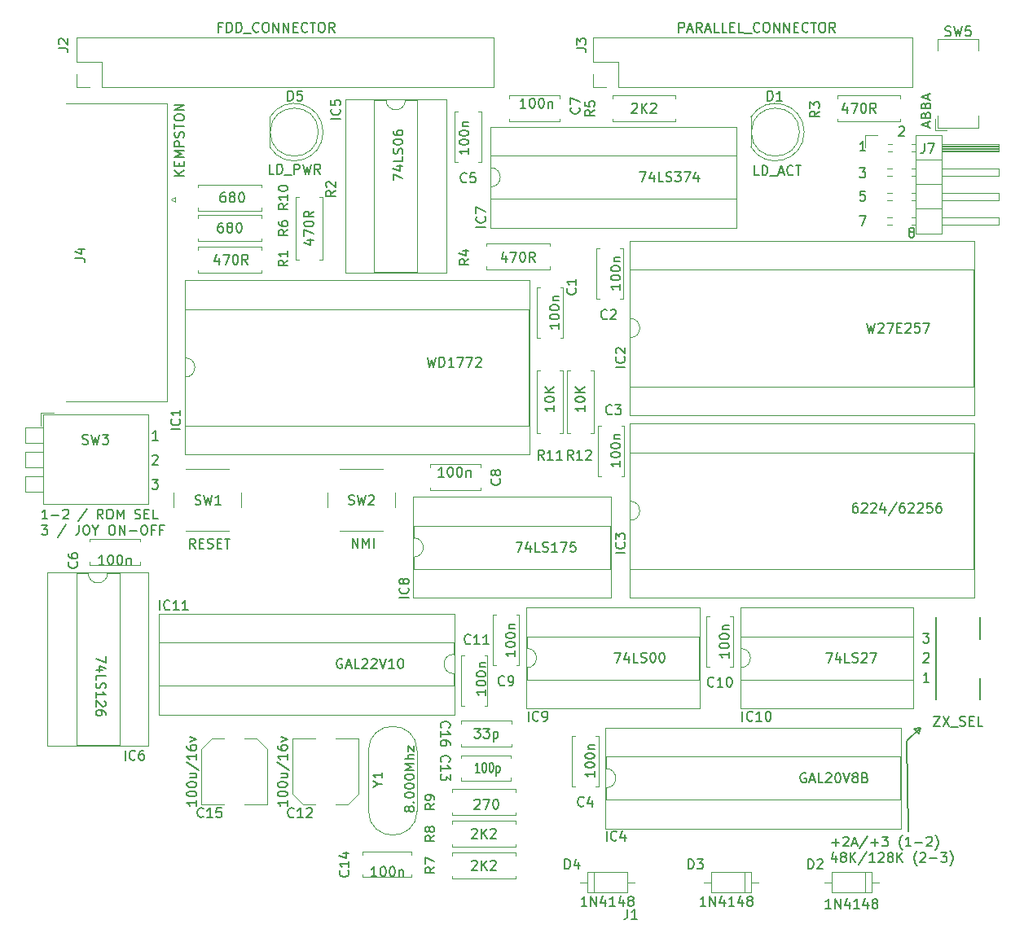
<source format=gto>
G04 #@! TF.GenerationSoftware,KiCad,Pcbnew,(5.1.6)-1*
G04 #@! TF.CreationDate,2020-10-05T00:01:26+03:00*
G04 #@! TF.ProjectId,PlusD_Clone_1_4,506c7573-445f-4436-9c6f-6e655f315f34,rev?*
G04 #@! TF.SameCoordinates,Original*
G04 #@! TF.FileFunction,Legend,Top*
G04 #@! TF.FilePolarity,Positive*
%FSLAX46Y46*%
G04 Gerber Fmt 4.6, Leading zero omitted, Abs format (unit mm)*
G04 Created by KiCad (PCBNEW (5.1.6)-1) date 2020-10-05 00:01:26*
%MOMM*%
%LPD*%
G01*
G04 APERTURE LIST*
%ADD10C,0.150000*%
%ADD11C,0.200000*%
%ADD12C,0.120000*%
G04 APERTURE END LIST*
D10*
X154336761Y-47378952D02*
X154241523Y-47331333D01*
X154193904Y-47283714D01*
X154146285Y-47188476D01*
X154146285Y-47140857D01*
X154193904Y-47045619D01*
X154241523Y-46998000D01*
X154336761Y-46950380D01*
X154527238Y-46950380D01*
X154622476Y-46998000D01*
X154670095Y-47045619D01*
X154717714Y-47140857D01*
X154717714Y-47188476D01*
X154670095Y-47283714D01*
X154622476Y-47331333D01*
X154527238Y-47378952D01*
X154336761Y-47378952D01*
X154241523Y-47426571D01*
X154193904Y-47474190D01*
X154146285Y-47569428D01*
X154146285Y-47759904D01*
X154193904Y-47855142D01*
X154241523Y-47902761D01*
X154336761Y-47950380D01*
X154527238Y-47950380D01*
X154622476Y-47902761D01*
X154670095Y-47855142D01*
X154717714Y-47759904D01*
X154717714Y-47569428D01*
X154670095Y-47474190D01*
X154622476Y-47426571D01*
X154527238Y-47378952D01*
X153130285Y-36504619D02*
X153177904Y-36457000D01*
X153273142Y-36409380D01*
X153511238Y-36409380D01*
X153606476Y-36457000D01*
X153654095Y-36504619D01*
X153701714Y-36599857D01*
X153701714Y-36695095D01*
X153654095Y-36837952D01*
X153082666Y-37409380D01*
X153701714Y-37409380D01*
X149018666Y-45680380D02*
X149685333Y-45680380D01*
X149256761Y-46680380D01*
X149590095Y-43140380D02*
X149113904Y-43140380D01*
X149066285Y-43616571D01*
X149113904Y-43568952D01*
X149209142Y-43521333D01*
X149447238Y-43521333D01*
X149542476Y-43568952D01*
X149590095Y-43616571D01*
X149637714Y-43711809D01*
X149637714Y-43949904D01*
X149590095Y-44045142D01*
X149542476Y-44092761D01*
X149447238Y-44140380D01*
X149209142Y-44140380D01*
X149113904Y-44092761D01*
X149066285Y-44045142D01*
X149018666Y-40727380D02*
X149637714Y-40727380D01*
X149304380Y-41108333D01*
X149447238Y-41108333D01*
X149542476Y-41155952D01*
X149590095Y-41203571D01*
X149637714Y-41298809D01*
X149637714Y-41536904D01*
X149590095Y-41632142D01*
X149542476Y-41679761D01*
X149447238Y-41727380D01*
X149161523Y-41727380D01*
X149066285Y-41679761D01*
X149018666Y-41632142D01*
X149637714Y-38933380D02*
X149066285Y-38933380D01*
X149352000Y-38933380D02*
X149352000Y-37933380D01*
X149256761Y-38076238D01*
X149161523Y-38171476D01*
X149066285Y-38219095D01*
X154686000Y-99060000D02*
X155321000Y-98933000D01*
X155194000Y-99568000D02*
X154686000Y-99060000D01*
X155321000Y-98933000D02*
X155194000Y-99568000D01*
X153924000Y-100330000D02*
X155321000Y-98933000D01*
X154051000Y-109728000D02*
X153924000Y-100330000D01*
X64613404Y-77224380D02*
X64041976Y-77224380D01*
X64327690Y-77224380D02*
X64327690Y-76224380D01*
X64232452Y-76367238D01*
X64137214Y-76462476D01*
X64041976Y-76510095D01*
X65041976Y-76843428D02*
X65803880Y-76843428D01*
X66232452Y-76319619D02*
X66280071Y-76272000D01*
X66375309Y-76224380D01*
X66613404Y-76224380D01*
X66708642Y-76272000D01*
X66756261Y-76319619D01*
X66803880Y-76414857D01*
X66803880Y-76510095D01*
X66756261Y-76652952D01*
X66184833Y-77224380D01*
X66803880Y-77224380D01*
X68708642Y-76176761D02*
X67851500Y-77462476D01*
X70375309Y-77224380D02*
X70041976Y-76748190D01*
X69803880Y-77224380D02*
X69803880Y-76224380D01*
X70184833Y-76224380D01*
X70280071Y-76272000D01*
X70327690Y-76319619D01*
X70375309Y-76414857D01*
X70375309Y-76557714D01*
X70327690Y-76652952D01*
X70280071Y-76700571D01*
X70184833Y-76748190D01*
X69803880Y-76748190D01*
X70994357Y-76224380D02*
X71184833Y-76224380D01*
X71280071Y-76272000D01*
X71375309Y-76367238D01*
X71422928Y-76557714D01*
X71422928Y-76891047D01*
X71375309Y-77081523D01*
X71280071Y-77176761D01*
X71184833Y-77224380D01*
X70994357Y-77224380D01*
X70899119Y-77176761D01*
X70803880Y-77081523D01*
X70756261Y-76891047D01*
X70756261Y-76557714D01*
X70803880Y-76367238D01*
X70899119Y-76272000D01*
X70994357Y-76224380D01*
X71851500Y-77224380D02*
X71851500Y-76224380D01*
X72184833Y-76938666D01*
X72518166Y-76224380D01*
X72518166Y-77224380D01*
X73708642Y-77176761D02*
X73851500Y-77224380D01*
X74089595Y-77224380D01*
X74184833Y-77176761D01*
X74232452Y-77129142D01*
X74280071Y-77033904D01*
X74280071Y-76938666D01*
X74232452Y-76843428D01*
X74184833Y-76795809D01*
X74089595Y-76748190D01*
X73899119Y-76700571D01*
X73803880Y-76652952D01*
X73756261Y-76605333D01*
X73708642Y-76510095D01*
X73708642Y-76414857D01*
X73756261Y-76319619D01*
X73803880Y-76272000D01*
X73899119Y-76224380D01*
X74137214Y-76224380D01*
X74280071Y-76272000D01*
X74708642Y-76700571D02*
X75041976Y-76700571D01*
X75184833Y-77224380D02*
X74708642Y-77224380D01*
X74708642Y-76224380D01*
X75184833Y-76224380D01*
X76089595Y-77224380D02*
X75613404Y-77224380D01*
X75613404Y-76224380D01*
X63994357Y-77874380D02*
X64613404Y-77874380D01*
X64280071Y-78255333D01*
X64422928Y-78255333D01*
X64518166Y-78302952D01*
X64565785Y-78350571D01*
X64613404Y-78445809D01*
X64613404Y-78683904D01*
X64565785Y-78779142D01*
X64518166Y-78826761D01*
X64422928Y-78874380D01*
X64137214Y-78874380D01*
X64041976Y-78826761D01*
X63994357Y-78779142D01*
X66518166Y-77826761D02*
X65661023Y-79112476D01*
X67899119Y-77874380D02*
X67899119Y-78588666D01*
X67851500Y-78731523D01*
X67756261Y-78826761D01*
X67613404Y-78874380D01*
X67518166Y-78874380D01*
X68565785Y-77874380D02*
X68756261Y-77874380D01*
X68851500Y-77922000D01*
X68946738Y-78017238D01*
X68994357Y-78207714D01*
X68994357Y-78541047D01*
X68946738Y-78731523D01*
X68851500Y-78826761D01*
X68756261Y-78874380D01*
X68565785Y-78874380D01*
X68470547Y-78826761D01*
X68375309Y-78731523D01*
X68327690Y-78541047D01*
X68327690Y-78207714D01*
X68375309Y-78017238D01*
X68470547Y-77922000D01*
X68565785Y-77874380D01*
X69613404Y-78398190D02*
X69613404Y-78874380D01*
X69280071Y-77874380D02*
X69613404Y-78398190D01*
X69946738Y-77874380D01*
X71232452Y-77874380D02*
X71422928Y-77874380D01*
X71518166Y-77922000D01*
X71613404Y-78017238D01*
X71661023Y-78207714D01*
X71661023Y-78541047D01*
X71613404Y-78731523D01*
X71518166Y-78826761D01*
X71422928Y-78874380D01*
X71232452Y-78874380D01*
X71137214Y-78826761D01*
X71041976Y-78731523D01*
X70994357Y-78541047D01*
X70994357Y-78207714D01*
X71041976Y-78017238D01*
X71137214Y-77922000D01*
X71232452Y-77874380D01*
X72089595Y-78874380D02*
X72089595Y-77874380D01*
X72661023Y-78874380D01*
X72661023Y-77874380D01*
X73137214Y-78493428D02*
X73899119Y-78493428D01*
X74565785Y-77874380D02*
X74756261Y-77874380D01*
X74851500Y-77922000D01*
X74946738Y-78017238D01*
X74994357Y-78207714D01*
X74994357Y-78541047D01*
X74946738Y-78731523D01*
X74851500Y-78826761D01*
X74756261Y-78874380D01*
X74565785Y-78874380D01*
X74470547Y-78826761D01*
X74375309Y-78731523D01*
X74327690Y-78541047D01*
X74327690Y-78207714D01*
X74375309Y-78017238D01*
X74470547Y-77922000D01*
X74565785Y-77874380D01*
X75756261Y-78350571D02*
X75422928Y-78350571D01*
X75422928Y-78874380D02*
X75422928Y-77874380D01*
X75899119Y-77874380D01*
X76613404Y-78350571D02*
X76280071Y-78350571D01*
X76280071Y-78874380D02*
X76280071Y-77874380D01*
X76756261Y-77874380D01*
X75485666Y-73112380D02*
X76104714Y-73112380D01*
X75771380Y-73493333D01*
X75914238Y-73493333D01*
X76009476Y-73540952D01*
X76057095Y-73588571D01*
X76104714Y-73683809D01*
X76104714Y-73921904D01*
X76057095Y-74017142D01*
X76009476Y-74064761D01*
X75914238Y-74112380D01*
X75628523Y-74112380D01*
X75533285Y-74064761D01*
X75485666Y-74017142D01*
X75533285Y-70667619D02*
X75580904Y-70620000D01*
X75676142Y-70572380D01*
X75914238Y-70572380D01*
X76009476Y-70620000D01*
X76057095Y-70667619D01*
X76104714Y-70762857D01*
X76104714Y-70858095D01*
X76057095Y-71000952D01*
X75485666Y-71572380D01*
X76104714Y-71572380D01*
X76104714Y-69032380D02*
X75533285Y-69032380D01*
X75819000Y-69032380D02*
X75819000Y-68032380D01*
X75723761Y-68175238D01*
X75628523Y-68270476D01*
X75533285Y-68318095D01*
X146131595Y-110879428D02*
X146893500Y-110879428D01*
X146512547Y-111260380D02*
X146512547Y-110498476D01*
X147322071Y-110355619D02*
X147369690Y-110308000D01*
X147464928Y-110260380D01*
X147703023Y-110260380D01*
X147798261Y-110308000D01*
X147845880Y-110355619D01*
X147893500Y-110450857D01*
X147893500Y-110546095D01*
X147845880Y-110688952D01*
X147274452Y-111260380D01*
X147893500Y-111260380D01*
X148274452Y-110974666D02*
X148750642Y-110974666D01*
X148179214Y-111260380D02*
X148512547Y-110260380D01*
X148845880Y-111260380D01*
X149893500Y-110212761D02*
X149036357Y-111498476D01*
X150226833Y-110879428D02*
X150988738Y-110879428D01*
X150607785Y-111260380D02*
X150607785Y-110498476D01*
X151369690Y-110260380D02*
X151988738Y-110260380D01*
X151655404Y-110641333D01*
X151798261Y-110641333D01*
X151893500Y-110688952D01*
X151941119Y-110736571D01*
X151988738Y-110831809D01*
X151988738Y-111069904D01*
X151941119Y-111165142D01*
X151893500Y-111212761D01*
X151798261Y-111260380D01*
X151512547Y-111260380D01*
X151417309Y-111212761D01*
X151369690Y-111165142D01*
X153464928Y-111641333D02*
X153417309Y-111593714D01*
X153322071Y-111450857D01*
X153274452Y-111355619D01*
X153226833Y-111212761D01*
X153179214Y-110974666D01*
X153179214Y-110784190D01*
X153226833Y-110546095D01*
X153274452Y-110403238D01*
X153322071Y-110308000D01*
X153417309Y-110165142D01*
X153464928Y-110117523D01*
X154369690Y-111260380D02*
X153798261Y-111260380D01*
X154083976Y-111260380D02*
X154083976Y-110260380D01*
X153988738Y-110403238D01*
X153893500Y-110498476D01*
X153798261Y-110546095D01*
X154798261Y-110879428D02*
X155560166Y-110879428D01*
X155988738Y-110355619D02*
X156036357Y-110308000D01*
X156131595Y-110260380D01*
X156369690Y-110260380D01*
X156464928Y-110308000D01*
X156512547Y-110355619D01*
X156560166Y-110450857D01*
X156560166Y-110546095D01*
X156512547Y-110688952D01*
X155941119Y-111260380D01*
X156560166Y-111260380D01*
X156893500Y-111641333D02*
X156941119Y-111593714D01*
X157036357Y-111450857D01*
X157083976Y-111355619D01*
X157131595Y-111212761D01*
X157179214Y-110974666D01*
X157179214Y-110784190D01*
X157131595Y-110546095D01*
X157083976Y-110403238D01*
X157036357Y-110308000D01*
X156941119Y-110165142D01*
X156893500Y-110117523D01*
X146560166Y-112243714D02*
X146560166Y-112910380D01*
X146322071Y-111862761D02*
X146083976Y-112577047D01*
X146703023Y-112577047D01*
X147226833Y-112338952D02*
X147131595Y-112291333D01*
X147083976Y-112243714D01*
X147036357Y-112148476D01*
X147036357Y-112100857D01*
X147083976Y-112005619D01*
X147131595Y-111958000D01*
X147226833Y-111910380D01*
X147417309Y-111910380D01*
X147512547Y-111958000D01*
X147560166Y-112005619D01*
X147607785Y-112100857D01*
X147607785Y-112148476D01*
X147560166Y-112243714D01*
X147512547Y-112291333D01*
X147417309Y-112338952D01*
X147226833Y-112338952D01*
X147131595Y-112386571D01*
X147083976Y-112434190D01*
X147036357Y-112529428D01*
X147036357Y-112719904D01*
X147083976Y-112815142D01*
X147131595Y-112862761D01*
X147226833Y-112910380D01*
X147417309Y-112910380D01*
X147512547Y-112862761D01*
X147560166Y-112815142D01*
X147607785Y-112719904D01*
X147607785Y-112529428D01*
X147560166Y-112434190D01*
X147512547Y-112386571D01*
X147417309Y-112338952D01*
X148036357Y-112910380D02*
X148036357Y-111910380D01*
X148607785Y-112910380D02*
X148179214Y-112338952D01*
X148607785Y-111910380D02*
X148036357Y-112481809D01*
X149750642Y-111862761D02*
X148893500Y-113148476D01*
X150607785Y-112910380D02*
X150036357Y-112910380D01*
X150322071Y-112910380D02*
X150322071Y-111910380D01*
X150226833Y-112053238D01*
X150131595Y-112148476D01*
X150036357Y-112196095D01*
X150988738Y-112005619D02*
X151036357Y-111958000D01*
X151131595Y-111910380D01*
X151369690Y-111910380D01*
X151464928Y-111958000D01*
X151512547Y-112005619D01*
X151560166Y-112100857D01*
X151560166Y-112196095D01*
X151512547Y-112338952D01*
X150941119Y-112910380D01*
X151560166Y-112910380D01*
X152131595Y-112338952D02*
X152036357Y-112291333D01*
X151988738Y-112243714D01*
X151941119Y-112148476D01*
X151941119Y-112100857D01*
X151988738Y-112005619D01*
X152036357Y-111958000D01*
X152131595Y-111910380D01*
X152322071Y-111910380D01*
X152417309Y-111958000D01*
X152464928Y-112005619D01*
X152512547Y-112100857D01*
X152512547Y-112148476D01*
X152464928Y-112243714D01*
X152417309Y-112291333D01*
X152322071Y-112338952D01*
X152131595Y-112338952D01*
X152036357Y-112386571D01*
X151988738Y-112434190D01*
X151941119Y-112529428D01*
X151941119Y-112719904D01*
X151988738Y-112815142D01*
X152036357Y-112862761D01*
X152131595Y-112910380D01*
X152322071Y-112910380D01*
X152417309Y-112862761D01*
X152464928Y-112815142D01*
X152512547Y-112719904D01*
X152512547Y-112529428D01*
X152464928Y-112434190D01*
X152417309Y-112386571D01*
X152322071Y-112338952D01*
X152941119Y-112910380D02*
X152941119Y-111910380D01*
X153512547Y-112910380D02*
X153083976Y-112338952D01*
X153512547Y-111910380D02*
X152941119Y-112481809D01*
X154988738Y-113291333D02*
X154941119Y-113243714D01*
X154845880Y-113100857D01*
X154798261Y-113005619D01*
X154750642Y-112862761D01*
X154703023Y-112624666D01*
X154703023Y-112434190D01*
X154750642Y-112196095D01*
X154798261Y-112053238D01*
X154845880Y-111958000D01*
X154941119Y-111815142D01*
X154988738Y-111767523D01*
X155322071Y-112005619D02*
X155369690Y-111958000D01*
X155464928Y-111910380D01*
X155703023Y-111910380D01*
X155798261Y-111958000D01*
X155845880Y-112005619D01*
X155893500Y-112100857D01*
X155893500Y-112196095D01*
X155845880Y-112338952D01*
X155274452Y-112910380D01*
X155893500Y-112910380D01*
X156322071Y-112529428D02*
X157083976Y-112529428D01*
X157464928Y-111910380D02*
X158083976Y-111910380D01*
X157750642Y-112291333D01*
X157893500Y-112291333D01*
X157988738Y-112338952D01*
X158036357Y-112386571D01*
X158083976Y-112481809D01*
X158083976Y-112719904D01*
X158036357Y-112815142D01*
X157988738Y-112862761D01*
X157893500Y-112910380D01*
X157607785Y-112910380D01*
X157512547Y-112862761D01*
X157464928Y-112815142D01*
X158417309Y-113291333D02*
X158464928Y-113243714D01*
X158560166Y-113100857D01*
X158607785Y-113005619D01*
X158655404Y-112862761D01*
X158703023Y-112624666D01*
X158703023Y-112434190D01*
X158655404Y-112196095D01*
X158607785Y-112053238D01*
X158560166Y-111958000D01*
X158464928Y-111815142D01*
X158417309Y-111767523D01*
D11*
X155622666Y-89114380D02*
X156241714Y-89114380D01*
X155908380Y-89495333D01*
X156051238Y-89495333D01*
X156146476Y-89542952D01*
X156194095Y-89590571D01*
X156241714Y-89685809D01*
X156241714Y-89923904D01*
X156194095Y-90019142D01*
X156146476Y-90066761D01*
X156051238Y-90114380D01*
X155765523Y-90114380D01*
X155670285Y-90066761D01*
X155622666Y-90019142D01*
X155670285Y-91241619D02*
X155717904Y-91194000D01*
X155813142Y-91146380D01*
X156051238Y-91146380D01*
X156146476Y-91194000D01*
X156194095Y-91241619D01*
X156241714Y-91336857D01*
X156241714Y-91432095D01*
X156194095Y-91574952D01*
X155622666Y-92146380D01*
X156241714Y-92146380D01*
X156241714Y-94178380D02*
X155670285Y-94178380D01*
X155956000Y-94178380D02*
X155956000Y-93178380D01*
X155860761Y-93321238D01*
X155765523Y-93416476D01*
X155670285Y-93464095D01*
D12*
X149606000Y-37338000D02*
X150876000Y-37338000D01*
X149606000Y-38608000D02*
X149606000Y-37338000D01*
X151918929Y-46608000D02*
X152373071Y-46608000D01*
X151918929Y-45848000D02*
X152373071Y-45848000D01*
X154458929Y-46608000D02*
X154856000Y-46608000D01*
X154458929Y-45848000D02*
X154856000Y-45848000D01*
X163516000Y-46608000D02*
X157516000Y-46608000D01*
X163516000Y-45848000D02*
X163516000Y-46608000D01*
X157516000Y-45848000D02*
X163516000Y-45848000D01*
X154856000Y-44958000D02*
X157516000Y-44958000D01*
X151918929Y-44068000D02*
X152373071Y-44068000D01*
X151918929Y-43308000D02*
X152373071Y-43308000D01*
X154458929Y-44068000D02*
X154856000Y-44068000D01*
X154458929Y-43308000D02*
X154856000Y-43308000D01*
X163516000Y-44068000D02*
X157516000Y-44068000D01*
X163516000Y-43308000D02*
X163516000Y-44068000D01*
X157516000Y-43308000D02*
X163516000Y-43308000D01*
X154856000Y-42418000D02*
X157516000Y-42418000D01*
X151918929Y-41528000D02*
X152373071Y-41528000D01*
X151918929Y-40768000D02*
X152373071Y-40768000D01*
X154458929Y-41528000D02*
X154856000Y-41528000D01*
X154458929Y-40768000D02*
X154856000Y-40768000D01*
X163516000Y-41528000D02*
X157516000Y-41528000D01*
X163516000Y-40768000D02*
X163516000Y-41528000D01*
X157516000Y-40768000D02*
X163516000Y-40768000D01*
X154856000Y-39878000D02*
X157516000Y-39878000D01*
X151986000Y-38988000D02*
X152373071Y-38988000D01*
X151986000Y-38228000D02*
X152373071Y-38228000D01*
X154458929Y-38988000D02*
X154856000Y-38988000D01*
X154458929Y-38228000D02*
X154856000Y-38228000D01*
X157516000Y-38888000D02*
X163516000Y-38888000D01*
X157516000Y-38768000D02*
X163516000Y-38768000D01*
X157516000Y-38648000D02*
X163516000Y-38648000D01*
X157516000Y-38528000D02*
X163516000Y-38528000D01*
X157516000Y-38408000D02*
X163516000Y-38408000D01*
X157516000Y-38288000D02*
X163516000Y-38288000D01*
X163516000Y-38988000D02*
X157516000Y-38988000D01*
X163516000Y-38228000D02*
X163516000Y-38988000D01*
X157516000Y-38228000D02*
X163516000Y-38228000D01*
X157516000Y-37278000D02*
X154856000Y-37278000D01*
X157516000Y-47558000D02*
X157516000Y-37278000D01*
X154856000Y-47558000D02*
X157516000Y-47558000D01*
X154856000Y-37278000D02*
X154856000Y-47558000D01*
X96910000Y-100090000D02*
X94560000Y-100090000D01*
X90090000Y-100090000D02*
X92440000Y-100090000D01*
X90090000Y-105845563D02*
X90090000Y-100090000D01*
X96910000Y-105845563D02*
X96910000Y-100090000D01*
X95845563Y-106910000D02*
X94560000Y-106910000D01*
X91154437Y-106910000D02*
X92440000Y-106910000D01*
X91154437Y-106910000D02*
X90090000Y-105845563D01*
X95845563Y-106910000D02*
X96910000Y-105845563D01*
X80590000Y-106910000D02*
X82940000Y-106910000D01*
X87410000Y-106910000D02*
X85060000Y-106910000D01*
X87410000Y-101154437D02*
X87410000Y-106910000D01*
X80590000Y-101154437D02*
X80590000Y-106910000D01*
X81654437Y-100090000D02*
X82940000Y-100090000D01*
X86345563Y-100090000D02*
X85060000Y-100090000D01*
X86345563Y-100090000D02*
X87410000Y-101154437D01*
X81654437Y-100090000D02*
X80590000Y-101154437D01*
X157157000Y-35317000D02*
X157157000Y-36517000D01*
X157157000Y-36517000D02*
X161357000Y-36517000D01*
X161357000Y-36517000D02*
X161357000Y-35317000D01*
X157157000Y-28517000D02*
X157157000Y-27317000D01*
X157157000Y-27317000D02*
X161357000Y-27317000D01*
X161357000Y-27317000D02*
X161357000Y-28517000D01*
X156857000Y-35617000D02*
X156857000Y-36817000D01*
X156857000Y-36817000D02*
X158057000Y-36817000D01*
X125110000Y-48320000D02*
X125110000Y-66440000D01*
X160910000Y-48320000D02*
X125110000Y-48320000D01*
X160910000Y-66440000D02*
X160910000Y-48320000D01*
X125110000Y-66440000D02*
X160910000Y-66440000D01*
X125170000Y-51320000D02*
X125170000Y-56380000D01*
X160850000Y-51320000D02*
X125170000Y-51320000D01*
X160850000Y-63440000D02*
X160850000Y-51320000D01*
X125170000Y-63440000D02*
X160850000Y-63440000D01*
X125170000Y-58380000D02*
X125170000Y-63440000D01*
X125170000Y-56380000D02*
G75*
G02*
X125170000Y-58380000I0J-1000000D01*
G01*
D10*
X156958000Y-96026000D02*
X156958000Y-87426000D01*
X161558000Y-96026000D02*
X161558000Y-93826000D01*
X161558000Y-89726000D02*
X161558000Y-87426000D01*
D12*
X118210000Y-61754000D02*
X117880000Y-61754000D01*
X118210000Y-68294000D02*
X118210000Y-61754000D01*
X117880000Y-68294000D02*
X118210000Y-68294000D01*
X115470000Y-61754000D02*
X115800000Y-61754000D01*
X115470000Y-68294000D02*
X115470000Y-61754000D01*
X115800000Y-68294000D02*
X115470000Y-68294000D01*
X77471325Y-44000000D02*
X77904338Y-43750000D01*
X77904338Y-44250000D02*
X77471325Y-44000000D01*
X77904338Y-43750000D02*
X77904338Y-44250000D01*
X77010000Y-65025000D02*
X66530000Y-65025000D01*
X77010000Y-34055000D02*
X77010000Y-65025000D01*
X66530000Y-34055000D02*
X77010000Y-34055000D01*
X64136000Y-72770000D02*
X64136000Y-74390000D01*
X62276000Y-72770000D02*
X62276000Y-74390000D01*
X62276000Y-74390000D02*
X64136000Y-74390000D01*
X62276000Y-72770000D02*
X64136000Y-72770000D01*
X64136000Y-70230000D02*
X64136000Y-71850000D01*
X62276000Y-70230000D02*
X62276000Y-71850000D01*
X62276000Y-71850000D02*
X64136000Y-71850000D01*
X62276000Y-70230000D02*
X64136000Y-70230000D01*
X64136000Y-67690000D02*
X64136000Y-69310000D01*
X62276000Y-67690000D02*
X62276000Y-69310000D01*
X62276000Y-69310000D02*
X64136000Y-69310000D01*
X62276000Y-67690000D02*
X64136000Y-67690000D01*
X63896000Y-66150000D02*
X63896000Y-67533000D01*
X63896000Y-66150000D02*
X65279000Y-66150000D01*
X75056000Y-66390000D02*
X75056000Y-75690000D01*
X64136000Y-66390000D02*
X64136000Y-75690000D01*
X64136000Y-75690000D02*
X75056000Y-75690000D01*
X64136000Y-66390000D02*
X75056000Y-66390000D01*
X146717000Y-33174000D02*
X146717000Y-33504000D01*
X153257000Y-33174000D02*
X146717000Y-33174000D01*
X153257000Y-33504000D02*
X153257000Y-33174000D01*
X146717000Y-35914000D02*
X146717000Y-35584000D01*
X153257000Y-35914000D02*
X146717000Y-35914000D01*
X153257000Y-35584000D02*
X153257000Y-35914000D01*
X114372000Y-86440000D02*
X114372000Y-96940000D01*
X132392000Y-86440000D02*
X114372000Y-86440000D01*
X132392000Y-96940000D02*
X132392000Y-86440000D01*
X114372000Y-96940000D02*
X132392000Y-96940000D01*
X114432000Y-89440000D02*
X114432000Y-90690000D01*
X132332000Y-89440000D02*
X114432000Y-89440000D01*
X132332000Y-93940000D02*
X132332000Y-89440000D01*
X114432000Y-93940000D02*
X132332000Y-93940000D01*
X114432000Y-92690000D02*
X114432000Y-93940000D01*
X114432000Y-90690000D02*
G75*
G02*
X114432000Y-92690000I0J-1000000D01*
G01*
X106890000Y-97560000D02*
X106890000Y-87060000D01*
X76170000Y-97560000D02*
X106890000Y-97560000D01*
X76170000Y-87060000D02*
X76170000Y-97560000D01*
X106890000Y-87060000D02*
X76170000Y-87060000D01*
X106830000Y-94560000D02*
X106830000Y-93310000D01*
X76230000Y-94560000D02*
X106830000Y-94560000D01*
X76230000Y-90060000D02*
X76230000Y-94560000D01*
X106830000Y-90060000D02*
X76230000Y-90060000D01*
X106830000Y-91310000D02*
X106830000Y-90060000D01*
X106830000Y-93310000D02*
G75*
G02*
X106830000Y-91310000I0J1000000D01*
G01*
X106060000Y-33610000D02*
X95560000Y-33610000D01*
X106060000Y-51630000D02*
X106060000Y-33610000D01*
X95560000Y-51630000D02*
X106060000Y-51630000D01*
X95560000Y-33610000D02*
X95560000Y-51630000D01*
X103060000Y-33670000D02*
X101810000Y-33670000D01*
X103060000Y-51570000D02*
X103060000Y-33670000D01*
X98560000Y-51570000D02*
X103060000Y-51570000D01*
X98560000Y-33670000D02*
X98560000Y-51570000D01*
X99810000Y-33670000D02*
X98560000Y-33670000D01*
X101810000Y-33670000D02*
G75*
G02*
X99810000Y-33670000I-1000000J0D01*
G01*
X75100000Y-82811000D02*
X64600000Y-82811000D01*
X75100000Y-100831000D02*
X75100000Y-82811000D01*
X64600000Y-100831000D02*
X75100000Y-100831000D01*
X64600000Y-82811000D02*
X64600000Y-100831000D01*
X72100000Y-82871000D02*
X70850000Y-82871000D01*
X72100000Y-100771000D02*
X72100000Y-82871000D01*
X67600000Y-100771000D02*
X72100000Y-100771000D01*
X67600000Y-82871000D02*
X67600000Y-100771000D01*
X68850000Y-82871000D02*
X67600000Y-82871000D01*
X70850000Y-82871000D02*
G75*
G02*
X68850000Y-82871000I-1000000J0D01*
G01*
X129889000Y-35914000D02*
X129889000Y-35584000D01*
X123349000Y-35914000D02*
X129889000Y-35914000D01*
X123349000Y-35584000D02*
X123349000Y-35914000D01*
X129889000Y-33174000D02*
X129889000Y-33504000D01*
X123349000Y-33174000D02*
X129889000Y-33174000D01*
X123349000Y-33504000D02*
X123349000Y-33174000D01*
X136610000Y-86440000D02*
X136610000Y-96940000D01*
X154630000Y-86440000D02*
X136610000Y-86440000D01*
X154630000Y-96940000D02*
X154630000Y-86440000D01*
X136610000Y-96940000D02*
X154630000Y-96940000D01*
X136670000Y-89440000D02*
X136670000Y-90690000D01*
X154570000Y-89440000D02*
X136670000Y-89440000D01*
X154570000Y-93940000D02*
X154570000Y-89440000D01*
X136670000Y-93940000D02*
X154570000Y-93940000D01*
X136670000Y-92690000D02*
X136670000Y-93940000D01*
X136670000Y-90690000D02*
G75*
G02*
X136670000Y-92690000I0J-1000000D01*
G01*
X100750000Y-76000000D02*
X100750000Y-74500000D01*
X99500000Y-72000000D02*
X95000000Y-72000000D01*
X93750000Y-74500000D02*
X93750000Y-76000000D01*
X95000000Y-78500000D02*
X99500000Y-78500000D01*
X84750000Y-76000000D02*
X84750000Y-74500000D01*
X83500000Y-72000000D02*
X79000000Y-72000000D01*
X77750000Y-74500000D02*
X77750000Y-76000000D01*
X79000000Y-78500000D02*
X83500000Y-78500000D01*
X110610000Y-36440000D02*
X110610000Y-46940000D01*
X136250000Y-36440000D02*
X110610000Y-36440000D01*
X136250000Y-46940000D02*
X136250000Y-36440000D01*
X110610000Y-46940000D02*
X136250000Y-46940000D01*
X110670000Y-39440000D02*
X110670000Y-40690000D01*
X136190000Y-39440000D02*
X110670000Y-39440000D01*
X136190000Y-43940000D02*
X136190000Y-39440000D01*
X110670000Y-43940000D02*
X136190000Y-43940000D01*
X110670000Y-42690000D02*
X110670000Y-43940000D01*
X110670000Y-40690000D02*
G75*
G02*
X110670000Y-42690000I0J-1000000D01*
G01*
X102610000Y-74940000D02*
X102610000Y-85440000D01*
X123170000Y-74940000D02*
X102610000Y-74940000D01*
X123170000Y-85440000D02*
X123170000Y-74940000D01*
X102610000Y-85440000D02*
X123170000Y-85440000D01*
X102670000Y-77940000D02*
X102670000Y-79190000D01*
X123110000Y-77940000D02*
X102670000Y-77940000D01*
X123110000Y-82440000D02*
X123110000Y-77940000D01*
X102670000Y-82440000D02*
X123110000Y-82440000D01*
X102670000Y-81190000D02*
X102670000Y-82440000D01*
X102670000Y-79190000D02*
G75*
G02*
X102670000Y-81190000I0J-1000000D01*
G01*
X122610000Y-98940000D02*
X122610000Y-109440000D01*
X153330000Y-98940000D02*
X122610000Y-98940000D01*
X153330000Y-109440000D02*
X153330000Y-98940000D01*
X122610000Y-109440000D02*
X153330000Y-109440000D01*
X122670000Y-101940000D02*
X122670000Y-103190000D01*
X153270000Y-101940000D02*
X122670000Y-101940000D01*
X153270000Y-106440000D02*
X153270000Y-101940000D01*
X122670000Y-106440000D02*
X153270000Y-106440000D01*
X122670000Y-105190000D02*
X122670000Y-106440000D01*
X122670000Y-103190000D02*
G75*
G02*
X122670000Y-105190000I0J-1000000D01*
G01*
X125110000Y-67320000D02*
X125110000Y-85440000D01*
X160910000Y-67320000D02*
X125110000Y-67320000D01*
X160910000Y-85440000D02*
X160910000Y-67320000D01*
X125110000Y-85440000D02*
X160910000Y-85440000D01*
X125170000Y-70320000D02*
X125170000Y-75380000D01*
X160850000Y-70320000D02*
X125170000Y-70320000D01*
X160850000Y-82440000D02*
X160850000Y-70320000D01*
X125170000Y-82440000D02*
X160850000Y-82440000D01*
X125170000Y-77380000D02*
X125170000Y-82440000D01*
X125170000Y-75380000D02*
G75*
G02*
X125170000Y-77380000I0J-1000000D01*
G01*
X78874000Y-52408000D02*
X78874000Y-70528000D01*
X114674000Y-52408000D02*
X78874000Y-52408000D01*
X114674000Y-70528000D02*
X114674000Y-52408000D01*
X78874000Y-70528000D02*
X114674000Y-70528000D01*
X78934000Y-55408000D02*
X78934000Y-60468000D01*
X114614000Y-55408000D02*
X78934000Y-55408000D01*
X114614000Y-67528000D02*
X114614000Y-55408000D01*
X78934000Y-67528000D02*
X114614000Y-67528000D01*
X78934000Y-62468000D02*
X78934000Y-67528000D01*
X78934000Y-60468000D02*
G75*
G02*
X78934000Y-62468000I0J-1000000D01*
G01*
X121385000Y-61754000D02*
X121055000Y-61754000D01*
X121385000Y-68294000D02*
X121385000Y-61754000D01*
X121055000Y-68294000D02*
X121385000Y-68294000D01*
X118645000Y-61754000D02*
X118975000Y-61754000D01*
X118645000Y-68294000D02*
X118645000Y-61754000D01*
X118975000Y-68294000D02*
X118645000Y-68294000D01*
X86836000Y-45185000D02*
X86836000Y-44855000D01*
X80296000Y-45185000D02*
X86836000Y-45185000D01*
X80296000Y-44855000D02*
X80296000Y-45185000D01*
X86836000Y-42445000D02*
X86836000Y-42775000D01*
X80296000Y-42445000D02*
X86836000Y-42445000D01*
X80296000Y-42775000D02*
X80296000Y-42445000D01*
X113252000Y-108050000D02*
X113252000Y-107720000D01*
X106712000Y-108050000D02*
X113252000Y-108050000D01*
X106712000Y-107720000D02*
X106712000Y-108050000D01*
X113252000Y-105310000D02*
X113252000Y-105640000D01*
X106712000Y-105310000D02*
X113252000Y-105310000D01*
X106712000Y-105640000D02*
X106712000Y-105310000D01*
X113252000Y-111352000D02*
X113252000Y-111022000D01*
X106712000Y-111352000D02*
X113252000Y-111352000D01*
X106712000Y-111022000D02*
X106712000Y-111352000D01*
X113252000Y-108612000D02*
X113252000Y-108942000D01*
X106712000Y-108612000D02*
X113252000Y-108612000D01*
X106712000Y-108942000D02*
X106712000Y-108612000D01*
X106712000Y-111914000D02*
X106712000Y-112244000D01*
X113252000Y-111914000D02*
X106712000Y-111914000D01*
X113252000Y-112244000D02*
X113252000Y-111914000D01*
X106712000Y-114654000D02*
X106712000Y-114324000D01*
X113252000Y-114654000D02*
X106712000Y-114654000D01*
X113252000Y-114324000D02*
X113252000Y-114654000D01*
X86836000Y-48360000D02*
X86836000Y-48030000D01*
X80296000Y-48360000D02*
X86836000Y-48360000D01*
X80296000Y-48030000D02*
X80296000Y-48360000D01*
X86836000Y-45620000D02*
X86836000Y-45950000D01*
X80296000Y-45620000D02*
X86836000Y-45620000D01*
X80296000Y-45950000D02*
X80296000Y-45620000D01*
X116808000Y-51281000D02*
X116808000Y-50951000D01*
X110268000Y-51281000D02*
X116808000Y-51281000D01*
X110268000Y-50951000D02*
X110268000Y-51281000D01*
X116808000Y-48541000D02*
X116808000Y-48871000D01*
X110268000Y-48541000D02*
X116808000Y-48541000D01*
X110268000Y-48871000D02*
X110268000Y-48541000D01*
X90451000Y-50260000D02*
X90781000Y-50260000D01*
X90451000Y-43720000D02*
X90451000Y-50260000D01*
X90781000Y-43720000D02*
X90451000Y-43720000D01*
X93191000Y-50260000D02*
X92861000Y-50260000D01*
X93191000Y-43720000D02*
X93191000Y-50260000D01*
X92861000Y-43720000D02*
X93191000Y-43720000D01*
X86836000Y-51662000D02*
X86836000Y-51332000D01*
X80296000Y-51662000D02*
X86836000Y-51662000D01*
X80296000Y-51332000D02*
X80296000Y-51662000D01*
X86836000Y-48922000D02*
X86836000Y-49252000D01*
X80296000Y-48922000D02*
X86836000Y-48922000D01*
X80296000Y-49252000D02*
X80296000Y-48922000D01*
X121352000Y-32330000D02*
X121352000Y-31000000D01*
X122682000Y-32330000D02*
X121352000Y-32330000D01*
X121352000Y-29730000D02*
X121352000Y-27130000D01*
X123952000Y-29730000D02*
X121352000Y-29730000D01*
X123952000Y-32330000D02*
X123952000Y-29730000D01*
X121352000Y-27130000D02*
X154492000Y-27130000D01*
X123952000Y-32330000D02*
X154492000Y-32330000D01*
X154492000Y-32330000D02*
X154492000Y-27130000D01*
X124118000Y-49109000D02*
X124433000Y-49109000D01*
X121693000Y-49109000D02*
X122008000Y-49109000D01*
X124118000Y-54349000D02*
X124433000Y-54349000D01*
X121693000Y-54349000D02*
X122008000Y-54349000D01*
X124433000Y-54349000D02*
X124433000Y-49109000D01*
X121693000Y-54349000D02*
X121693000Y-49109000D01*
X107911000Y-96687000D02*
X107596000Y-96687000D01*
X110336000Y-96687000D02*
X110021000Y-96687000D01*
X107911000Y-91447000D02*
X107596000Y-91447000D01*
X110336000Y-91447000D02*
X110021000Y-91447000D01*
X107596000Y-91447000D02*
X107596000Y-96687000D01*
X110336000Y-91447000D02*
X110336000Y-96687000D01*
X135548000Y-87336000D02*
X135863000Y-87336000D01*
X133123000Y-87336000D02*
X133438000Y-87336000D01*
X135548000Y-92576000D02*
X135863000Y-92576000D01*
X133123000Y-92576000D02*
X133438000Y-92576000D01*
X135863000Y-92576000D02*
X135863000Y-87336000D01*
X133123000Y-92576000D02*
X133123000Y-87336000D01*
X113323000Y-87209000D02*
X113638000Y-87209000D01*
X110898000Y-87209000D02*
X111213000Y-87209000D01*
X113323000Y-92449000D02*
X113638000Y-92449000D01*
X110898000Y-92449000D02*
X111213000Y-92449000D01*
X113638000Y-92449000D02*
X113638000Y-87209000D01*
X110898000Y-92449000D02*
X110898000Y-87209000D01*
X104354000Y-71843000D02*
X104354000Y-71528000D01*
X104354000Y-74268000D02*
X104354000Y-73953000D01*
X109594000Y-71843000D02*
X109594000Y-71528000D01*
X109594000Y-74268000D02*
X109594000Y-73953000D01*
X109594000Y-71528000D02*
X104354000Y-71528000D01*
X109594000Y-74268000D02*
X104354000Y-74268000D01*
X112609000Y-33489000D02*
X112609000Y-33174000D01*
X112609000Y-35914000D02*
X112609000Y-35599000D01*
X117849000Y-33489000D02*
X117849000Y-33174000D01*
X117849000Y-35914000D02*
X117849000Y-35599000D01*
X117849000Y-33174000D02*
X112609000Y-33174000D01*
X117849000Y-35914000D02*
X112609000Y-35914000D01*
X74208000Y-81700000D02*
X74208000Y-82015000D01*
X74208000Y-79275000D02*
X74208000Y-79590000D01*
X68968000Y-81700000D02*
X68968000Y-82015000D01*
X68968000Y-79275000D02*
X68968000Y-79590000D01*
X68968000Y-82015000D02*
X74208000Y-82015000D01*
X68968000Y-79275000D02*
X74208000Y-79275000D01*
X109386000Y-34885000D02*
X109701000Y-34885000D01*
X106961000Y-34885000D02*
X107276000Y-34885000D01*
X109386000Y-40125000D02*
X109701000Y-40125000D01*
X106961000Y-40125000D02*
X107276000Y-40125000D01*
X109701000Y-40125000D02*
X109701000Y-34885000D01*
X106961000Y-40125000D02*
X106961000Y-34885000D01*
X121578000Y-99782000D02*
X121893000Y-99782000D01*
X119153000Y-99782000D02*
X119468000Y-99782000D01*
X121578000Y-105022000D02*
X121893000Y-105022000D01*
X119153000Y-105022000D02*
X119468000Y-105022000D01*
X121893000Y-105022000D02*
X121893000Y-99782000D01*
X119153000Y-105022000D02*
X119153000Y-99782000D01*
X124245000Y-67524000D02*
X124560000Y-67524000D01*
X121820000Y-67524000D02*
X122135000Y-67524000D01*
X124245000Y-72764000D02*
X124560000Y-72764000D01*
X121820000Y-72764000D02*
X122135000Y-72764000D01*
X124560000Y-72764000D02*
X124560000Y-67524000D01*
X121820000Y-72764000D02*
X121820000Y-67524000D01*
X117895000Y-53173000D02*
X118210000Y-53173000D01*
X115470000Y-53173000D02*
X115785000Y-53173000D01*
X117895000Y-58413000D02*
X118210000Y-58413000D01*
X115470000Y-58413000D02*
X115785000Y-58413000D01*
X118210000Y-58413000D02*
X118210000Y-53173000D01*
X115470000Y-58413000D02*
X115470000Y-53173000D01*
X112816000Y-100623000D02*
X112816000Y-100938000D01*
X112816000Y-98198000D02*
X112816000Y-98513000D01*
X107576000Y-100623000D02*
X107576000Y-100938000D01*
X107576000Y-98198000D02*
X107576000Y-98513000D01*
X107576000Y-100938000D02*
X112816000Y-100938000D01*
X107576000Y-98198000D02*
X112816000Y-98198000D01*
X110970000Y-32330000D02*
X110970000Y-27130000D01*
X70270000Y-32330000D02*
X110970000Y-32330000D01*
X67670000Y-27130000D02*
X110970000Y-27130000D01*
X70270000Y-32330000D02*
X70270000Y-29730000D01*
X70270000Y-29730000D02*
X67670000Y-29730000D01*
X67670000Y-29730000D02*
X67670000Y-27130000D01*
X69000000Y-32330000D02*
X67670000Y-32330000D01*
X67670000Y-32330000D02*
X67670000Y-31000000D01*
X137710000Y-35455000D02*
X137710000Y-38545000D01*
X142770000Y-37000000D02*
G75*
G03*
X142770000Y-37000000I-2500000J0D01*
G01*
X143260000Y-36999538D02*
G75*
G02*
X137710000Y-38544830I-2990000J-462D01*
G01*
X143260000Y-37000462D02*
G75*
G03*
X137710000Y-35455170I-2990000J462D01*
G01*
X121410000Y-113940000D02*
X121410000Y-116060000D01*
X125640000Y-115000000D02*
X124870000Y-115000000D01*
X119980000Y-115000000D02*
X120750000Y-115000000D01*
X124870000Y-113940000D02*
X120750000Y-113940000D01*
X124870000Y-116060000D02*
X124870000Y-113940000D01*
X120750000Y-116060000D02*
X124870000Y-116060000D01*
X120750000Y-113940000D02*
X120750000Y-116060000D01*
X137090000Y-116060000D02*
X137090000Y-113940000D01*
X132860000Y-115000000D02*
X133630000Y-115000000D01*
X138520000Y-115000000D02*
X137750000Y-115000000D01*
X133630000Y-116060000D02*
X137750000Y-116060000D01*
X133630000Y-113940000D02*
X133630000Y-116060000D01*
X137750000Y-113940000D02*
X133630000Y-113940000D01*
X137750000Y-116060000D02*
X137750000Y-113940000D01*
X150250000Y-116060000D02*
X150250000Y-113940000D01*
X150250000Y-113940000D02*
X146130000Y-113940000D01*
X146130000Y-113940000D02*
X146130000Y-116060000D01*
X146130000Y-116060000D02*
X150250000Y-116060000D01*
X151020000Y-115000000D02*
X150250000Y-115000000D01*
X145360000Y-115000000D02*
X146130000Y-115000000D01*
X149590000Y-116060000D02*
X149590000Y-113940000D01*
X87710000Y-35455000D02*
X87710000Y-38545000D01*
X92770000Y-37000000D02*
G75*
G03*
X92770000Y-37000000I-2500000J0D01*
G01*
X93260000Y-36999538D02*
G75*
G02*
X87710000Y-38544830I-2990000J-462D01*
G01*
X93260000Y-37000462D02*
G75*
G03*
X87710000Y-35455170I-2990000J462D01*
G01*
X112756000Y-104120000D02*
X112756000Y-104434000D01*
X112756000Y-101814000D02*
X112756000Y-102128000D01*
X107636000Y-104120000D02*
X107636000Y-104434000D01*
X107636000Y-101814000D02*
X107636000Y-102128000D01*
X107636000Y-104434000D02*
X112756000Y-104434000D01*
X107636000Y-101814000D02*
X112756000Y-101814000D01*
X102469000Y-114153000D02*
X102469000Y-114467000D01*
X102469000Y-111847000D02*
X102469000Y-112161000D01*
X97349000Y-114153000D02*
X97349000Y-114467000D01*
X97349000Y-111847000D02*
X97349000Y-112161000D01*
X97349000Y-114467000D02*
X102469000Y-114467000D01*
X97349000Y-111847000D02*
X102469000Y-111847000D01*
X103025000Y-101325000D02*
X103025000Y-107575000D01*
X97975000Y-101325000D02*
X97975000Y-107575000D01*
X97975000Y-101325000D02*
G75*
G02*
X103025000Y-101325000I2525000J0D01*
G01*
X97975000Y-107575000D02*
G75*
G03*
X103025000Y-107575000I2525000J0D01*
G01*
D10*
X155749666Y-38187380D02*
X155749666Y-38901666D01*
X155702047Y-39044523D01*
X155606809Y-39139761D01*
X155463952Y-39187380D01*
X155368714Y-39187380D01*
X156130619Y-38187380D02*
X156797285Y-38187380D01*
X156368714Y-39187380D01*
X90219142Y-108188142D02*
X90171523Y-108235761D01*
X90028666Y-108283380D01*
X89933428Y-108283380D01*
X89790571Y-108235761D01*
X89695333Y-108140523D01*
X89647714Y-108045285D01*
X89600095Y-107854809D01*
X89600095Y-107711952D01*
X89647714Y-107521476D01*
X89695333Y-107426238D01*
X89790571Y-107331000D01*
X89933428Y-107283380D01*
X90028666Y-107283380D01*
X90171523Y-107331000D01*
X90219142Y-107378619D01*
X91171523Y-108283380D02*
X90600095Y-108283380D01*
X90885809Y-108283380D02*
X90885809Y-107283380D01*
X90790571Y-107426238D01*
X90695333Y-107521476D01*
X90600095Y-107569095D01*
X91552476Y-107378619D02*
X91600095Y-107331000D01*
X91695333Y-107283380D01*
X91933428Y-107283380D01*
X92028666Y-107331000D01*
X92076285Y-107378619D01*
X92123904Y-107473857D01*
X92123904Y-107569095D01*
X92076285Y-107711952D01*
X91504857Y-108283380D01*
X92123904Y-108283380D01*
X89536380Y-106476190D02*
X89536380Y-107047619D01*
X89536380Y-106761904D02*
X88536380Y-106761904D01*
X88679238Y-106857142D01*
X88774476Y-106952380D01*
X88822095Y-107047619D01*
X88536380Y-105857142D02*
X88536380Y-105761904D01*
X88584000Y-105666666D01*
X88631619Y-105619047D01*
X88726857Y-105571428D01*
X88917333Y-105523809D01*
X89155428Y-105523809D01*
X89345904Y-105571428D01*
X89441142Y-105619047D01*
X89488761Y-105666666D01*
X89536380Y-105761904D01*
X89536380Y-105857142D01*
X89488761Y-105952380D01*
X89441142Y-106000000D01*
X89345904Y-106047619D01*
X89155428Y-106095238D01*
X88917333Y-106095238D01*
X88726857Y-106047619D01*
X88631619Y-106000000D01*
X88584000Y-105952380D01*
X88536380Y-105857142D01*
X88536380Y-104904761D02*
X88536380Y-104809523D01*
X88584000Y-104714285D01*
X88631619Y-104666666D01*
X88726857Y-104619047D01*
X88917333Y-104571428D01*
X89155428Y-104571428D01*
X89345904Y-104619047D01*
X89441142Y-104666666D01*
X89488761Y-104714285D01*
X89536380Y-104809523D01*
X89536380Y-104904761D01*
X89488761Y-105000000D01*
X89441142Y-105047619D01*
X89345904Y-105095238D01*
X89155428Y-105142857D01*
X88917333Y-105142857D01*
X88726857Y-105095238D01*
X88631619Y-105047619D01*
X88584000Y-105000000D01*
X88536380Y-104904761D01*
X88869714Y-103714285D02*
X89536380Y-103714285D01*
X88869714Y-104142857D02*
X89393523Y-104142857D01*
X89488761Y-104095238D01*
X89536380Y-104000000D01*
X89536380Y-103857142D01*
X89488761Y-103761904D01*
X89441142Y-103714285D01*
X88488761Y-102523809D02*
X89774476Y-103380952D01*
X89536380Y-101666666D02*
X89536380Y-102238095D01*
X89536380Y-101952380D02*
X88536380Y-101952380D01*
X88679238Y-102047619D01*
X88774476Y-102142857D01*
X88822095Y-102238095D01*
X88536380Y-100809523D02*
X88536380Y-101000000D01*
X88584000Y-101095238D01*
X88631619Y-101142857D01*
X88774476Y-101238095D01*
X88964952Y-101285714D01*
X89345904Y-101285714D01*
X89441142Y-101238095D01*
X89488761Y-101190476D01*
X89536380Y-101095238D01*
X89536380Y-100904761D01*
X89488761Y-100809523D01*
X89441142Y-100761904D01*
X89345904Y-100714285D01*
X89107809Y-100714285D01*
X89012571Y-100761904D01*
X88964952Y-100809523D01*
X88917333Y-100904761D01*
X88917333Y-101095238D01*
X88964952Y-101190476D01*
X89012571Y-101238095D01*
X89107809Y-101285714D01*
X88869714Y-100380952D02*
X89536380Y-100142857D01*
X88869714Y-99904761D01*
X80817142Y-108175142D02*
X80769523Y-108222761D01*
X80626666Y-108270380D01*
X80531428Y-108270380D01*
X80388571Y-108222761D01*
X80293333Y-108127523D01*
X80245714Y-108032285D01*
X80198095Y-107841809D01*
X80198095Y-107698952D01*
X80245714Y-107508476D01*
X80293333Y-107413238D01*
X80388571Y-107318000D01*
X80531428Y-107270380D01*
X80626666Y-107270380D01*
X80769523Y-107318000D01*
X80817142Y-107365619D01*
X81769523Y-108270380D02*
X81198095Y-108270380D01*
X81483809Y-108270380D02*
X81483809Y-107270380D01*
X81388571Y-107413238D01*
X81293333Y-107508476D01*
X81198095Y-107556095D01*
X82674285Y-107270380D02*
X82198095Y-107270380D01*
X82150476Y-107746571D01*
X82198095Y-107698952D01*
X82293333Y-107651333D01*
X82531428Y-107651333D01*
X82626666Y-107698952D01*
X82674285Y-107746571D01*
X82721904Y-107841809D01*
X82721904Y-108079904D01*
X82674285Y-108175142D01*
X82626666Y-108222761D01*
X82531428Y-108270380D01*
X82293333Y-108270380D01*
X82198095Y-108222761D01*
X82150476Y-108175142D01*
X80102380Y-106476190D02*
X80102380Y-107047619D01*
X80102380Y-106761904D02*
X79102380Y-106761904D01*
X79245238Y-106857142D01*
X79340476Y-106952380D01*
X79388095Y-107047619D01*
X79102380Y-105857142D02*
X79102380Y-105761904D01*
X79150000Y-105666666D01*
X79197619Y-105619047D01*
X79292857Y-105571428D01*
X79483333Y-105523809D01*
X79721428Y-105523809D01*
X79911904Y-105571428D01*
X80007142Y-105619047D01*
X80054761Y-105666666D01*
X80102380Y-105761904D01*
X80102380Y-105857142D01*
X80054761Y-105952380D01*
X80007142Y-106000000D01*
X79911904Y-106047619D01*
X79721428Y-106095238D01*
X79483333Y-106095238D01*
X79292857Y-106047619D01*
X79197619Y-106000000D01*
X79150000Y-105952380D01*
X79102380Y-105857142D01*
X79102380Y-104904761D02*
X79102380Y-104809523D01*
X79150000Y-104714285D01*
X79197619Y-104666666D01*
X79292857Y-104619047D01*
X79483333Y-104571428D01*
X79721428Y-104571428D01*
X79911904Y-104619047D01*
X80007142Y-104666666D01*
X80054761Y-104714285D01*
X80102380Y-104809523D01*
X80102380Y-104904761D01*
X80054761Y-105000000D01*
X80007142Y-105047619D01*
X79911904Y-105095238D01*
X79721428Y-105142857D01*
X79483333Y-105142857D01*
X79292857Y-105095238D01*
X79197619Y-105047619D01*
X79150000Y-105000000D01*
X79102380Y-104904761D01*
X79435714Y-103714285D02*
X80102380Y-103714285D01*
X79435714Y-104142857D02*
X79959523Y-104142857D01*
X80054761Y-104095238D01*
X80102380Y-104000000D01*
X80102380Y-103857142D01*
X80054761Y-103761904D01*
X80007142Y-103714285D01*
X79054761Y-102523809D02*
X80340476Y-103380952D01*
X80102380Y-101666666D02*
X80102380Y-102238095D01*
X80102380Y-101952380D02*
X79102380Y-101952380D01*
X79245238Y-102047619D01*
X79340476Y-102142857D01*
X79388095Y-102238095D01*
X79102380Y-100809523D02*
X79102380Y-101000000D01*
X79150000Y-101095238D01*
X79197619Y-101142857D01*
X79340476Y-101238095D01*
X79530952Y-101285714D01*
X79911904Y-101285714D01*
X80007142Y-101238095D01*
X80054761Y-101190476D01*
X80102380Y-101095238D01*
X80102380Y-100904761D01*
X80054761Y-100809523D01*
X80007142Y-100761904D01*
X79911904Y-100714285D01*
X79673809Y-100714285D01*
X79578571Y-100761904D01*
X79530952Y-100809523D01*
X79483333Y-100904761D01*
X79483333Y-101095238D01*
X79530952Y-101190476D01*
X79578571Y-101238095D01*
X79673809Y-101285714D01*
X79435714Y-100380952D02*
X80102380Y-100142857D01*
X79435714Y-99904761D01*
X157924666Y-26947761D02*
X158067523Y-26995380D01*
X158305619Y-26995380D01*
X158400857Y-26947761D01*
X158448476Y-26900142D01*
X158496095Y-26804904D01*
X158496095Y-26709666D01*
X158448476Y-26614428D01*
X158400857Y-26566809D01*
X158305619Y-26519190D01*
X158115142Y-26471571D01*
X158019904Y-26423952D01*
X157972285Y-26376333D01*
X157924666Y-26281095D01*
X157924666Y-26185857D01*
X157972285Y-26090619D01*
X158019904Y-26043000D01*
X158115142Y-25995380D01*
X158353238Y-25995380D01*
X158496095Y-26043000D01*
X158829428Y-25995380D02*
X159067523Y-26995380D01*
X159258000Y-26281095D01*
X159448476Y-26995380D01*
X159686571Y-25995380D01*
X160543714Y-25995380D02*
X160067523Y-25995380D01*
X160019904Y-26471571D01*
X160067523Y-26423952D01*
X160162761Y-26376333D01*
X160400857Y-26376333D01*
X160496095Y-26423952D01*
X160543714Y-26471571D01*
X160591333Y-26566809D01*
X160591333Y-26804904D01*
X160543714Y-26900142D01*
X160496095Y-26947761D01*
X160400857Y-26995380D01*
X160162761Y-26995380D01*
X160067523Y-26947761D01*
X160019904Y-26900142D01*
X156122666Y-36464666D02*
X156122666Y-35988476D01*
X156408380Y-36559904D02*
X155408380Y-36226571D01*
X156408380Y-35893238D01*
X155884571Y-35226571D02*
X155932190Y-35083714D01*
X155979809Y-35036095D01*
X156075047Y-34988476D01*
X156217904Y-34988476D01*
X156313142Y-35036095D01*
X156360761Y-35083714D01*
X156408380Y-35178952D01*
X156408380Y-35559904D01*
X155408380Y-35559904D01*
X155408380Y-35226571D01*
X155456000Y-35131333D01*
X155503619Y-35083714D01*
X155598857Y-35036095D01*
X155694095Y-35036095D01*
X155789333Y-35083714D01*
X155836952Y-35131333D01*
X155884571Y-35226571D01*
X155884571Y-35559904D01*
X155884571Y-34226571D02*
X155932190Y-34083714D01*
X155979809Y-34036095D01*
X156075047Y-33988476D01*
X156217904Y-33988476D01*
X156313142Y-34036095D01*
X156360761Y-34083714D01*
X156408380Y-34178952D01*
X156408380Y-34559904D01*
X155408380Y-34559904D01*
X155408380Y-34226571D01*
X155456000Y-34131333D01*
X155503619Y-34083714D01*
X155598857Y-34036095D01*
X155694095Y-34036095D01*
X155789333Y-34083714D01*
X155836952Y-34131333D01*
X155884571Y-34226571D01*
X155884571Y-34559904D01*
X156122666Y-33607523D02*
X156122666Y-33131333D01*
X156408380Y-33702761D02*
X155408380Y-33369428D01*
X156408380Y-33036095D01*
X124658380Y-61428190D02*
X123658380Y-61428190D01*
X124563142Y-60380571D02*
X124610761Y-60428190D01*
X124658380Y-60571047D01*
X124658380Y-60666285D01*
X124610761Y-60809142D01*
X124515523Y-60904380D01*
X124420285Y-60952000D01*
X124229809Y-60999619D01*
X124086952Y-60999619D01*
X123896476Y-60952000D01*
X123801238Y-60904380D01*
X123706000Y-60809142D01*
X123658380Y-60666285D01*
X123658380Y-60571047D01*
X123706000Y-60428190D01*
X123753619Y-60380571D01*
X123753619Y-59999619D02*
X123706000Y-59952000D01*
X123658380Y-59856761D01*
X123658380Y-59618666D01*
X123706000Y-59523428D01*
X123753619Y-59475809D01*
X123848857Y-59428190D01*
X123944095Y-59428190D01*
X124086952Y-59475809D01*
X124658380Y-60047238D01*
X124658380Y-59428190D01*
X149773095Y-56856380D02*
X150011190Y-57856380D01*
X150201666Y-57142095D01*
X150392142Y-57856380D01*
X150630238Y-56856380D01*
X150963571Y-56951619D02*
X151011190Y-56904000D01*
X151106428Y-56856380D01*
X151344523Y-56856380D01*
X151439761Y-56904000D01*
X151487380Y-56951619D01*
X151535000Y-57046857D01*
X151535000Y-57142095D01*
X151487380Y-57284952D01*
X150915952Y-57856380D01*
X151535000Y-57856380D01*
X151868333Y-56856380D02*
X152535000Y-56856380D01*
X152106428Y-57856380D01*
X152915952Y-57332571D02*
X153249285Y-57332571D01*
X153392142Y-57856380D02*
X152915952Y-57856380D01*
X152915952Y-56856380D01*
X153392142Y-56856380D01*
X153773095Y-56951619D02*
X153820714Y-56904000D01*
X153915952Y-56856380D01*
X154154047Y-56856380D01*
X154249285Y-56904000D01*
X154296904Y-56951619D01*
X154344523Y-57046857D01*
X154344523Y-57142095D01*
X154296904Y-57284952D01*
X153725476Y-57856380D01*
X154344523Y-57856380D01*
X155249285Y-56856380D02*
X154773095Y-56856380D01*
X154725476Y-57332571D01*
X154773095Y-57284952D01*
X154868333Y-57237333D01*
X155106428Y-57237333D01*
X155201666Y-57284952D01*
X155249285Y-57332571D01*
X155296904Y-57427809D01*
X155296904Y-57665904D01*
X155249285Y-57761142D01*
X155201666Y-57808761D01*
X155106428Y-57856380D01*
X154868333Y-57856380D01*
X154773095Y-57808761D01*
X154725476Y-57761142D01*
X155630238Y-56856380D02*
X156296904Y-56856380D01*
X155868333Y-57856380D01*
X156734190Y-97750380D02*
X157400857Y-97750380D01*
X156734190Y-98750380D01*
X157400857Y-98750380D01*
X157686571Y-97750380D02*
X158353238Y-98750380D01*
X158353238Y-97750380D02*
X157686571Y-98750380D01*
X158496095Y-98845619D02*
X159258000Y-98845619D01*
X159448476Y-98702761D02*
X159591333Y-98750380D01*
X159829428Y-98750380D01*
X159924666Y-98702761D01*
X159972285Y-98655142D01*
X160019904Y-98559904D01*
X160019904Y-98464666D01*
X159972285Y-98369428D01*
X159924666Y-98321809D01*
X159829428Y-98274190D01*
X159638952Y-98226571D01*
X159543714Y-98178952D01*
X159496095Y-98131333D01*
X159448476Y-98036095D01*
X159448476Y-97940857D01*
X159496095Y-97845619D01*
X159543714Y-97798000D01*
X159638952Y-97750380D01*
X159877047Y-97750380D01*
X160019904Y-97798000D01*
X160448476Y-98226571D02*
X160781809Y-98226571D01*
X160924666Y-98750380D02*
X160448476Y-98750380D01*
X160448476Y-97750380D01*
X160924666Y-97750380D01*
X161829428Y-98750380D02*
X161353238Y-98750380D01*
X161353238Y-97750380D01*
X116197142Y-71064380D02*
X115863809Y-70588190D01*
X115625714Y-71064380D02*
X115625714Y-70064380D01*
X116006666Y-70064380D01*
X116101904Y-70112000D01*
X116149523Y-70159619D01*
X116197142Y-70254857D01*
X116197142Y-70397714D01*
X116149523Y-70492952D01*
X116101904Y-70540571D01*
X116006666Y-70588190D01*
X115625714Y-70588190D01*
X117149523Y-71064380D02*
X116578095Y-71064380D01*
X116863809Y-71064380D02*
X116863809Y-70064380D01*
X116768571Y-70207238D01*
X116673333Y-70302476D01*
X116578095Y-70350095D01*
X118101904Y-71064380D02*
X117530476Y-71064380D01*
X117816190Y-71064380D02*
X117816190Y-70064380D01*
X117720952Y-70207238D01*
X117625714Y-70302476D01*
X117530476Y-70350095D01*
X117292380Y-65460476D02*
X117292380Y-66031904D01*
X117292380Y-65746190D02*
X116292380Y-65746190D01*
X116435238Y-65841428D01*
X116530476Y-65936666D01*
X116578095Y-66031904D01*
X116292380Y-64841428D02*
X116292380Y-64746190D01*
X116340000Y-64650952D01*
X116387619Y-64603333D01*
X116482857Y-64555714D01*
X116673333Y-64508095D01*
X116911428Y-64508095D01*
X117101904Y-64555714D01*
X117197142Y-64603333D01*
X117244761Y-64650952D01*
X117292380Y-64746190D01*
X117292380Y-64841428D01*
X117244761Y-64936666D01*
X117197142Y-64984285D01*
X117101904Y-65031904D01*
X116911428Y-65079523D01*
X116673333Y-65079523D01*
X116482857Y-65031904D01*
X116387619Y-64984285D01*
X116340000Y-64936666D01*
X116292380Y-64841428D01*
X117292380Y-64079523D02*
X116292380Y-64079523D01*
X117292380Y-63508095D02*
X116720952Y-63936666D01*
X116292380Y-63508095D02*
X116863809Y-64079523D01*
X67512380Y-50117333D02*
X68226666Y-50117333D01*
X68369523Y-50164952D01*
X68464761Y-50260190D01*
X68512380Y-50403047D01*
X68512380Y-50498285D01*
X67845714Y-49212571D02*
X68512380Y-49212571D01*
X67464761Y-49450666D02*
X68179047Y-49688761D01*
X68179047Y-49069714D01*
X78811380Y-41536476D02*
X77811380Y-41536476D01*
X78811380Y-40965047D02*
X78239952Y-41393619D01*
X77811380Y-40965047D02*
X78382809Y-41536476D01*
X78287571Y-40536476D02*
X78287571Y-40203142D01*
X78811380Y-40060285D02*
X78811380Y-40536476D01*
X77811380Y-40536476D01*
X77811380Y-40060285D01*
X78811380Y-39631714D02*
X77811380Y-39631714D01*
X78525666Y-39298380D01*
X77811380Y-38965047D01*
X78811380Y-38965047D01*
X78811380Y-38488857D02*
X77811380Y-38488857D01*
X77811380Y-38107904D01*
X77859000Y-38012666D01*
X77906619Y-37965047D01*
X78001857Y-37917428D01*
X78144714Y-37917428D01*
X78239952Y-37965047D01*
X78287571Y-38012666D01*
X78335190Y-38107904D01*
X78335190Y-38488857D01*
X78763761Y-37536476D02*
X78811380Y-37393619D01*
X78811380Y-37155523D01*
X78763761Y-37060285D01*
X78716142Y-37012666D01*
X78620904Y-36965047D01*
X78525666Y-36965047D01*
X78430428Y-37012666D01*
X78382809Y-37060285D01*
X78335190Y-37155523D01*
X78287571Y-37346000D01*
X78239952Y-37441238D01*
X78192333Y-37488857D01*
X78097095Y-37536476D01*
X78001857Y-37536476D01*
X77906619Y-37488857D01*
X77859000Y-37441238D01*
X77811380Y-37346000D01*
X77811380Y-37107904D01*
X77859000Y-36965047D01*
X77811380Y-36679333D02*
X77811380Y-36107904D01*
X78811380Y-36393619D02*
X77811380Y-36393619D01*
X77811380Y-35584095D02*
X77811380Y-35393619D01*
X77859000Y-35298380D01*
X77954238Y-35203142D01*
X78144714Y-35155523D01*
X78478047Y-35155523D01*
X78668523Y-35203142D01*
X78763761Y-35298380D01*
X78811380Y-35393619D01*
X78811380Y-35584095D01*
X78763761Y-35679333D01*
X78668523Y-35774571D01*
X78478047Y-35822190D01*
X78144714Y-35822190D01*
X77954238Y-35774571D01*
X77859000Y-35679333D01*
X77811380Y-35584095D01*
X78811380Y-34726952D02*
X77811380Y-34726952D01*
X78811380Y-34155523D01*
X77811380Y-34155523D01*
X68262666Y-69412761D02*
X68405523Y-69460380D01*
X68643619Y-69460380D01*
X68738857Y-69412761D01*
X68786476Y-69365142D01*
X68834095Y-69269904D01*
X68834095Y-69174666D01*
X68786476Y-69079428D01*
X68738857Y-69031809D01*
X68643619Y-68984190D01*
X68453142Y-68936571D01*
X68357904Y-68888952D01*
X68310285Y-68841333D01*
X68262666Y-68746095D01*
X68262666Y-68650857D01*
X68310285Y-68555619D01*
X68357904Y-68508000D01*
X68453142Y-68460380D01*
X68691238Y-68460380D01*
X68834095Y-68508000D01*
X69167428Y-68460380D02*
X69405523Y-69460380D01*
X69596000Y-68746095D01*
X69786476Y-69460380D01*
X70024571Y-68460380D01*
X70310285Y-68460380D02*
X70929333Y-68460380D01*
X70596000Y-68841333D01*
X70738857Y-68841333D01*
X70834095Y-68888952D01*
X70881714Y-68936571D01*
X70929333Y-69031809D01*
X70929333Y-69269904D01*
X70881714Y-69365142D01*
X70834095Y-69412761D01*
X70738857Y-69460380D01*
X70453142Y-69460380D01*
X70357904Y-69412761D01*
X70310285Y-69365142D01*
X144851380Y-34837666D02*
X144375190Y-35171000D01*
X144851380Y-35409095D02*
X143851380Y-35409095D01*
X143851380Y-35028142D01*
X143899000Y-34932904D01*
X143946619Y-34885285D01*
X144041857Y-34837666D01*
X144184714Y-34837666D01*
X144279952Y-34885285D01*
X144327571Y-34932904D01*
X144375190Y-35028142D01*
X144375190Y-35409095D01*
X143851380Y-34504333D02*
X143851380Y-33885285D01*
X144232333Y-34218619D01*
X144232333Y-34075761D01*
X144279952Y-33980523D01*
X144327571Y-33932904D01*
X144422809Y-33885285D01*
X144660904Y-33885285D01*
X144756142Y-33932904D01*
X144803761Y-33980523D01*
X144851380Y-34075761D01*
X144851380Y-34361476D01*
X144803761Y-34456714D01*
X144756142Y-34504333D01*
X147709095Y-34329714D02*
X147709095Y-34996380D01*
X147471000Y-33948761D02*
X147232904Y-34663047D01*
X147851952Y-34663047D01*
X148137666Y-33996380D02*
X148804333Y-33996380D01*
X148375761Y-34996380D01*
X149375761Y-33996380D02*
X149471000Y-33996380D01*
X149566238Y-34044000D01*
X149613857Y-34091619D01*
X149661476Y-34186857D01*
X149709095Y-34377333D01*
X149709095Y-34615428D01*
X149661476Y-34805904D01*
X149613857Y-34901142D01*
X149566238Y-34948761D01*
X149471000Y-34996380D01*
X149375761Y-34996380D01*
X149280523Y-34948761D01*
X149232904Y-34901142D01*
X149185285Y-34805904D01*
X149137666Y-34615428D01*
X149137666Y-34377333D01*
X149185285Y-34186857D01*
X149232904Y-34091619D01*
X149280523Y-34044000D01*
X149375761Y-33996380D01*
X150709095Y-34996380D02*
X150375761Y-34520190D01*
X150137666Y-34996380D02*
X150137666Y-33996380D01*
X150518619Y-33996380D01*
X150613857Y-34044000D01*
X150661476Y-34091619D01*
X150709095Y-34186857D01*
X150709095Y-34329714D01*
X150661476Y-34424952D01*
X150613857Y-34472571D01*
X150518619Y-34520190D01*
X150137666Y-34520190D01*
X114593809Y-98242380D02*
X114593809Y-97242380D01*
X115641428Y-98147142D02*
X115593809Y-98194761D01*
X115450952Y-98242380D01*
X115355714Y-98242380D01*
X115212857Y-98194761D01*
X115117619Y-98099523D01*
X115070000Y-98004285D01*
X115022380Y-97813809D01*
X115022380Y-97670952D01*
X115070000Y-97480476D01*
X115117619Y-97385238D01*
X115212857Y-97290000D01*
X115355714Y-97242380D01*
X115450952Y-97242380D01*
X115593809Y-97290000D01*
X115641428Y-97337619D01*
X116117619Y-98242380D02*
X116308095Y-98242380D01*
X116403333Y-98194761D01*
X116450952Y-98147142D01*
X116546190Y-98004285D01*
X116593809Y-97813809D01*
X116593809Y-97432857D01*
X116546190Y-97337619D01*
X116498571Y-97290000D01*
X116403333Y-97242380D01*
X116212857Y-97242380D01*
X116117619Y-97290000D01*
X116070000Y-97337619D01*
X116022380Y-97432857D01*
X116022380Y-97670952D01*
X116070000Y-97766190D01*
X116117619Y-97813809D01*
X116212857Y-97861428D01*
X116403333Y-97861428D01*
X116498571Y-97813809D01*
X116546190Y-97766190D01*
X116593809Y-97670952D01*
X123533142Y-91142380D02*
X124199809Y-91142380D01*
X123771238Y-92142380D01*
X125009333Y-91475714D02*
X125009333Y-92142380D01*
X124771238Y-91094761D02*
X124533142Y-91809047D01*
X125152190Y-91809047D01*
X126009333Y-92142380D02*
X125533142Y-92142380D01*
X125533142Y-91142380D01*
X126295047Y-92094761D02*
X126437904Y-92142380D01*
X126676000Y-92142380D01*
X126771238Y-92094761D01*
X126818857Y-92047142D01*
X126866476Y-91951904D01*
X126866476Y-91856666D01*
X126818857Y-91761428D01*
X126771238Y-91713809D01*
X126676000Y-91666190D01*
X126485523Y-91618571D01*
X126390285Y-91570952D01*
X126342666Y-91523333D01*
X126295047Y-91428095D01*
X126295047Y-91332857D01*
X126342666Y-91237619D01*
X126390285Y-91190000D01*
X126485523Y-91142380D01*
X126723619Y-91142380D01*
X126866476Y-91190000D01*
X127485523Y-91142380D02*
X127580761Y-91142380D01*
X127676000Y-91190000D01*
X127723619Y-91237619D01*
X127771238Y-91332857D01*
X127818857Y-91523333D01*
X127818857Y-91761428D01*
X127771238Y-91951904D01*
X127723619Y-92047142D01*
X127676000Y-92094761D01*
X127580761Y-92142380D01*
X127485523Y-92142380D01*
X127390285Y-92094761D01*
X127342666Y-92047142D01*
X127295047Y-91951904D01*
X127247428Y-91761428D01*
X127247428Y-91523333D01*
X127295047Y-91332857D01*
X127342666Y-91237619D01*
X127390285Y-91190000D01*
X127485523Y-91142380D01*
X128437904Y-91142380D02*
X128533142Y-91142380D01*
X128628380Y-91190000D01*
X128676000Y-91237619D01*
X128723619Y-91332857D01*
X128771238Y-91523333D01*
X128771238Y-91761428D01*
X128723619Y-91951904D01*
X128676000Y-92047142D01*
X128628380Y-92094761D01*
X128533142Y-92142380D01*
X128437904Y-92142380D01*
X128342666Y-92094761D01*
X128295047Y-92047142D01*
X128247428Y-91951904D01*
X128199809Y-91761428D01*
X128199809Y-91523333D01*
X128247428Y-91332857D01*
X128295047Y-91237619D01*
X128342666Y-91190000D01*
X128437904Y-91142380D01*
X76271619Y-86685380D02*
X76271619Y-85685380D01*
X77319238Y-86590142D02*
X77271619Y-86637761D01*
X77128761Y-86685380D01*
X77033523Y-86685380D01*
X76890666Y-86637761D01*
X76795428Y-86542523D01*
X76747809Y-86447285D01*
X76700190Y-86256809D01*
X76700190Y-86113952D01*
X76747809Y-85923476D01*
X76795428Y-85828238D01*
X76890666Y-85733000D01*
X77033523Y-85685380D01*
X77128761Y-85685380D01*
X77271619Y-85733000D01*
X77319238Y-85780619D01*
X78271619Y-86685380D02*
X77700190Y-86685380D01*
X77985904Y-86685380D02*
X77985904Y-85685380D01*
X77890666Y-85828238D01*
X77795428Y-85923476D01*
X77700190Y-85971095D01*
X79224000Y-86685380D02*
X78652571Y-86685380D01*
X78938285Y-86685380D02*
X78938285Y-85685380D01*
X78843047Y-85828238D01*
X78747809Y-85923476D01*
X78652571Y-85971095D01*
X95229238Y-91810000D02*
X95134000Y-91762380D01*
X94991142Y-91762380D01*
X94848285Y-91810000D01*
X94753047Y-91905238D01*
X94705428Y-92000476D01*
X94657809Y-92190952D01*
X94657809Y-92333809D01*
X94705428Y-92524285D01*
X94753047Y-92619523D01*
X94848285Y-92714761D01*
X94991142Y-92762380D01*
X95086380Y-92762380D01*
X95229238Y-92714761D01*
X95276857Y-92667142D01*
X95276857Y-92333809D01*
X95086380Y-92333809D01*
X95657809Y-92476666D02*
X96134000Y-92476666D01*
X95562571Y-92762380D02*
X95895904Y-91762380D01*
X96229238Y-92762380D01*
X97038761Y-92762380D02*
X96562571Y-92762380D01*
X96562571Y-91762380D01*
X97324476Y-91857619D02*
X97372095Y-91810000D01*
X97467333Y-91762380D01*
X97705428Y-91762380D01*
X97800666Y-91810000D01*
X97848285Y-91857619D01*
X97895904Y-91952857D01*
X97895904Y-92048095D01*
X97848285Y-92190952D01*
X97276857Y-92762380D01*
X97895904Y-92762380D01*
X98276857Y-91857619D02*
X98324476Y-91810000D01*
X98419714Y-91762380D01*
X98657809Y-91762380D01*
X98753047Y-91810000D01*
X98800666Y-91857619D01*
X98848285Y-91952857D01*
X98848285Y-92048095D01*
X98800666Y-92190952D01*
X98229238Y-92762380D01*
X98848285Y-92762380D01*
X99134000Y-91762380D02*
X99467333Y-92762380D01*
X99800666Y-91762380D01*
X100657809Y-92762380D02*
X100086380Y-92762380D01*
X100372095Y-92762380D02*
X100372095Y-91762380D01*
X100276857Y-91905238D01*
X100181619Y-92000476D01*
X100086380Y-92048095D01*
X101276857Y-91762380D02*
X101372095Y-91762380D01*
X101467333Y-91810000D01*
X101514952Y-91857619D01*
X101562571Y-91952857D01*
X101610190Y-92143333D01*
X101610190Y-92381428D01*
X101562571Y-92571904D01*
X101514952Y-92667142D01*
X101467333Y-92714761D01*
X101372095Y-92762380D01*
X101276857Y-92762380D01*
X101181619Y-92714761D01*
X101134000Y-92667142D01*
X101086380Y-92571904D01*
X101038761Y-92381428D01*
X101038761Y-92143333D01*
X101086380Y-91952857D01*
X101134000Y-91857619D01*
X101181619Y-91810000D01*
X101276857Y-91762380D01*
X95067380Y-35647190D02*
X94067380Y-35647190D01*
X94972142Y-34599571D02*
X95019761Y-34647190D01*
X95067380Y-34790047D01*
X95067380Y-34885285D01*
X95019761Y-35028142D01*
X94924523Y-35123380D01*
X94829285Y-35171000D01*
X94638809Y-35218619D01*
X94495952Y-35218619D01*
X94305476Y-35171000D01*
X94210238Y-35123380D01*
X94115000Y-35028142D01*
X94067380Y-34885285D01*
X94067380Y-34790047D01*
X94115000Y-34647190D01*
X94162619Y-34599571D01*
X94067380Y-33694809D02*
X94067380Y-34171000D01*
X94543571Y-34218619D01*
X94495952Y-34171000D01*
X94448333Y-34075761D01*
X94448333Y-33837666D01*
X94495952Y-33742428D01*
X94543571Y-33694809D01*
X94638809Y-33647190D01*
X94876904Y-33647190D01*
X94972142Y-33694809D01*
X95019761Y-33742428D01*
X95067380Y-33837666D01*
X95067380Y-34075761D01*
X95019761Y-34171000D01*
X94972142Y-34218619D01*
X100544380Y-42012857D02*
X100544380Y-41346190D01*
X101544380Y-41774761D01*
X100877714Y-40536666D02*
X101544380Y-40536666D01*
X100496761Y-40774761D02*
X101211047Y-41012857D01*
X101211047Y-40393809D01*
X101544380Y-39536666D02*
X101544380Y-40012857D01*
X100544380Y-40012857D01*
X101496761Y-39250952D02*
X101544380Y-39108095D01*
X101544380Y-38870000D01*
X101496761Y-38774761D01*
X101449142Y-38727142D01*
X101353904Y-38679523D01*
X101258666Y-38679523D01*
X101163428Y-38727142D01*
X101115809Y-38774761D01*
X101068190Y-38870000D01*
X101020571Y-39060476D01*
X100972952Y-39155714D01*
X100925333Y-39203333D01*
X100830095Y-39250952D01*
X100734857Y-39250952D01*
X100639619Y-39203333D01*
X100592000Y-39155714D01*
X100544380Y-39060476D01*
X100544380Y-38822380D01*
X100592000Y-38679523D01*
X100544380Y-38060476D02*
X100544380Y-37965238D01*
X100592000Y-37870000D01*
X100639619Y-37822380D01*
X100734857Y-37774761D01*
X100925333Y-37727142D01*
X101163428Y-37727142D01*
X101353904Y-37774761D01*
X101449142Y-37822380D01*
X101496761Y-37870000D01*
X101544380Y-37965238D01*
X101544380Y-38060476D01*
X101496761Y-38155714D01*
X101449142Y-38203333D01*
X101353904Y-38250952D01*
X101163428Y-38298571D01*
X100925333Y-38298571D01*
X100734857Y-38250952D01*
X100639619Y-38203333D01*
X100592000Y-38155714D01*
X100544380Y-38060476D01*
X100544380Y-36870000D02*
X100544380Y-37060476D01*
X100592000Y-37155714D01*
X100639619Y-37203333D01*
X100782476Y-37298571D01*
X100972952Y-37346190D01*
X101353904Y-37346190D01*
X101449142Y-37298571D01*
X101496761Y-37250952D01*
X101544380Y-37155714D01*
X101544380Y-36965238D01*
X101496761Y-36870000D01*
X101449142Y-36822380D01*
X101353904Y-36774761D01*
X101115809Y-36774761D01*
X101020571Y-36822380D01*
X100972952Y-36870000D01*
X100925333Y-36965238D01*
X100925333Y-37155714D01*
X100972952Y-37250952D01*
X101020571Y-37298571D01*
X101115809Y-37346190D01*
X72683809Y-102306380D02*
X72683809Y-101306380D01*
X73731428Y-102211142D02*
X73683809Y-102258761D01*
X73540952Y-102306380D01*
X73445714Y-102306380D01*
X73302857Y-102258761D01*
X73207619Y-102163523D01*
X73160000Y-102068285D01*
X73112380Y-101877809D01*
X73112380Y-101734952D01*
X73160000Y-101544476D01*
X73207619Y-101449238D01*
X73302857Y-101354000D01*
X73445714Y-101306380D01*
X73540952Y-101306380D01*
X73683809Y-101354000D01*
X73731428Y-101401619D01*
X74588571Y-101306380D02*
X74398095Y-101306380D01*
X74302857Y-101354000D01*
X74255238Y-101401619D01*
X74160000Y-101544476D01*
X74112380Y-101734952D01*
X74112380Y-102115904D01*
X74160000Y-102211142D01*
X74207619Y-102258761D01*
X74302857Y-102306380D01*
X74493333Y-102306380D01*
X74588571Y-102258761D01*
X74636190Y-102211142D01*
X74683809Y-102115904D01*
X74683809Y-101877809D01*
X74636190Y-101782571D01*
X74588571Y-101734952D01*
X74493333Y-101687333D01*
X74302857Y-101687333D01*
X74207619Y-101734952D01*
X74160000Y-101782571D01*
X74112380Y-101877809D01*
X70651619Y-91495952D02*
X70651619Y-92162619D01*
X69651619Y-91734047D01*
X70318285Y-92972142D02*
X69651619Y-92972142D01*
X70699238Y-92734047D02*
X69984952Y-92495952D01*
X69984952Y-93115000D01*
X69651619Y-93972142D02*
X69651619Y-93495952D01*
X70651619Y-93495952D01*
X69699238Y-94257857D02*
X69651619Y-94400714D01*
X69651619Y-94638809D01*
X69699238Y-94734047D01*
X69746857Y-94781666D01*
X69842095Y-94829285D01*
X69937333Y-94829285D01*
X70032571Y-94781666D01*
X70080190Y-94734047D01*
X70127809Y-94638809D01*
X70175428Y-94448333D01*
X70223047Y-94353095D01*
X70270666Y-94305476D01*
X70365904Y-94257857D01*
X70461142Y-94257857D01*
X70556380Y-94305476D01*
X70604000Y-94353095D01*
X70651619Y-94448333D01*
X70651619Y-94686428D01*
X70604000Y-94829285D01*
X69651619Y-95781666D02*
X69651619Y-95210238D01*
X69651619Y-95495952D02*
X70651619Y-95495952D01*
X70508761Y-95400714D01*
X70413523Y-95305476D01*
X70365904Y-95210238D01*
X70556380Y-96162619D02*
X70604000Y-96210238D01*
X70651619Y-96305476D01*
X70651619Y-96543571D01*
X70604000Y-96638809D01*
X70556380Y-96686428D01*
X70461142Y-96734047D01*
X70365904Y-96734047D01*
X70223047Y-96686428D01*
X69651619Y-96115000D01*
X69651619Y-96734047D01*
X70651619Y-97591190D02*
X70651619Y-97400714D01*
X70604000Y-97305476D01*
X70556380Y-97257857D01*
X70413523Y-97162619D01*
X70223047Y-97115000D01*
X69842095Y-97115000D01*
X69746857Y-97162619D01*
X69699238Y-97210238D01*
X69651619Y-97305476D01*
X69651619Y-97495952D01*
X69699238Y-97591190D01*
X69746857Y-97638809D01*
X69842095Y-97686428D01*
X70080190Y-97686428D01*
X70175428Y-97638809D01*
X70223047Y-97591190D01*
X70270666Y-97495952D01*
X70270666Y-97305476D01*
X70223047Y-97210238D01*
X70175428Y-97162619D01*
X70080190Y-97115000D01*
X121483380Y-34710666D02*
X121007190Y-35044000D01*
X121483380Y-35282095D02*
X120483380Y-35282095D01*
X120483380Y-34901142D01*
X120531000Y-34805904D01*
X120578619Y-34758285D01*
X120673857Y-34710666D01*
X120816714Y-34710666D01*
X120911952Y-34758285D01*
X120959571Y-34805904D01*
X121007190Y-34901142D01*
X121007190Y-35282095D01*
X120483380Y-33805904D02*
X120483380Y-34282095D01*
X120959571Y-34329714D01*
X120911952Y-34282095D01*
X120864333Y-34186857D01*
X120864333Y-33948761D01*
X120911952Y-33853523D01*
X120959571Y-33805904D01*
X121054809Y-33758285D01*
X121292904Y-33758285D01*
X121388142Y-33805904D01*
X121435761Y-33853523D01*
X121483380Y-33948761D01*
X121483380Y-34186857D01*
X121435761Y-34282095D01*
X121388142Y-34329714D01*
X125357095Y-34091619D02*
X125404714Y-34044000D01*
X125499952Y-33996380D01*
X125738047Y-33996380D01*
X125833285Y-34044000D01*
X125880904Y-34091619D01*
X125928523Y-34186857D01*
X125928523Y-34282095D01*
X125880904Y-34424952D01*
X125309476Y-34996380D01*
X125928523Y-34996380D01*
X126357095Y-34996380D02*
X126357095Y-33996380D01*
X126928523Y-34996380D02*
X126499952Y-34424952D01*
X126928523Y-33996380D02*
X126357095Y-34567809D01*
X127309476Y-34091619D02*
X127357095Y-34044000D01*
X127452333Y-33996380D01*
X127690428Y-33996380D01*
X127785666Y-34044000D01*
X127833285Y-34091619D01*
X127880904Y-34186857D01*
X127880904Y-34282095D01*
X127833285Y-34424952D01*
X127261857Y-34996380D01*
X127880904Y-34996380D01*
X136850619Y-98242380D02*
X136850619Y-97242380D01*
X137898238Y-98147142D02*
X137850619Y-98194761D01*
X137707761Y-98242380D01*
X137612523Y-98242380D01*
X137469666Y-98194761D01*
X137374428Y-98099523D01*
X137326809Y-98004285D01*
X137279190Y-97813809D01*
X137279190Y-97670952D01*
X137326809Y-97480476D01*
X137374428Y-97385238D01*
X137469666Y-97290000D01*
X137612523Y-97242380D01*
X137707761Y-97242380D01*
X137850619Y-97290000D01*
X137898238Y-97337619D01*
X138850619Y-98242380D02*
X138279190Y-98242380D01*
X138564904Y-98242380D02*
X138564904Y-97242380D01*
X138469666Y-97385238D01*
X138374428Y-97480476D01*
X138279190Y-97528095D01*
X139469666Y-97242380D02*
X139564904Y-97242380D01*
X139660142Y-97290000D01*
X139707761Y-97337619D01*
X139755380Y-97432857D01*
X139803000Y-97623333D01*
X139803000Y-97861428D01*
X139755380Y-98051904D01*
X139707761Y-98147142D01*
X139660142Y-98194761D01*
X139564904Y-98242380D01*
X139469666Y-98242380D01*
X139374428Y-98194761D01*
X139326809Y-98147142D01*
X139279190Y-98051904D01*
X139231571Y-97861428D01*
X139231571Y-97623333D01*
X139279190Y-97432857D01*
X139326809Y-97337619D01*
X139374428Y-97290000D01*
X139469666Y-97242380D01*
X145517142Y-91142380D02*
X146183809Y-91142380D01*
X145755238Y-92142380D01*
X146993333Y-91475714D02*
X146993333Y-92142380D01*
X146755238Y-91094761D02*
X146517142Y-91809047D01*
X147136190Y-91809047D01*
X147993333Y-92142380D02*
X147517142Y-92142380D01*
X147517142Y-91142380D01*
X148279047Y-92094761D02*
X148421904Y-92142380D01*
X148660000Y-92142380D01*
X148755238Y-92094761D01*
X148802857Y-92047142D01*
X148850476Y-91951904D01*
X148850476Y-91856666D01*
X148802857Y-91761428D01*
X148755238Y-91713809D01*
X148660000Y-91666190D01*
X148469523Y-91618571D01*
X148374285Y-91570952D01*
X148326666Y-91523333D01*
X148279047Y-91428095D01*
X148279047Y-91332857D01*
X148326666Y-91237619D01*
X148374285Y-91190000D01*
X148469523Y-91142380D01*
X148707619Y-91142380D01*
X148850476Y-91190000D01*
X149231428Y-91237619D02*
X149279047Y-91190000D01*
X149374285Y-91142380D01*
X149612380Y-91142380D01*
X149707619Y-91190000D01*
X149755238Y-91237619D01*
X149802857Y-91332857D01*
X149802857Y-91428095D01*
X149755238Y-91570952D01*
X149183809Y-92142380D01*
X149802857Y-92142380D01*
X150136190Y-91142380D02*
X150802857Y-91142380D01*
X150374285Y-92142380D01*
X95916666Y-75690761D02*
X96059523Y-75738380D01*
X96297619Y-75738380D01*
X96392857Y-75690761D01*
X96440476Y-75643142D01*
X96488095Y-75547904D01*
X96488095Y-75452666D01*
X96440476Y-75357428D01*
X96392857Y-75309809D01*
X96297619Y-75262190D01*
X96107142Y-75214571D01*
X96011904Y-75166952D01*
X95964285Y-75119333D01*
X95916666Y-75024095D01*
X95916666Y-74928857D01*
X95964285Y-74833619D01*
X96011904Y-74786000D01*
X96107142Y-74738380D01*
X96345238Y-74738380D01*
X96488095Y-74786000D01*
X96821428Y-74738380D02*
X97059523Y-75738380D01*
X97250000Y-75024095D01*
X97440476Y-75738380D01*
X97678571Y-74738380D01*
X98011904Y-74833619D02*
X98059523Y-74786000D01*
X98154761Y-74738380D01*
X98392857Y-74738380D01*
X98488095Y-74786000D01*
X98535714Y-74833619D01*
X98583333Y-74928857D01*
X98583333Y-75024095D01*
X98535714Y-75166952D01*
X97964285Y-75738380D01*
X98583333Y-75738380D01*
X96313761Y-80208380D02*
X96313761Y-79208380D01*
X96885190Y-80208380D01*
X96885190Y-79208380D01*
X97361380Y-80208380D02*
X97361380Y-79208380D01*
X97694714Y-79922666D01*
X98028047Y-79208380D01*
X98028047Y-80208380D01*
X98504238Y-80208380D02*
X98504238Y-79208380D01*
X79968666Y-75690761D02*
X80111523Y-75738380D01*
X80349619Y-75738380D01*
X80444857Y-75690761D01*
X80492476Y-75643142D01*
X80540095Y-75547904D01*
X80540095Y-75452666D01*
X80492476Y-75357428D01*
X80444857Y-75309809D01*
X80349619Y-75262190D01*
X80159142Y-75214571D01*
X80063904Y-75166952D01*
X80016285Y-75119333D01*
X79968666Y-75024095D01*
X79968666Y-74928857D01*
X80016285Y-74833619D01*
X80063904Y-74786000D01*
X80159142Y-74738380D01*
X80397238Y-74738380D01*
X80540095Y-74786000D01*
X80873428Y-74738380D02*
X81111523Y-75738380D01*
X81302000Y-75024095D01*
X81492476Y-75738380D01*
X81730571Y-74738380D01*
X82635333Y-75738380D02*
X82063904Y-75738380D01*
X82349619Y-75738380D02*
X82349619Y-74738380D01*
X82254380Y-74881238D01*
X82159142Y-74976476D01*
X82063904Y-75024095D01*
X79966619Y-80288380D02*
X79633285Y-79812190D01*
X79395190Y-80288380D02*
X79395190Y-79288380D01*
X79776142Y-79288380D01*
X79871380Y-79336000D01*
X79919000Y-79383619D01*
X79966619Y-79478857D01*
X79966619Y-79621714D01*
X79919000Y-79716952D01*
X79871380Y-79764571D01*
X79776142Y-79812190D01*
X79395190Y-79812190D01*
X80395190Y-79764571D02*
X80728523Y-79764571D01*
X80871380Y-80288380D02*
X80395190Y-80288380D01*
X80395190Y-79288380D01*
X80871380Y-79288380D01*
X81252333Y-80240761D02*
X81395190Y-80288380D01*
X81633285Y-80288380D01*
X81728523Y-80240761D01*
X81776142Y-80193142D01*
X81823761Y-80097904D01*
X81823761Y-80002666D01*
X81776142Y-79907428D01*
X81728523Y-79859809D01*
X81633285Y-79812190D01*
X81442809Y-79764571D01*
X81347571Y-79716952D01*
X81299952Y-79669333D01*
X81252333Y-79574095D01*
X81252333Y-79478857D01*
X81299952Y-79383619D01*
X81347571Y-79336000D01*
X81442809Y-79288380D01*
X81680904Y-79288380D01*
X81823761Y-79336000D01*
X82252333Y-79764571D02*
X82585666Y-79764571D01*
X82728523Y-80288380D02*
X82252333Y-80288380D01*
X82252333Y-79288380D01*
X82728523Y-79288380D01*
X83014238Y-79288380D02*
X83585666Y-79288380D01*
X83299952Y-80288380D02*
X83299952Y-79288380D01*
X110166380Y-46857190D02*
X109166380Y-46857190D01*
X110071142Y-45809571D02*
X110118761Y-45857190D01*
X110166380Y-46000047D01*
X110166380Y-46095285D01*
X110118761Y-46238142D01*
X110023523Y-46333380D01*
X109928285Y-46381000D01*
X109737809Y-46428619D01*
X109594952Y-46428619D01*
X109404476Y-46381000D01*
X109309238Y-46333380D01*
X109214000Y-46238142D01*
X109166380Y-46095285D01*
X109166380Y-46000047D01*
X109214000Y-45857190D01*
X109261619Y-45809571D01*
X109166380Y-45476238D02*
X109166380Y-44809571D01*
X110166380Y-45238142D01*
X126152952Y-41142380D02*
X126819619Y-41142380D01*
X126391047Y-42142380D01*
X127629142Y-41475714D02*
X127629142Y-42142380D01*
X127391047Y-41094761D02*
X127152952Y-41809047D01*
X127772000Y-41809047D01*
X128629142Y-42142380D02*
X128152952Y-42142380D01*
X128152952Y-41142380D01*
X128914857Y-42094761D02*
X129057714Y-42142380D01*
X129295809Y-42142380D01*
X129391047Y-42094761D01*
X129438666Y-42047142D01*
X129486285Y-41951904D01*
X129486285Y-41856666D01*
X129438666Y-41761428D01*
X129391047Y-41713809D01*
X129295809Y-41666190D01*
X129105333Y-41618571D01*
X129010095Y-41570952D01*
X128962476Y-41523333D01*
X128914857Y-41428095D01*
X128914857Y-41332857D01*
X128962476Y-41237619D01*
X129010095Y-41190000D01*
X129105333Y-41142380D01*
X129343428Y-41142380D01*
X129486285Y-41190000D01*
X129819619Y-41142380D02*
X130438666Y-41142380D01*
X130105333Y-41523333D01*
X130248190Y-41523333D01*
X130343428Y-41570952D01*
X130391047Y-41618571D01*
X130438666Y-41713809D01*
X130438666Y-41951904D01*
X130391047Y-42047142D01*
X130343428Y-42094761D01*
X130248190Y-42142380D01*
X129962476Y-42142380D01*
X129867238Y-42094761D01*
X129819619Y-42047142D01*
X130772000Y-41142380D02*
X131438666Y-41142380D01*
X131010095Y-42142380D01*
X132248190Y-41475714D02*
X132248190Y-42142380D01*
X132010095Y-41094761D02*
X131772000Y-41809047D01*
X132391047Y-41809047D01*
X102179380Y-85431190D02*
X101179380Y-85431190D01*
X102084142Y-84383571D02*
X102131761Y-84431190D01*
X102179380Y-84574047D01*
X102179380Y-84669285D01*
X102131761Y-84812142D01*
X102036523Y-84907380D01*
X101941285Y-84955000D01*
X101750809Y-85002619D01*
X101607952Y-85002619D01*
X101417476Y-84955000D01*
X101322238Y-84907380D01*
X101227000Y-84812142D01*
X101179380Y-84669285D01*
X101179380Y-84574047D01*
X101227000Y-84431190D01*
X101274619Y-84383571D01*
X101607952Y-83812142D02*
X101560333Y-83907380D01*
X101512714Y-83955000D01*
X101417476Y-84002619D01*
X101369857Y-84002619D01*
X101274619Y-83955000D01*
X101227000Y-83907380D01*
X101179380Y-83812142D01*
X101179380Y-83621666D01*
X101227000Y-83526428D01*
X101274619Y-83478809D01*
X101369857Y-83431190D01*
X101417476Y-83431190D01*
X101512714Y-83478809D01*
X101560333Y-83526428D01*
X101607952Y-83621666D01*
X101607952Y-83812142D01*
X101655571Y-83907380D01*
X101703190Y-83955000D01*
X101798428Y-84002619D01*
X101988904Y-84002619D01*
X102084142Y-83955000D01*
X102131761Y-83907380D01*
X102179380Y-83812142D01*
X102179380Y-83621666D01*
X102131761Y-83526428D01*
X102084142Y-83478809D01*
X101988904Y-83431190D01*
X101798428Y-83431190D01*
X101703190Y-83478809D01*
X101655571Y-83526428D01*
X101607952Y-83621666D01*
X113326952Y-79642380D02*
X113993619Y-79642380D01*
X113565047Y-80642380D01*
X114803142Y-79975714D02*
X114803142Y-80642380D01*
X114565047Y-79594761D02*
X114326952Y-80309047D01*
X114946000Y-80309047D01*
X115803142Y-80642380D02*
X115326952Y-80642380D01*
X115326952Y-79642380D01*
X116088857Y-80594761D02*
X116231714Y-80642380D01*
X116469809Y-80642380D01*
X116565047Y-80594761D01*
X116612666Y-80547142D01*
X116660285Y-80451904D01*
X116660285Y-80356666D01*
X116612666Y-80261428D01*
X116565047Y-80213809D01*
X116469809Y-80166190D01*
X116279333Y-80118571D01*
X116184095Y-80070952D01*
X116136476Y-80023333D01*
X116088857Y-79928095D01*
X116088857Y-79832857D01*
X116136476Y-79737619D01*
X116184095Y-79690000D01*
X116279333Y-79642380D01*
X116517428Y-79642380D01*
X116660285Y-79690000D01*
X117612666Y-80642380D02*
X117041238Y-80642380D01*
X117326952Y-80642380D02*
X117326952Y-79642380D01*
X117231714Y-79785238D01*
X117136476Y-79880476D01*
X117041238Y-79928095D01*
X117946000Y-79642380D02*
X118612666Y-79642380D01*
X118184095Y-80642380D01*
X119469809Y-79642380D02*
X118993619Y-79642380D01*
X118946000Y-80118571D01*
X118993619Y-80070952D01*
X119088857Y-80023333D01*
X119326952Y-80023333D01*
X119422190Y-80070952D01*
X119469809Y-80118571D01*
X119517428Y-80213809D01*
X119517428Y-80451904D01*
X119469809Y-80547142D01*
X119422190Y-80594761D01*
X119326952Y-80642380D01*
X119088857Y-80642380D01*
X118993619Y-80594761D01*
X118946000Y-80547142D01*
X122721809Y-110688380D02*
X122721809Y-109688380D01*
X123769428Y-110593142D02*
X123721809Y-110640761D01*
X123578952Y-110688380D01*
X123483714Y-110688380D01*
X123340857Y-110640761D01*
X123245619Y-110545523D01*
X123198000Y-110450285D01*
X123150380Y-110259809D01*
X123150380Y-110116952D01*
X123198000Y-109926476D01*
X123245619Y-109831238D01*
X123340857Y-109736000D01*
X123483714Y-109688380D01*
X123578952Y-109688380D01*
X123721809Y-109736000D01*
X123769428Y-109783619D01*
X124626571Y-110021714D02*
X124626571Y-110688380D01*
X124388476Y-109640761D02*
X124150380Y-110355047D01*
X124769428Y-110355047D01*
X143423428Y-103690000D02*
X143328190Y-103642380D01*
X143185333Y-103642380D01*
X143042476Y-103690000D01*
X142947238Y-103785238D01*
X142899619Y-103880476D01*
X142852000Y-104070952D01*
X142852000Y-104213809D01*
X142899619Y-104404285D01*
X142947238Y-104499523D01*
X143042476Y-104594761D01*
X143185333Y-104642380D01*
X143280571Y-104642380D01*
X143423428Y-104594761D01*
X143471047Y-104547142D01*
X143471047Y-104213809D01*
X143280571Y-104213809D01*
X143852000Y-104356666D02*
X144328190Y-104356666D01*
X143756761Y-104642380D02*
X144090095Y-103642380D01*
X144423428Y-104642380D01*
X145232952Y-104642380D02*
X144756761Y-104642380D01*
X144756761Y-103642380D01*
X145518666Y-103737619D02*
X145566285Y-103690000D01*
X145661523Y-103642380D01*
X145899619Y-103642380D01*
X145994857Y-103690000D01*
X146042476Y-103737619D01*
X146090095Y-103832857D01*
X146090095Y-103928095D01*
X146042476Y-104070952D01*
X145471047Y-104642380D01*
X146090095Y-104642380D01*
X146709142Y-103642380D02*
X146804380Y-103642380D01*
X146899619Y-103690000D01*
X146947238Y-103737619D01*
X146994857Y-103832857D01*
X147042476Y-104023333D01*
X147042476Y-104261428D01*
X146994857Y-104451904D01*
X146947238Y-104547142D01*
X146899619Y-104594761D01*
X146804380Y-104642380D01*
X146709142Y-104642380D01*
X146613904Y-104594761D01*
X146566285Y-104547142D01*
X146518666Y-104451904D01*
X146471047Y-104261428D01*
X146471047Y-104023333D01*
X146518666Y-103832857D01*
X146566285Y-103737619D01*
X146613904Y-103690000D01*
X146709142Y-103642380D01*
X147328190Y-103642380D02*
X147661523Y-104642380D01*
X147994857Y-103642380D01*
X148471047Y-104070952D02*
X148375809Y-104023333D01*
X148328190Y-103975714D01*
X148280571Y-103880476D01*
X148280571Y-103832857D01*
X148328190Y-103737619D01*
X148375809Y-103690000D01*
X148471047Y-103642380D01*
X148661523Y-103642380D01*
X148756761Y-103690000D01*
X148804380Y-103737619D01*
X148852000Y-103832857D01*
X148852000Y-103880476D01*
X148804380Y-103975714D01*
X148756761Y-104023333D01*
X148661523Y-104070952D01*
X148471047Y-104070952D01*
X148375809Y-104118571D01*
X148328190Y-104166190D01*
X148280571Y-104261428D01*
X148280571Y-104451904D01*
X148328190Y-104547142D01*
X148375809Y-104594761D01*
X148471047Y-104642380D01*
X148661523Y-104642380D01*
X148756761Y-104594761D01*
X148804380Y-104547142D01*
X148852000Y-104451904D01*
X148852000Y-104261428D01*
X148804380Y-104166190D01*
X148756761Y-104118571D01*
X148661523Y-104070952D01*
X149613904Y-104118571D02*
X149756761Y-104166190D01*
X149804380Y-104213809D01*
X149852000Y-104309047D01*
X149852000Y-104451904D01*
X149804380Y-104547142D01*
X149756761Y-104594761D01*
X149661523Y-104642380D01*
X149280571Y-104642380D01*
X149280571Y-103642380D01*
X149613904Y-103642380D01*
X149709142Y-103690000D01*
X149756761Y-103737619D01*
X149804380Y-103832857D01*
X149804380Y-103928095D01*
X149756761Y-104023333D01*
X149709142Y-104070952D01*
X149613904Y-104118571D01*
X149280571Y-104118571D01*
X124658380Y-80732190D02*
X123658380Y-80732190D01*
X124563142Y-79684571D02*
X124610761Y-79732190D01*
X124658380Y-79875047D01*
X124658380Y-79970285D01*
X124610761Y-80113142D01*
X124515523Y-80208380D01*
X124420285Y-80256000D01*
X124229809Y-80303619D01*
X124086952Y-80303619D01*
X123896476Y-80256000D01*
X123801238Y-80208380D01*
X123706000Y-80113142D01*
X123658380Y-79970285D01*
X123658380Y-79875047D01*
X123706000Y-79732190D01*
X123753619Y-79684571D01*
X123658380Y-79351238D02*
X123658380Y-78732190D01*
X124039333Y-79065523D01*
X124039333Y-78922666D01*
X124086952Y-78827428D01*
X124134571Y-78779809D01*
X124229809Y-78732190D01*
X124467904Y-78732190D01*
X124563142Y-78779809D01*
X124610761Y-78827428D01*
X124658380Y-78922666D01*
X124658380Y-79208380D01*
X124610761Y-79303619D01*
X124563142Y-79351238D01*
X148773142Y-75578380D02*
X148582666Y-75578380D01*
X148487428Y-75626000D01*
X148439809Y-75673619D01*
X148344571Y-75816476D01*
X148296952Y-76006952D01*
X148296952Y-76387904D01*
X148344571Y-76483142D01*
X148392190Y-76530761D01*
X148487428Y-76578380D01*
X148677904Y-76578380D01*
X148773142Y-76530761D01*
X148820761Y-76483142D01*
X148868380Y-76387904D01*
X148868380Y-76149809D01*
X148820761Y-76054571D01*
X148773142Y-76006952D01*
X148677904Y-75959333D01*
X148487428Y-75959333D01*
X148392190Y-76006952D01*
X148344571Y-76054571D01*
X148296952Y-76149809D01*
X149249333Y-75673619D02*
X149296952Y-75626000D01*
X149392190Y-75578380D01*
X149630285Y-75578380D01*
X149725523Y-75626000D01*
X149773142Y-75673619D01*
X149820761Y-75768857D01*
X149820761Y-75864095D01*
X149773142Y-76006952D01*
X149201714Y-76578380D01*
X149820761Y-76578380D01*
X150201714Y-75673619D02*
X150249333Y-75626000D01*
X150344571Y-75578380D01*
X150582666Y-75578380D01*
X150677904Y-75626000D01*
X150725523Y-75673619D01*
X150773142Y-75768857D01*
X150773142Y-75864095D01*
X150725523Y-76006952D01*
X150154095Y-76578380D01*
X150773142Y-76578380D01*
X151630285Y-75911714D02*
X151630285Y-76578380D01*
X151392190Y-75530761D02*
X151154095Y-76245047D01*
X151773142Y-76245047D01*
X152868380Y-75530761D02*
X152011238Y-76816476D01*
X153630285Y-75578380D02*
X153439809Y-75578380D01*
X153344571Y-75626000D01*
X153296952Y-75673619D01*
X153201714Y-75816476D01*
X153154095Y-76006952D01*
X153154095Y-76387904D01*
X153201714Y-76483142D01*
X153249333Y-76530761D01*
X153344571Y-76578380D01*
X153535047Y-76578380D01*
X153630285Y-76530761D01*
X153677904Y-76483142D01*
X153725523Y-76387904D01*
X153725523Y-76149809D01*
X153677904Y-76054571D01*
X153630285Y-76006952D01*
X153535047Y-75959333D01*
X153344571Y-75959333D01*
X153249333Y-76006952D01*
X153201714Y-76054571D01*
X153154095Y-76149809D01*
X154106476Y-75673619D02*
X154154095Y-75626000D01*
X154249333Y-75578380D01*
X154487428Y-75578380D01*
X154582666Y-75626000D01*
X154630285Y-75673619D01*
X154677904Y-75768857D01*
X154677904Y-75864095D01*
X154630285Y-76006952D01*
X154058857Y-76578380D01*
X154677904Y-76578380D01*
X155058857Y-75673619D02*
X155106476Y-75626000D01*
X155201714Y-75578380D01*
X155439809Y-75578380D01*
X155535047Y-75626000D01*
X155582666Y-75673619D01*
X155630285Y-75768857D01*
X155630285Y-75864095D01*
X155582666Y-76006952D01*
X155011238Y-76578380D01*
X155630285Y-76578380D01*
X156535047Y-75578380D02*
X156058857Y-75578380D01*
X156011238Y-76054571D01*
X156058857Y-76006952D01*
X156154095Y-75959333D01*
X156392190Y-75959333D01*
X156487428Y-76006952D01*
X156535047Y-76054571D01*
X156582666Y-76149809D01*
X156582666Y-76387904D01*
X156535047Y-76483142D01*
X156487428Y-76530761D01*
X156392190Y-76578380D01*
X156154095Y-76578380D01*
X156058857Y-76530761D01*
X156011238Y-76483142D01*
X157439809Y-75578380D02*
X157249333Y-75578380D01*
X157154095Y-75626000D01*
X157106476Y-75673619D01*
X157011238Y-75816476D01*
X156963619Y-76006952D01*
X156963619Y-76387904D01*
X157011238Y-76483142D01*
X157058857Y-76530761D01*
X157154095Y-76578380D01*
X157344571Y-76578380D01*
X157439809Y-76530761D01*
X157487428Y-76483142D01*
X157535047Y-76387904D01*
X157535047Y-76149809D01*
X157487428Y-76054571D01*
X157439809Y-76006952D01*
X157344571Y-75959333D01*
X157154095Y-75959333D01*
X157058857Y-76006952D01*
X157011238Y-76054571D01*
X156963619Y-76149809D01*
X78430380Y-67905190D02*
X77430380Y-67905190D01*
X78335142Y-66857571D02*
X78382761Y-66905190D01*
X78430380Y-67048047D01*
X78430380Y-67143285D01*
X78382761Y-67286142D01*
X78287523Y-67381380D01*
X78192285Y-67429000D01*
X78001809Y-67476619D01*
X77858952Y-67476619D01*
X77668476Y-67429000D01*
X77573238Y-67381380D01*
X77478000Y-67286142D01*
X77430380Y-67143285D01*
X77430380Y-67048047D01*
X77478000Y-66905190D01*
X77525619Y-66857571D01*
X78430380Y-65905190D02*
X78430380Y-66476619D01*
X78430380Y-66190904D02*
X77430380Y-66190904D01*
X77573238Y-66286142D01*
X77668476Y-66381380D01*
X77716095Y-66476619D01*
X104100666Y-60412380D02*
X104338761Y-61412380D01*
X104529238Y-60698095D01*
X104719714Y-61412380D01*
X104957809Y-60412380D01*
X105338761Y-61412380D02*
X105338761Y-60412380D01*
X105576857Y-60412380D01*
X105719714Y-60460000D01*
X105814952Y-60555238D01*
X105862571Y-60650476D01*
X105910190Y-60840952D01*
X105910190Y-60983809D01*
X105862571Y-61174285D01*
X105814952Y-61269523D01*
X105719714Y-61364761D01*
X105576857Y-61412380D01*
X105338761Y-61412380D01*
X106862571Y-61412380D02*
X106291142Y-61412380D01*
X106576857Y-61412380D02*
X106576857Y-60412380D01*
X106481619Y-60555238D01*
X106386380Y-60650476D01*
X106291142Y-60698095D01*
X107195904Y-60412380D02*
X107862571Y-60412380D01*
X107434000Y-61412380D01*
X108148285Y-60412380D02*
X108814952Y-60412380D01*
X108386380Y-61412380D01*
X109148285Y-60507619D02*
X109195904Y-60460000D01*
X109291142Y-60412380D01*
X109529238Y-60412380D01*
X109624476Y-60460000D01*
X109672095Y-60507619D01*
X109719714Y-60602857D01*
X109719714Y-60698095D01*
X109672095Y-60840952D01*
X109100666Y-61412380D01*
X109719714Y-61412380D01*
X119245142Y-71064380D02*
X118911809Y-70588190D01*
X118673714Y-71064380D02*
X118673714Y-70064380D01*
X119054666Y-70064380D01*
X119149904Y-70112000D01*
X119197523Y-70159619D01*
X119245142Y-70254857D01*
X119245142Y-70397714D01*
X119197523Y-70492952D01*
X119149904Y-70540571D01*
X119054666Y-70588190D01*
X118673714Y-70588190D01*
X120197523Y-71064380D02*
X119626095Y-71064380D01*
X119911809Y-71064380D02*
X119911809Y-70064380D01*
X119816571Y-70207238D01*
X119721333Y-70302476D01*
X119626095Y-70350095D01*
X120578476Y-70159619D02*
X120626095Y-70112000D01*
X120721333Y-70064380D01*
X120959428Y-70064380D01*
X121054666Y-70112000D01*
X121102285Y-70159619D01*
X121149904Y-70254857D01*
X121149904Y-70350095D01*
X121102285Y-70492952D01*
X120530857Y-71064380D01*
X121149904Y-71064380D01*
X120467380Y-65460476D02*
X120467380Y-66031904D01*
X120467380Y-65746190D02*
X119467380Y-65746190D01*
X119610238Y-65841428D01*
X119705476Y-65936666D01*
X119753095Y-66031904D01*
X119467380Y-64841428D02*
X119467380Y-64746190D01*
X119515000Y-64650952D01*
X119562619Y-64603333D01*
X119657857Y-64555714D01*
X119848333Y-64508095D01*
X120086428Y-64508095D01*
X120276904Y-64555714D01*
X120372142Y-64603333D01*
X120419761Y-64650952D01*
X120467380Y-64746190D01*
X120467380Y-64841428D01*
X120419761Y-64936666D01*
X120372142Y-64984285D01*
X120276904Y-65031904D01*
X120086428Y-65079523D01*
X119848333Y-65079523D01*
X119657857Y-65031904D01*
X119562619Y-64984285D01*
X119515000Y-64936666D01*
X119467380Y-64841428D01*
X120467380Y-64079523D02*
X119467380Y-64079523D01*
X120467380Y-63508095D02*
X119895952Y-63936666D01*
X119467380Y-63508095D02*
X120038809Y-64079523D01*
X89606380Y-44457857D02*
X89130190Y-44791190D01*
X89606380Y-45029285D02*
X88606380Y-45029285D01*
X88606380Y-44648333D01*
X88654000Y-44553095D01*
X88701619Y-44505476D01*
X88796857Y-44457857D01*
X88939714Y-44457857D01*
X89034952Y-44505476D01*
X89082571Y-44553095D01*
X89130190Y-44648333D01*
X89130190Y-45029285D01*
X89606380Y-43505476D02*
X89606380Y-44076904D01*
X89606380Y-43791190D02*
X88606380Y-43791190D01*
X88749238Y-43886428D01*
X88844476Y-43981666D01*
X88892095Y-44076904D01*
X88606380Y-42886428D02*
X88606380Y-42791190D01*
X88654000Y-42695952D01*
X88701619Y-42648333D01*
X88796857Y-42600714D01*
X88987333Y-42553095D01*
X89225428Y-42553095D01*
X89415904Y-42600714D01*
X89511142Y-42648333D01*
X89558761Y-42695952D01*
X89606380Y-42791190D01*
X89606380Y-42886428D01*
X89558761Y-42981666D01*
X89511142Y-43029285D01*
X89415904Y-43076904D01*
X89225428Y-43124523D01*
X88987333Y-43124523D01*
X88796857Y-43076904D01*
X88701619Y-43029285D01*
X88654000Y-42981666D01*
X88606380Y-42886428D01*
X83058095Y-43267380D02*
X82867619Y-43267380D01*
X82772380Y-43315000D01*
X82724761Y-43362619D01*
X82629523Y-43505476D01*
X82581904Y-43695952D01*
X82581904Y-44076904D01*
X82629523Y-44172142D01*
X82677142Y-44219761D01*
X82772380Y-44267380D01*
X82962857Y-44267380D01*
X83058095Y-44219761D01*
X83105714Y-44172142D01*
X83153333Y-44076904D01*
X83153333Y-43838809D01*
X83105714Y-43743571D01*
X83058095Y-43695952D01*
X82962857Y-43648333D01*
X82772380Y-43648333D01*
X82677142Y-43695952D01*
X82629523Y-43743571D01*
X82581904Y-43838809D01*
X83724761Y-43695952D02*
X83629523Y-43648333D01*
X83581904Y-43600714D01*
X83534285Y-43505476D01*
X83534285Y-43457857D01*
X83581904Y-43362619D01*
X83629523Y-43315000D01*
X83724761Y-43267380D01*
X83915238Y-43267380D01*
X84010476Y-43315000D01*
X84058095Y-43362619D01*
X84105714Y-43457857D01*
X84105714Y-43505476D01*
X84058095Y-43600714D01*
X84010476Y-43648333D01*
X83915238Y-43695952D01*
X83724761Y-43695952D01*
X83629523Y-43743571D01*
X83581904Y-43791190D01*
X83534285Y-43886428D01*
X83534285Y-44076904D01*
X83581904Y-44172142D01*
X83629523Y-44219761D01*
X83724761Y-44267380D01*
X83915238Y-44267380D01*
X84010476Y-44219761D01*
X84058095Y-44172142D01*
X84105714Y-44076904D01*
X84105714Y-43886428D01*
X84058095Y-43791190D01*
X84010476Y-43743571D01*
X83915238Y-43695952D01*
X84724761Y-43267380D02*
X84820000Y-43267380D01*
X84915238Y-43315000D01*
X84962857Y-43362619D01*
X85010476Y-43457857D01*
X85058095Y-43648333D01*
X85058095Y-43886428D01*
X85010476Y-44076904D01*
X84962857Y-44172142D01*
X84915238Y-44219761D01*
X84820000Y-44267380D01*
X84724761Y-44267380D01*
X84629523Y-44219761D01*
X84581904Y-44172142D01*
X84534285Y-44076904D01*
X84486666Y-43886428D01*
X84486666Y-43648333D01*
X84534285Y-43457857D01*
X84581904Y-43362619D01*
X84629523Y-43315000D01*
X84724761Y-43267380D01*
X104846380Y-106846666D02*
X104370190Y-107180000D01*
X104846380Y-107418095D02*
X103846380Y-107418095D01*
X103846380Y-107037142D01*
X103894000Y-106941904D01*
X103941619Y-106894285D01*
X104036857Y-106846666D01*
X104179714Y-106846666D01*
X104274952Y-106894285D01*
X104322571Y-106941904D01*
X104370190Y-107037142D01*
X104370190Y-107418095D01*
X104846380Y-106370476D02*
X104846380Y-106180000D01*
X104798761Y-106084761D01*
X104751142Y-106037142D01*
X104608285Y-105941904D01*
X104417809Y-105894285D01*
X104036857Y-105894285D01*
X103941619Y-105941904D01*
X103894000Y-105989523D01*
X103846380Y-106084761D01*
X103846380Y-106275238D01*
X103894000Y-106370476D01*
X103941619Y-106418095D01*
X104036857Y-106465714D01*
X104274952Y-106465714D01*
X104370190Y-106418095D01*
X104417809Y-106370476D01*
X104465428Y-106275238D01*
X104465428Y-106084761D01*
X104417809Y-105989523D01*
X104370190Y-105941904D01*
X104274952Y-105894285D01*
X108997904Y-106481619D02*
X109045523Y-106434000D01*
X109140761Y-106386380D01*
X109378857Y-106386380D01*
X109474095Y-106434000D01*
X109521714Y-106481619D01*
X109569333Y-106576857D01*
X109569333Y-106672095D01*
X109521714Y-106814952D01*
X108950285Y-107386380D01*
X109569333Y-107386380D01*
X109902666Y-106386380D02*
X110569333Y-106386380D01*
X110140761Y-107386380D01*
X111140761Y-106386380D02*
X111236000Y-106386380D01*
X111331238Y-106434000D01*
X111378857Y-106481619D01*
X111426476Y-106576857D01*
X111474095Y-106767333D01*
X111474095Y-107005428D01*
X111426476Y-107195904D01*
X111378857Y-107291142D01*
X111331238Y-107338761D01*
X111236000Y-107386380D01*
X111140761Y-107386380D01*
X111045523Y-107338761D01*
X110997904Y-107291142D01*
X110950285Y-107195904D01*
X110902666Y-107005428D01*
X110902666Y-106767333D01*
X110950285Y-106576857D01*
X110997904Y-106481619D01*
X111045523Y-106434000D01*
X111140761Y-106386380D01*
X104846380Y-110148666D02*
X104370190Y-110482000D01*
X104846380Y-110720095D02*
X103846380Y-110720095D01*
X103846380Y-110339142D01*
X103894000Y-110243904D01*
X103941619Y-110196285D01*
X104036857Y-110148666D01*
X104179714Y-110148666D01*
X104274952Y-110196285D01*
X104322571Y-110243904D01*
X104370190Y-110339142D01*
X104370190Y-110720095D01*
X104274952Y-109577238D02*
X104227333Y-109672476D01*
X104179714Y-109720095D01*
X104084476Y-109767714D01*
X104036857Y-109767714D01*
X103941619Y-109720095D01*
X103894000Y-109672476D01*
X103846380Y-109577238D01*
X103846380Y-109386761D01*
X103894000Y-109291523D01*
X103941619Y-109243904D01*
X104036857Y-109196285D01*
X104084476Y-109196285D01*
X104179714Y-109243904D01*
X104227333Y-109291523D01*
X104274952Y-109386761D01*
X104274952Y-109577238D01*
X104322571Y-109672476D01*
X104370190Y-109720095D01*
X104465428Y-109767714D01*
X104655904Y-109767714D01*
X104751142Y-109720095D01*
X104798761Y-109672476D01*
X104846380Y-109577238D01*
X104846380Y-109386761D01*
X104798761Y-109291523D01*
X104751142Y-109243904D01*
X104655904Y-109196285D01*
X104465428Y-109196285D01*
X104370190Y-109243904D01*
X104322571Y-109291523D01*
X104274952Y-109386761D01*
X108720095Y-109529619D02*
X108767714Y-109482000D01*
X108862952Y-109434380D01*
X109101047Y-109434380D01*
X109196285Y-109482000D01*
X109243904Y-109529619D01*
X109291523Y-109624857D01*
X109291523Y-109720095D01*
X109243904Y-109862952D01*
X108672476Y-110434380D01*
X109291523Y-110434380D01*
X109720095Y-110434380D02*
X109720095Y-109434380D01*
X110291523Y-110434380D02*
X109862952Y-109862952D01*
X110291523Y-109434380D02*
X109720095Y-110005809D01*
X110672476Y-109529619D02*
X110720095Y-109482000D01*
X110815333Y-109434380D01*
X111053428Y-109434380D01*
X111148666Y-109482000D01*
X111196285Y-109529619D01*
X111243904Y-109624857D01*
X111243904Y-109720095D01*
X111196285Y-109862952D01*
X110624857Y-110434380D01*
X111243904Y-110434380D01*
X104846380Y-113450666D02*
X104370190Y-113784000D01*
X104846380Y-114022095D02*
X103846380Y-114022095D01*
X103846380Y-113641142D01*
X103894000Y-113545904D01*
X103941619Y-113498285D01*
X104036857Y-113450666D01*
X104179714Y-113450666D01*
X104274952Y-113498285D01*
X104322571Y-113545904D01*
X104370190Y-113641142D01*
X104370190Y-114022095D01*
X103846380Y-113117333D02*
X103846380Y-112450666D01*
X104846380Y-112879238D01*
X108720095Y-112831619D02*
X108767714Y-112784000D01*
X108862952Y-112736380D01*
X109101047Y-112736380D01*
X109196285Y-112784000D01*
X109243904Y-112831619D01*
X109291523Y-112926857D01*
X109291523Y-113022095D01*
X109243904Y-113164952D01*
X108672476Y-113736380D01*
X109291523Y-113736380D01*
X109720095Y-113736380D02*
X109720095Y-112736380D01*
X110291523Y-113736380D02*
X109862952Y-113164952D01*
X110291523Y-112736380D02*
X109720095Y-113307809D01*
X110672476Y-112831619D02*
X110720095Y-112784000D01*
X110815333Y-112736380D01*
X111053428Y-112736380D01*
X111148666Y-112784000D01*
X111196285Y-112831619D01*
X111243904Y-112926857D01*
X111243904Y-113022095D01*
X111196285Y-113164952D01*
X110624857Y-113736380D01*
X111243904Y-113736380D01*
X89606380Y-47156666D02*
X89130190Y-47490000D01*
X89606380Y-47728095D02*
X88606380Y-47728095D01*
X88606380Y-47347142D01*
X88654000Y-47251904D01*
X88701619Y-47204285D01*
X88796857Y-47156666D01*
X88939714Y-47156666D01*
X89034952Y-47204285D01*
X89082571Y-47251904D01*
X89130190Y-47347142D01*
X89130190Y-47728095D01*
X88606380Y-46299523D02*
X88606380Y-46490000D01*
X88654000Y-46585238D01*
X88701619Y-46632857D01*
X88844476Y-46728095D01*
X89034952Y-46775714D01*
X89415904Y-46775714D01*
X89511142Y-46728095D01*
X89558761Y-46680476D01*
X89606380Y-46585238D01*
X89606380Y-46394761D01*
X89558761Y-46299523D01*
X89511142Y-46251904D01*
X89415904Y-46204285D01*
X89177809Y-46204285D01*
X89082571Y-46251904D01*
X89034952Y-46299523D01*
X88987333Y-46394761D01*
X88987333Y-46585238D01*
X89034952Y-46680476D01*
X89082571Y-46728095D01*
X89177809Y-46775714D01*
X82804095Y-46442380D02*
X82613619Y-46442380D01*
X82518380Y-46490000D01*
X82470761Y-46537619D01*
X82375523Y-46680476D01*
X82327904Y-46870952D01*
X82327904Y-47251904D01*
X82375523Y-47347142D01*
X82423142Y-47394761D01*
X82518380Y-47442380D01*
X82708857Y-47442380D01*
X82804095Y-47394761D01*
X82851714Y-47347142D01*
X82899333Y-47251904D01*
X82899333Y-47013809D01*
X82851714Y-46918571D01*
X82804095Y-46870952D01*
X82708857Y-46823333D01*
X82518380Y-46823333D01*
X82423142Y-46870952D01*
X82375523Y-46918571D01*
X82327904Y-47013809D01*
X83470761Y-46870952D02*
X83375523Y-46823333D01*
X83327904Y-46775714D01*
X83280285Y-46680476D01*
X83280285Y-46632857D01*
X83327904Y-46537619D01*
X83375523Y-46490000D01*
X83470761Y-46442380D01*
X83661238Y-46442380D01*
X83756476Y-46490000D01*
X83804095Y-46537619D01*
X83851714Y-46632857D01*
X83851714Y-46680476D01*
X83804095Y-46775714D01*
X83756476Y-46823333D01*
X83661238Y-46870952D01*
X83470761Y-46870952D01*
X83375523Y-46918571D01*
X83327904Y-46966190D01*
X83280285Y-47061428D01*
X83280285Y-47251904D01*
X83327904Y-47347142D01*
X83375523Y-47394761D01*
X83470761Y-47442380D01*
X83661238Y-47442380D01*
X83756476Y-47394761D01*
X83804095Y-47347142D01*
X83851714Y-47251904D01*
X83851714Y-47061428D01*
X83804095Y-46966190D01*
X83756476Y-46918571D01*
X83661238Y-46870952D01*
X84470761Y-46442380D02*
X84566000Y-46442380D01*
X84661238Y-46490000D01*
X84708857Y-46537619D01*
X84756476Y-46632857D01*
X84804095Y-46823333D01*
X84804095Y-47061428D01*
X84756476Y-47251904D01*
X84708857Y-47347142D01*
X84661238Y-47394761D01*
X84566000Y-47442380D01*
X84470761Y-47442380D01*
X84375523Y-47394761D01*
X84327904Y-47347142D01*
X84280285Y-47251904D01*
X84232666Y-47061428D01*
X84232666Y-46823333D01*
X84280285Y-46632857D01*
X84327904Y-46537619D01*
X84375523Y-46490000D01*
X84470761Y-46442380D01*
X108402380Y-50204666D02*
X107926190Y-50538000D01*
X108402380Y-50776095D02*
X107402380Y-50776095D01*
X107402380Y-50395142D01*
X107450000Y-50299904D01*
X107497619Y-50252285D01*
X107592857Y-50204666D01*
X107735714Y-50204666D01*
X107830952Y-50252285D01*
X107878571Y-50299904D01*
X107926190Y-50395142D01*
X107926190Y-50776095D01*
X107735714Y-49347523D02*
X108402380Y-49347523D01*
X107354761Y-49585619D02*
X108069047Y-49823714D01*
X108069047Y-49204666D01*
X112276095Y-49823714D02*
X112276095Y-50490380D01*
X112038000Y-49442761D02*
X111799904Y-50157047D01*
X112418952Y-50157047D01*
X112704666Y-49490380D02*
X113371333Y-49490380D01*
X112942761Y-50490380D01*
X113942761Y-49490380D02*
X114038000Y-49490380D01*
X114133238Y-49538000D01*
X114180857Y-49585619D01*
X114228476Y-49680857D01*
X114276095Y-49871333D01*
X114276095Y-50109428D01*
X114228476Y-50299904D01*
X114180857Y-50395142D01*
X114133238Y-50442761D01*
X114038000Y-50490380D01*
X113942761Y-50490380D01*
X113847523Y-50442761D01*
X113799904Y-50395142D01*
X113752285Y-50299904D01*
X113704666Y-50109428D01*
X113704666Y-49871333D01*
X113752285Y-49680857D01*
X113799904Y-49585619D01*
X113847523Y-49538000D01*
X113942761Y-49490380D01*
X115276095Y-50490380D02*
X114942761Y-50014190D01*
X114704666Y-50490380D02*
X114704666Y-49490380D01*
X115085619Y-49490380D01*
X115180857Y-49538000D01*
X115228476Y-49585619D01*
X115276095Y-49680857D01*
X115276095Y-49823714D01*
X115228476Y-49918952D01*
X115180857Y-49966571D01*
X115085619Y-50014190D01*
X114704666Y-50014190D01*
X94559380Y-43092666D02*
X94083190Y-43426000D01*
X94559380Y-43664095D02*
X93559380Y-43664095D01*
X93559380Y-43283142D01*
X93607000Y-43187904D01*
X93654619Y-43140285D01*
X93749857Y-43092666D01*
X93892714Y-43092666D01*
X93987952Y-43140285D01*
X94035571Y-43187904D01*
X94083190Y-43283142D01*
X94083190Y-43664095D01*
X93654619Y-42711714D02*
X93607000Y-42664095D01*
X93559380Y-42568857D01*
X93559380Y-42330761D01*
X93607000Y-42235523D01*
X93654619Y-42187904D01*
X93749857Y-42140285D01*
X93845095Y-42140285D01*
X93987952Y-42187904D01*
X94559380Y-42759333D01*
X94559380Y-42140285D01*
X91606714Y-48251904D02*
X92273380Y-48251904D01*
X91225761Y-48490000D02*
X91940047Y-48728095D01*
X91940047Y-48109047D01*
X91273380Y-47823333D02*
X91273380Y-47156666D01*
X92273380Y-47585238D01*
X91273380Y-46585238D02*
X91273380Y-46490000D01*
X91321000Y-46394761D01*
X91368619Y-46347142D01*
X91463857Y-46299523D01*
X91654333Y-46251904D01*
X91892428Y-46251904D01*
X92082904Y-46299523D01*
X92178142Y-46347142D01*
X92225761Y-46394761D01*
X92273380Y-46490000D01*
X92273380Y-46585238D01*
X92225761Y-46680476D01*
X92178142Y-46728095D01*
X92082904Y-46775714D01*
X91892428Y-46823333D01*
X91654333Y-46823333D01*
X91463857Y-46775714D01*
X91368619Y-46728095D01*
X91321000Y-46680476D01*
X91273380Y-46585238D01*
X92273380Y-45251904D02*
X91797190Y-45585238D01*
X92273380Y-45823333D02*
X91273380Y-45823333D01*
X91273380Y-45442380D01*
X91321000Y-45347142D01*
X91368619Y-45299523D01*
X91463857Y-45251904D01*
X91606714Y-45251904D01*
X91701952Y-45299523D01*
X91749571Y-45347142D01*
X91797190Y-45442380D01*
X91797190Y-45823333D01*
X89606380Y-50331666D02*
X89130190Y-50665000D01*
X89606380Y-50903095D02*
X88606380Y-50903095D01*
X88606380Y-50522142D01*
X88654000Y-50426904D01*
X88701619Y-50379285D01*
X88796857Y-50331666D01*
X88939714Y-50331666D01*
X89034952Y-50379285D01*
X89082571Y-50426904D01*
X89130190Y-50522142D01*
X89130190Y-50903095D01*
X89606380Y-49379285D02*
X89606380Y-49950714D01*
X89606380Y-49665000D02*
X88606380Y-49665000D01*
X88749238Y-49760238D01*
X88844476Y-49855476D01*
X88892095Y-49950714D01*
X82431095Y-50077714D02*
X82431095Y-50744380D01*
X82193000Y-49696761D02*
X81954904Y-50411047D01*
X82573952Y-50411047D01*
X82859666Y-49744380D02*
X83526333Y-49744380D01*
X83097761Y-50744380D01*
X84097761Y-49744380D02*
X84193000Y-49744380D01*
X84288238Y-49792000D01*
X84335857Y-49839619D01*
X84383476Y-49934857D01*
X84431095Y-50125333D01*
X84431095Y-50363428D01*
X84383476Y-50553904D01*
X84335857Y-50649142D01*
X84288238Y-50696761D01*
X84193000Y-50744380D01*
X84097761Y-50744380D01*
X84002523Y-50696761D01*
X83954904Y-50649142D01*
X83907285Y-50553904D01*
X83859666Y-50363428D01*
X83859666Y-50125333D01*
X83907285Y-49934857D01*
X83954904Y-49839619D01*
X84002523Y-49792000D01*
X84097761Y-49744380D01*
X85431095Y-50744380D02*
X85097761Y-50268190D01*
X84859666Y-50744380D02*
X84859666Y-49744380D01*
X85240619Y-49744380D01*
X85335857Y-49792000D01*
X85383476Y-49839619D01*
X85431095Y-49934857D01*
X85431095Y-50077714D01*
X85383476Y-50172952D01*
X85335857Y-50220571D01*
X85240619Y-50268190D01*
X84859666Y-50268190D01*
X124884666Y-117812380D02*
X124884666Y-118526666D01*
X124837047Y-118669523D01*
X124741809Y-118764761D01*
X124598952Y-118812380D01*
X124503714Y-118812380D01*
X125884666Y-118812380D02*
X125313238Y-118812380D01*
X125598952Y-118812380D02*
X125598952Y-117812380D01*
X125503714Y-117955238D01*
X125408476Y-118050476D01*
X125313238Y-118098095D01*
X119594380Y-28273333D02*
X120308666Y-28273333D01*
X120451523Y-28320952D01*
X120546761Y-28416190D01*
X120594380Y-28559047D01*
X120594380Y-28654285D01*
X119594380Y-27892380D02*
X119594380Y-27273333D01*
X119975333Y-27606666D01*
X119975333Y-27463809D01*
X120022952Y-27368571D01*
X120070571Y-27320952D01*
X120165809Y-27273333D01*
X120403904Y-27273333D01*
X120499142Y-27320952D01*
X120546761Y-27368571D01*
X120594380Y-27463809D01*
X120594380Y-27749523D01*
X120546761Y-27844761D01*
X120499142Y-27892380D01*
X130238761Y-26614380D02*
X130238761Y-25614380D01*
X130619714Y-25614380D01*
X130714952Y-25662000D01*
X130762571Y-25709619D01*
X130810190Y-25804857D01*
X130810190Y-25947714D01*
X130762571Y-26042952D01*
X130714952Y-26090571D01*
X130619714Y-26138190D01*
X130238761Y-26138190D01*
X131191142Y-26328666D02*
X131667333Y-26328666D01*
X131095904Y-26614380D02*
X131429238Y-25614380D01*
X131762571Y-26614380D01*
X132667333Y-26614380D02*
X132334000Y-26138190D01*
X132095904Y-26614380D02*
X132095904Y-25614380D01*
X132476857Y-25614380D01*
X132572095Y-25662000D01*
X132619714Y-25709619D01*
X132667333Y-25804857D01*
X132667333Y-25947714D01*
X132619714Y-26042952D01*
X132572095Y-26090571D01*
X132476857Y-26138190D01*
X132095904Y-26138190D01*
X133048285Y-26328666D02*
X133524476Y-26328666D01*
X132953047Y-26614380D02*
X133286380Y-25614380D01*
X133619714Y-26614380D01*
X134429238Y-26614380D02*
X133953047Y-26614380D01*
X133953047Y-25614380D01*
X135238761Y-26614380D02*
X134762571Y-26614380D01*
X134762571Y-25614380D01*
X135572095Y-26090571D02*
X135905428Y-26090571D01*
X136048285Y-26614380D02*
X135572095Y-26614380D01*
X135572095Y-25614380D01*
X136048285Y-25614380D01*
X136953047Y-26614380D02*
X136476857Y-26614380D01*
X136476857Y-25614380D01*
X137048285Y-26709619D02*
X137810190Y-26709619D01*
X138619714Y-26519142D02*
X138572095Y-26566761D01*
X138429238Y-26614380D01*
X138334000Y-26614380D01*
X138191142Y-26566761D01*
X138095904Y-26471523D01*
X138048285Y-26376285D01*
X138000666Y-26185809D01*
X138000666Y-26042952D01*
X138048285Y-25852476D01*
X138095904Y-25757238D01*
X138191142Y-25662000D01*
X138334000Y-25614380D01*
X138429238Y-25614380D01*
X138572095Y-25662000D01*
X138619714Y-25709619D01*
X139238761Y-25614380D02*
X139429238Y-25614380D01*
X139524476Y-25662000D01*
X139619714Y-25757238D01*
X139667333Y-25947714D01*
X139667333Y-26281047D01*
X139619714Y-26471523D01*
X139524476Y-26566761D01*
X139429238Y-26614380D01*
X139238761Y-26614380D01*
X139143523Y-26566761D01*
X139048285Y-26471523D01*
X139000666Y-26281047D01*
X139000666Y-25947714D01*
X139048285Y-25757238D01*
X139143523Y-25662000D01*
X139238761Y-25614380D01*
X140095904Y-26614380D02*
X140095904Y-25614380D01*
X140667333Y-26614380D01*
X140667333Y-25614380D01*
X141143523Y-26614380D02*
X141143523Y-25614380D01*
X141714952Y-26614380D01*
X141714952Y-25614380D01*
X142191142Y-26090571D02*
X142524476Y-26090571D01*
X142667333Y-26614380D02*
X142191142Y-26614380D01*
X142191142Y-25614380D01*
X142667333Y-25614380D01*
X143667333Y-26519142D02*
X143619714Y-26566761D01*
X143476857Y-26614380D01*
X143381619Y-26614380D01*
X143238761Y-26566761D01*
X143143523Y-26471523D01*
X143095904Y-26376285D01*
X143048285Y-26185809D01*
X143048285Y-26042952D01*
X143095904Y-25852476D01*
X143143523Y-25757238D01*
X143238761Y-25662000D01*
X143381619Y-25614380D01*
X143476857Y-25614380D01*
X143619714Y-25662000D01*
X143667333Y-25709619D01*
X143953047Y-25614380D02*
X144524476Y-25614380D01*
X144238761Y-26614380D02*
X144238761Y-25614380D01*
X145048285Y-25614380D02*
X145238761Y-25614380D01*
X145334000Y-25662000D01*
X145429238Y-25757238D01*
X145476857Y-25947714D01*
X145476857Y-26281047D01*
X145429238Y-26471523D01*
X145334000Y-26566761D01*
X145238761Y-26614380D01*
X145048285Y-26614380D01*
X144953047Y-26566761D01*
X144857809Y-26471523D01*
X144810190Y-26281047D01*
X144810190Y-25947714D01*
X144857809Y-25757238D01*
X144953047Y-25662000D01*
X145048285Y-25614380D01*
X146476857Y-26614380D02*
X146143523Y-26138190D01*
X145905428Y-26614380D02*
X145905428Y-25614380D01*
X146286380Y-25614380D01*
X146381619Y-25662000D01*
X146429238Y-25709619D01*
X146476857Y-25804857D01*
X146476857Y-25947714D01*
X146429238Y-26042952D01*
X146381619Y-26090571D01*
X146286380Y-26138190D01*
X145905428Y-26138190D01*
X122769333Y-56364142D02*
X122721714Y-56411761D01*
X122578857Y-56459380D01*
X122483619Y-56459380D01*
X122340761Y-56411761D01*
X122245523Y-56316523D01*
X122197904Y-56221285D01*
X122150285Y-56030809D01*
X122150285Y-55887952D01*
X122197904Y-55697476D01*
X122245523Y-55602238D01*
X122340761Y-55507000D01*
X122483619Y-55459380D01*
X122578857Y-55459380D01*
X122721714Y-55507000D01*
X122769333Y-55554619D01*
X123150285Y-55554619D02*
X123197904Y-55507000D01*
X123293142Y-55459380D01*
X123531238Y-55459380D01*
X123626476Y-55507000D01*
X123674095Y-55554619D01*
X123721714Y-55649857D01*
X123721714Y-55745095D01*
X123674095Y-55887952D01*
X123102666Y-56459380D01*
X123721714Y-56459380D01*
X124150380Y-52808047D02*
X124150380Y-53379476D01*
X124150380Y-53093761D02*
X123150380Y-53093761D01*
X123293238Y-53189000D01*
X123388476Y-53284238D01*
X123436095Y-53379476D01*
X123150380Y-52189000D02*
X123150380Y-52093761D01*
X123198000Y-51998523D01*
X123245619Y-51950904D01*
X123340857Y-51903285D01*
X123531333Y-51855666D01*
X123769428Y-51855666D01*
X123959904Y-51903285D01*
X124055142Y-51950904D01*
X124102761Y-51998523D01*
X124150380Y-52093761D01*
X124150380Y-52189000D01*
X124102761Y-52284238D01*
X124055142Y-52331857D01*
X123959904Y-52379476D01*
X123769428Y-52427095D01*
X123531333Y-52427095D01*
X123340857Y-52379476D01*
X123245619Y-52331857D01*
X123198000Y-52284238D01*
X123150380Y-52189000D01*
X123150380Y-51236619D02*
X123150380Y-51141380D01*
X123198000Y-51046142D01*
X123245619Y-50998523D01*
X123340857Y-50950904D01*
X123531333Y-50903285D01*
X123769428Y-50903285D01*
X123959904Y-50950904D01*
X124055142Y-50998523D01*
X124102761Y-51046142D01*
X124150380Y-51141380D01*
X124150380Y-51236619D01*
X124102761Y-51331857D01*
X124055142Y-51379476D01*
X123959904Y-51427095D01*
X123769428Y-51474714D01*
X123531333Y-51474714D01*
X123340857Y-51427095D01*
X123245619Y-51379476D01*
X123198000Y-51331857D01*
X123150380Y-51236619D01*
X123483714Y-50474714D02*
X124150380Y-50474714D01*
X123578952Y-50474714D02*
X123531333Y-50427095D01*
X123483714Y-50331857D01*
X123483714Y-50189000D01*
X123531333Y-50093761D01*
X123626571Y-50046142D01*
X124150380Y-50046142D01*
X108577142Y-90146142D02*
X108529523Y-90193761D01*
X108386666Y-90241380D01*
X108291428Y-90241380D01*
X108148571Y-90193761D01*
X108053333Y-90098523D01*
X108005714Y-90003285D01*
X107958095Y-89812809D01*
X107958095Y-89669952D01*
X108005714Y-89479476D01*
X108053333Y-89384238D01*
X108148571Y-89289000D01*
X108291428Y-89241380D01*
X108386666Y-89241380D01*
X108529523Y-89289000D01*
X108577142Y-89336619D01*
X109529523Y-90241380D02*
X108958095Y-90241380D01*
X109243809Y-90241380D02*
X109243809Y-89241380D01*
X109148571Y-89384238D01*
X109053333Y-89479476D01*
X108958095Y-89527095D01*
X110481904Y-90241380D02*
X109910476Y-90241380D01*
X110196190Y-90241380D02*
X110196190Y-89241380D01*
X110100952Y-89384238D01*
X110005714Y-89479476D01*
X109910476Y-89527095D01*
X110180380Y-94972047D02*
X110180380Y-95543476D01*
X110180380Y-95257761D02*
X109180380Y-95257761D01*
X109323238Y-95353000D01*
X109418476Y-95448238D01*
X109466095Y-95543476D01*
X109180380Y-94353000D02*
X109180380Y-94257761D01*
X109228000Y-94162523D01*
X109275619Y-94114904D01*
X109370857Y-94067285D01*
X109561333Y-94019666D01*
X109799428Y-94019666D01*
X109989904Y-94067285D01*
X110085142Y-94114904D01*
X110132761Y-94162523D01*
X110180380Y-94257761D01*
X110180380Y-94353000D01*
X110132761Y-94448238D01*
X110085142Y-94495857D01*
X109989904Y-94543476D01*
X109799428Y-94591095D01*
X109561333Y-94591095D01*
X109370857Y-94543476D01*
X109275619Y-94495857D01*
X109228000Y-94448238D01*
X109180380Y-94353000D01*
X109180380Y-93400619D02*
X109180380Y-93305380D01*
X109228000Y-93210142D01*
X109275619Y-93162523D01*
X109370857Y-93114904D01*
X109561333Y-93067285D01*
X109799428Y-93067285D01*
X109989904Y-93114904D01*
X110085142Y-93162523D01*
X110132761Y-93210142D01*
X110180380Y-93305380D01*
X110180380Y-93400619D01*
X110132761Y-93495857D01*
X110085142Y-93543476D01*
X109989904Y-93591095D01*
X109799428Y-93638714D01*
X109561333Y-93638714D01*
X109370857Y-93591095D01*
X109275619Y-93543476D01*
X109228000Y-93495857D01*
X109180380Y-93400619D01*
X109513714Y-92638714D02*
X110180380Y-92638714D01*
X109608952Y-92638714D02*
X109561333Y-92591095D01*
X109513714Y-92495857D01*
X109513714Y-92353000D01*
X109561333Y-92257761D01*
X109656571Y-92210142D01*
X110180380Y-92210142D01*
X133850142Y-94591142D02*
X133802523Y-94638761D01*
X133659666Y-94686380D01*
X133564428Y-94686380D01*
X133421571Y-94638761D01*
X133326333Y-94543523D01*
X133278714Y-94448285D01*
X133231095Y-94257809D01*
X133231095Y-94114952D01*
X133278714Y-93924476D01*
X133326333Y-93829238D01*
X133421571Y-93734000D01*
X133564428Y-93686380D01*
X133659666Y-93686380D01*
X133802523Y-93734000D01*
X133850142Y-93781619D01*
X134802523Y-94686380D02*
X134231095Y-94686380D01*
X134516809Y-94686380D02*
X134516809Y-93686380D01*
X134421571Y-93829238D01*
X134326333Y-93924476D01*
X134231095Y-93972095D01*
X135421571Y-93686380D02*
X135516809Y-93686380D01*
X135612047Y-93734000D01*
X135659666Y-93781619D01*
X135707285Y-93876857D01*
X135754904Y-94067333D01*
X135754904Y-94305428D01*
X135707285Y-94495904D01*
X135659666Y-94591142D01*
X135612047Y-94638761D01*
X135516809Y-94686380D01*
X135421571Y-94686380D01*
X135326333Y-94638761D01*
X135278714Y-94591142D01*
X135231095Y-94495904D01*
X135183476Y-94305428D01*
X135183476Y-94067333D01*
X135231095Y-93876857D01*
X135278714Y-93781619D01*
X135326333Y-93734000D01*
X135421571Y-93686380D01*
X135453380Y-91075047D02*
X135453380Y-91646476D01*
X135453380Y-91360761D02*
X134453380Y-91360761D01*
X134596238Y-91456000D01*
X134691476Y-91551238D01*
X134739095Y-91646476D01*
X134453380Y-90456000D02*
X134453380Y-90360761D01*
X134501000Y-90265523D01*
X134548619Y-90217904D01*
X134643857Y-90170285D01*
X134834333Y-90122666D01*
X135072428Y-90122666D01*
X135262904Y-90170285D01*
X135358142Y-90217904D01*
X135405761Y-90265523D01*
X135453380Y-90360761D01*
X135453380Y-90456000D01*
X135405761Y-90551238D01*
X135358142Y-90598857D01*
X135262904Y-90646476D01*
X135072428Y-90694095D01*
X134834333Y-90694095D01*
X134643857Y-90646476D01*
X134548619Y-90598857D01*
X134501000Y-90551238D01*
X134453380Y-90456000D01*
X134453380Y-89503619D02*
X134453380Y-89408380D01*
X134501000Y-89313142D01*
X134548619Y-89265523D01*
X134643857Y-89217904D01*
X134834333Y-89170285D01*
X135072428Y-89170285D01*
X135262904Y-89217904D01*
X135358142Y-89265523D01*
X135405761Y-89313142D01*
X135453380Y-89408380D01*
X135453380Y-89503619D01*
X135405761Y-89598857D01*
X135358142Y-89646476D01*
X135262904Y-89694095D01*
X135072428Y-89741714D01*
X134834333Y-89741714D01*
X134643857Y-89694095D01*
X134548619Y-89646476D01*
X134501000Y-89598857D01*
X134453380Y-89503619D01*
X134786714Y-88741714D02*
X135453380Y-88741714D01*
X134881952Y-88741714D02*
X134834333Y-88694095D01*
X134786714Y-88598857D01*
X134786714Y-88456000D01*
X134834333Y-88360761D01*
X134929571Y-88313142D01*
X135453380Y-88313142D01*
X112101333Y-94464142D02*
X112053714Y-94511761D01*
X111910857Y-94559380D01*
X111815619Y-94559380D01*
X111672761Y-94511761D01*
X111577523Y-94416523D01*
X111529904Y-94321285D01*
X111482285Y-94130809D01*
X111482285Y-93987952D01*
X111529904Y-93797476D01*
X111577523Y-93702238D01*
X111672761Y-93607000D01*
X111815619Y-93559380D01*
X111910857Y-93559380D01*
X112053714Y-93607000D01*
X112101333Y-93654619D01*
X112577523Y-94559380D02*
X112768000Y-94559380D01*
X112863238Y-94511761D01*
X112910857Y-94464142D01*
X113006095Y-94321285D01*
X113053714Y-94130809D01*
X113053714Y-93749857D01*
X113006095Y-93654619D01*
X112958476Y-93607000D01*
X112863238Y-93559380D01*
X112672761Y-93559380D01*
X112577523Y-93607000D01*
X112529904Y-93654619D01*
X112482285Y-93749857D01*
X112482285Y-93987952D01*
X112529904Y-94083190D01*
X112577523Y-94130809D01*
X112672761Y-94178428D01*
X112863238Y-94178428D01*
X112958476Y-94130809D01*
X113006095Y-94083190D01*
X113053714Y-93987952D01*
X113228380Y-90948047D02*
X113228380Y-91519476D01*
X113228380Y-91233761D02*
X112228380Y-91233761D01*
X112371238Y-91329000D01*
X112466476Y-91424238D01*
X112514095Y-91519476D01*
X112228380Y-90329000D02*
X112228380Y-90233761D01*
X112276000Y-90138523D01*
X112323619Y-90090904D01*
X112418857Y-90043285D01*
X112609333Y-89995666D01*
X112847428Y-89995666D01*
X113037904Y-90043285D01*
X113133142Y-90090904D01*
X113180761Y-90138523D01*
X113228380Y-90233761D01*
X113228380Y-90329000D01*
X113180761Y-90424238D01*
X113133142Y-90471857D01*
X113037904Y-90519476D01*
X112847428Y-90567095D01*
X112609333Y-90567095D01*
X112418857Y-90519476D01*
X112323619Y-90471857D01*
X112276000Y-90424238D01*
X112228380Y-90329000D01*
X112228380Y-89376619D02*
X112228380Y-89281380D01*
X112276000Y-89186142D01*
X112323619Y-89138523D01*
X112418857Y-89090904D01*
X112609333Y-89043285D01*
X112847428Y-89043285D01*
X113037904Y-89090904D01*
X113133142Y-89138523D01*
X113180761Y-89186142D01*
X113228380Y-89281380D01*
X113228380Y-89376619D01*
X113180761Y-89471857D01*
X113133142Y-89519476D01*
X113037904Y-89567095D01*
X112847428Y-89614714D01*
X112609333Y-89614714D01*
X112418857Y-89567095D01*
X112323619Y-89519476D01*
X112276000Y-89471857D01*
X112228380Y-89376619D01*
X112561714Y-88614714D02*
X113228380Y-88614714D01*
X112656952Y-88614714D02*
X112609333Y-88567095D01*
X112561714Y-88471857D01*
X112561714Y-88329000D01*
X112609333Y-88233761D01*
X112704571Y-88186142D01*
X113228380Y-88186142D01*
X111609142Y-73064666D02*
X111656761Y-73112285D01*
X111704380Y-73255142D01*
X111704380Y-73350380D01*
X111656761Y-73493238D01*
X111561523Y-73588476D01*
X111466285Y-73636095D01*
X111275809Y-73683714D01*
X111132952Y-73683714D01*
X110942476Y-73636095D01*
X110847238Y-73588476D01*
X110752000Y-73493238D01*
X110704380Y-73350380D01*
X110704380Y-73255142D01*
X110752000Y-73112285D01*
X110799619Y-73064666D01*
X111132952Y-72493238D02*
X111085333Y-72588476D01*
X111037714Y-72636095D01*
X110942476Y-72683714D01*
X110894857Y-72683714D01*
X110799619Y-72636095D01*
X110752000Y-72588476D01*
X110704380Y-72493238D01*
X110704380Y-72302761D01*
X110752000Y-72207523D01*
X110799619Y-72159904D01*
X110894857Y-72112285D01*
X110942476Y-72112285D01*
X111037714Y-72159904D01*
X111085333Y-72207523D01*
X111132952Y-72302761D01*
X111132952Y-72493238D01*
X111180571Y-72588476D01*
X111228190Y-72636095D01*
X111323428Y-72683714D01*
X111513904Y-72683714D01*
X111609142Y-72636095D01*
X111656761Y-72588476D01*
X111704380Y-72493238D01*
X111704380Y-72302761D01*
X111656761Y-72207523D01*
X111609142Y-72159904D01*
X111513904Y-72112285D01*
X111323428Y-72112285D01*
X111228190Y-72159904D01*
X111180571Y-72207523D01*
X111132952Y-72302761D01*
X105814952Y-72842380D02*
X105243523Y-72842380D01*
X105529238Y-72842380D02*
X105529238Y-71842380D01*
X105434000Y-71985238D01*
X105338761Y-72080476D01*
X105243523Y-72128095D01*
X106434000Y-71842380D02*
X106529238Y-71842380D01*
X106624476Y-71890000D01*
X106672095Y-71937619D01*
X106719714Y-72032857D01*
X106767333Y-72223333D01*
X106767333Y-72461428D01*
X106719714Y-72651904D01*
X106672095Y-72747142D01*
X106624476Y-72794761D01*
X106529238Y-72842380D01*
X106434000Y-72842380D01*
X106338761Y-72794761D01*
X106291142Y-72747142D01*
X106243523Y-72651904D01*
X106195904Y-72461428D01*
X106195904Y-72223333D01*
X106243523Y-72032857D01*
X106291142Y-71937619D01*
X106338761Y-71890000D01*
X106434000Y-71842380D01*
X107386380Y-71842380D02*
X107481619Y-71842380D01*
X107576857Y-71890000D01*
X107624476Y-71937619D01*
X107672095Y-72032857D01*
X107719714Y-72223333D01*
X107719714Y-72461428D01*
X107672095Y-72651904D01*
X107624476Y-72747142D01*
X107576857Y-72794761D01*
X107481619Y-72842380D01*
X107386380Y-72842380D01*
X107291142Y-72794761D01*
X107243523Y-72747142D01*
X107195904Y-72651904D01*
X107148285Y-72461428D01*
X107148285Y-72223333D01*
X107195904Y-72032857D01*
X107243523Y-71937619D01*
X107291142Y-71890000D01*
X107386380Y-71842380D01*
X108148285Y-72175714D02*
X108148285Y-72842380D01*
X108148285Y-72270952D02*
X108195904Y-72223333D01*
X108291142Y-72175714D01*
X108434000Y-72175714D01*
X108529238Y-72223333D01*
X108576857Y-72318571D01*
X108576857Y-72842380D01*
X119864142Y-34456666D02*
X119911761Y-34504285D01*
X119959380Y-34647142D01*
X119959380Y-34742380D01*
X119911761Y-34885238D01*
X119816523Y-34980476D01*
X119721285Y-35028095D01*
X119530809Y-35075714D01*
X119387952Y-35075714D01*
X119197476Y-35028095D01*
X119102238Y-34980476D01*
X119007000Y-34885238D01*
X118959380Y-34742380D01*
X118959380Y-34647142D01*
X119007000Y-34504285D01*
X119054619Y-34456666D01*
X118959380Y-34123333D02*
X118959380Y-33456666D01*
X119959380Y-33885238D01*
X114323952Y-34488380D02*
X113752523Y-34488380D01*
X114038238Y-34488380D02*
X114038238Y-33488380D01*
X113943000Y-33631238D01*
X113847761Y-33726476D01*
X113752523Y-33774095D01*
X114943000Y-33488380D02*
X115038238Y-33488380D01*
X115133476Y-33536000D01*
X115181095Y-33583619D01*
X115228714Y-33678857D01*
X115276333Y-33869333D01*
X115276333Y-34107428D01*
X115228714Y-34297904D01*
X115181095Y-34393142D01*
X115133476Y-34440761D01*
X115038238Y-34488380D01*
X114943000Y-34488380D01*
X114847761Y-34440761D01*
X114800142Y-34393142D01*
X114752523Y-34297904D01*
X114704904Y-34107428D01*
X114704904Y-33869333D01*
X114752523Y-33678857D01*
X114800142Y-33583619D01*
X114847761Y-33536000D01*
X114943000Y-33488380D01*
X115895380Y-33488380D02*
X115990619Y-33488380D01*
X116085857Y-33536000D01*
X116133476Y-33583619D01*
X116181095Y-33678857D01*
X116228714Y-33869333D01*
X116228714Y-34107428D01*
X116181095Y-34297904D01*
X116133476Y-34393142D01*
X116085857Y-34440761D01*
X115990619Y-34488380D01*
X115895380Y-34488380D01*
X115800142Y-34440761D01*
X115752523Y-34393142D01*
X115704904Y-34297904D01*
X115657285Y-34107428D01*
X115657285Y-33869333D01*
X115704904Y-33678857D01*
X115752523Y-33583619D01*
X115800142Y-33536000D01*
X115895380Y-33488380D01*
X116657285Y-33821714D02*
X116657285Y-34488380D01*
X116657285Y-33916952D02*
X116704904Y-33869333D01*
X116800142Y-33821714D01*
X116943000Y-33821714D01*
X117038238Y-33869333D01*
X117085857Y-33964571D01*
X117085857Y-34488380D01*
X67667142Y-81700666D02*
X67714761Y-81748285D01*
X67762380Y-81891142D01*
X67762380Y-81986380D01*
X67714761Y-82129238D01*
X67619523Y-82224476D01*
X67524285Y-82272095D01*
X67333809Y-82319714D01*
X67190952Y-82319714D01*
X67000476Y-82272095D01*
X66905238Y-82224476D01*
X66810000Y-82129238D01*
X66762380Y-81986380D01*
X66762380Y-81891142D01*
X66810000Y-81748285D01*
X66857619Y-81700666D01*
X66762380Y-80843523D02*
X66762380Y-81034000D01*
X66810000Y-81129238D01*
X66857619Y-81176857D01*
X67000476Y-81272095D01*
X67190952Y-81319714D01*
X67571904Y-81319714D01*
X67667142Y-81272095D01*
X67714761Y-81224476D01*
X67762380Y-81129238D01*
X67762380Y-80938761D01*
X67714761Y-80843523D01*
X67667142Y-80795904D01*
X67571904Y-80748285D01*
X67333809Y-80748285D01*
X67238571Y-80795904D01*
X67190952Y-80843523D01*
X67143333Y-80938761D01*
X67143333Y-81129238D01*
X67190952Y-81224476D01*
X67238571Y-81272095D01*
X67333809Y-81319714D01*
X70508952Y-81986380D02*
X69937523Y-81986380D01*
X70223238Y-81986380D02*
X70223238Y-80986380D01*
X70128000Y-81129238D01*
X70032761Y-81224476D01*
X69937523Y-81272095D01*
X71128000Y-80986380D02*
X71223238Y-80986380D01*
X71318476Y-81034000D01*
X71366095Y-81081619D01*
X71413714Y-81176857D01*
X71461333Y-81367333D01*
X71461333Y-81605428D01*
X71413714Y-81795904D01*
X71366095Y-81891142D01*
X71318476Y-81938761D01*
X71223238Y-81986380D01*
X71128000Y-81986380D01*
X71032761Y-81938761D01*
X70985142Y-81891142D01*
X70937523Y-81795904D01*
X70889904Y-81605428D01*
X70889904Y-81367333D01*
X70937523Y-81176857D01*
X70985142Y-81081619D01*
X71032761Y-81034000D01*
X71128000Y-80986380D01*
X72080380Y-80986380D02*
X72175619Y-80986380D01*
X72270857Y-81034000D01*
X72318476Y-81081619D01*
X72366095Y-81176857D01*
X72413714Y-81367333D01*
X72413714Y-81605428D01*
X72366095Y-81795904D01*
X72318476Y-81891142D01*
X72270857Y-81938761D01*
X72175619Y-81986380D01*
X72080380Y-81986380D01*
X71985142Y-81938761D01*
X71937523Y-81891142D01*
X71889904Y-81795904D01*
X71842285Y-81605428D01*
X71842285Y-81367333D01*
X71889904Y-81176857D01*
X71937523Y-81081619D01*
X71985142Y-81034000D01*
X72080380Y-80986380D01*
X72842285Y-81319714D02*
X72842285Y-81986380D01*
X72842285Y-81414952D02*
X72889904Y-81367333D01*
X72985142Y-81319714D01*
X73128000Y-81319714D01*
X73223238Y-81367333D01*
X73270857Y-81462571D01*
X73270857Y-81986380D01*
X108164333Y-42140142D02*
X108116714Y-42187761D01*
X107973857Y-42235380D01*
X107878619Y-42235380D01*
X107735761Y-42187761D01*
X107640523Y-42092523D01*
X107592904Y-41997285D01*
X107545285Y-41806809D01*
X107545285Y-41663952D01*
X107592904Y-41473476D01*
X107640523Y-41378238D01*
X107735761Y-41283000D01*
X107878619Y-41235380D01*
X107973857Y-41235380D01*
X108116714Y-41283000D01*
X108164333Y-41330619D01*
X109069095Y-41235380D02*
X108592904Y-41235380D01*
X108545285Y-41711571D01*
X108592904Y-41663952D01*
X108688142Y-41616333D01*
X108926238Y-41616333D01*
X109021476Y-41663952D01*
X109069095Y-41711571D01*
X109116714Y-41806809D01*
X109116714Y-42044904D01*
X109069095Y-42140142D01*
X109021476Y-42187761D01*
X108926238Y-42235380D01*
X108688142Y-42235380D01*
X108592904Y-42187761D01*
X108545285Y-42140142D01*
X108402380Y-38711047D02*
X108402380Y-39282476D01*
X108402380Y-38996761D02*
X107402380Y-38996761D01*
X107545238Y-39092000D01*
X107640476Y-39187238D01*
X107688095Y-39282476D01*
X107402380Y-38092000D02*
X107402380Y-37996761D01*
X107450000Y-37901523D01*
X107497619Y-37853904D01*
X107592857Y-37806285D01*
X107783333Y-37758666D01*
X108021428Y-37758666D01*
X108211904Y-37806285D01*
X108307142Y-37853904D01*
X108354761Y-37901523D01*
X108402380Y-37996761D01*
X108402380Y-38092000D01*
X108354761Y-38187238D01*
X108307142Y-38234857D01*
X108211904Y-38282476D01*
X108021428Y-38330095D01*
X107783333Y-38330095D01*
X107592857Y-38282476D01*
X107497619Y-38234857D01*
X107450000Y-38187238D01*
X107402380Y-38092000D01*
X107402380Y-37139619D02*
X107402380Y-37044380D01*
X107450000Y-36949142D01*
X107497619Y-36901523D01*
X107592857Y-36853904D01*
X107783333Y-36806285D01*
X108021428Y-36806285D01*
X108211904Y-36853904D01*
X108307142Y-36901523D01*
X108354761Y-36949142D01*
X108402380Y-37044380D01*
X108402380Y-37139619D01*
X108354761Y-37234857D01*
X108307142Y-37282476D01*
X108211904Y-37330095D01*
X108021428Y-37377714D01*
X107783333Y-37377714D01*
X107592857Y-37330095D01*
X107497619Y-37282476D01*
X107450000Y-37234857D01*
X107402380Y-37139619D01*
X107735714Y-36377714D02*
X108402380Y-36377714D01*
X107830952Y-36377714D02*
X107783333Y-36330095D01*
X107735714Y-36234857D01*
X107735714Y-36092000D01*
X107783333Y-35996761D01*
X107878571Y-35949142D01*
X108402380Y-35949142D01*
X120356333Y-107037142D02*
X120308714Y-107084761D01*
X120165857Y-107132380D01*
X120070619Y-107132380D01*
X119927761Y-107084761D01*
X119832523Y-106989523D01*
X119784904Y-106894285D01*
X119737285Y-106703809D01*
X119737285Y-106560952D01*
X119784904Y-106370476D01*
X119832523Y-106275238D01*
X119927761Y-106180000D01*
X120070619Y-106132380D01*
X120165857Y-106132380D01*
X120308714Y-106180000D01*
X120356333Y-106227619D01*
X121213476Y-106465714D02*
X121213476Y-107132380D01*
X120975380Y-106084761D02*
X120737285Y-106799047D01*
X121356333Y-106799047D01*
X121483380Y-103481047D02*
X121483380Y-104052476D01*
X121483380Y-103766761D02*
X120483380Y-103766761D01*
X120626238Y-103862000D01*
X120721476Y-103957238D01*
X120769095Y-104052476D01*
X120483380Y-102862000D02*
X120483380Y-102766761D01*
X120531000Y-102671523D01*
X120578619Y-102623904D01*
X120673857Y-102576285D01*
X120864333Y-102528666D01*
X121102428Y-102528666D01*
X121292904Y-102576285D01*
X121388142Y-102623904D01*
X121435761Y-102671523D01*
X121483380Y-102766761D01*
X121483380Y-102862000D01*
X121435761Y-102957238D01*
X121388142Y-103004857D01*
X121292904Y-103052476D01*
X121102428Y-103100095D01*
X120864333Y-103100095D01*
X120673857Y-103052476D01*
X120578619Y-103004857D01*
X120531000Y-102957238D01*
X120483380Y-102862000D01*
X120483380Y-101909619D02*
X120483380Y-101814380D01*
X120531000Y-101719142D01*
X120578619Y-101671523D01*
X120673857Y-101623904D01*
X120864333Y-101576285D01*
X121102428Y-101576285D01*
X121292904Y-101623904D01*
X121388142Y-101671523D01*
X121435761Y-101719142D01*
X121483380Y-101814380D01*
X121483380Y-101909619D01*
X121435761Y-102004857D01*
X121388142Y-102052476D01*
X121292904Y-102100095D01*
X121102428Y-102147714D01*
X120864333Y-102147714D01*
X120673857Y-102100095D01*
X120578619Y-102052476D01*
X120531000Y-102004857D01*
X120483380Y-101909619D01*
X120816714Y-101147714D02*
X121483380Y-101147714D01*
X120911952Y-101147714D02*
X120864333Y-101100095D01*
X120816714Y-101004857D01*
X120816714Y-100862000D01*
X120864333Y-100766761D01*
X120959571Y-100719142D01*
X121483380Y-100719142D01*
X123277333Y-66270142D02*
X123229714Y-66317761D01*
X123086857Y-66365380D01*
X122991619Y-66365380D01*
X122848761Y-66317761D01*
X122753523Y-66222523D01*
X122705904Y-66127285D01*
X122658285Y-65936809D01*
X122658285Y-65793952D01*
X122705904Y-65603476D01*
X122753523Y-65508238D01*
X122848761Y-65413000D01*
X122991619Y-65365380D01*
X123086857Y-65365380D01*
X123229714Y-65413000D01*
X123277333Y-65460619D01*
X123610666Y-65365380D02*
X124229714Y-65365380D01*
X123896380Y-65746333D01*
X124039238Y-65746333D01*
X124134476Y-65793952D01*
X124182095Y-65841571D01*
X124229714Y-65936809D01*
X124229714Y-66174904D01*
X124182095Y-66270142D01*
X124134476Y-66317761D01*
X124039238Y-66365380D01*
X123753523Y-66365380D01*
X123658285Y-66317761D01*
X123610666Y-66270142D01*
X124150380Y-71223047D02*
X124150380Y-71794476D01*
X124150380Y-71508761D02*
X123150380Y-71508761D01*
X123293238Y-71604000D01*
X123388476Y-71699238D01*
X123436095Y-71794476D01*
X123150380Y-70604000D02*
X123150380Y-70508761D01*
X123198000Y-70413523D01*
X123245619Y-70365904D01*
X123340857Y-70318285D01*
X123531333Y-70270666D01*
X123769428Y-70270666D01*
X123959904Y-70318285D01*
X124055142Y-70365904D01*
X124102761Y-70413523D01*
X124150380Y-70508761D01*
X124150380Y-70604000D01*
X124102761Y-70699238D01*
X124055142Y-70746857D01*
X123959904Y-70794476D01*
X123769428Y-70842095D01*
X123531333Y-70842095D01*
X123340857Y-70794476D01*
X123245619Y-70746857D01*
X123198000Y-70699238D01*
X123150380Y-70604000D01*
X123150380Y-69651619D02*
X123150380Y-69556380D01*
X123198000Y-69461142D01*
X123245619Y-69413523D01*
X123340857Y-69365904D01*
X123531333Y-69318285D01*
X123769428Y-69318285D01*
X123959904Y-69365904D01*
X124055142Y-69413523D01*
X124102761Y-69461142D01*
X124150380Y-69556380D01*
X124150380Y-69651619D01*
X124102761Y-69746857D01*
X124055142Y-69794476D01*
X123959904Y-69842095D01*
X123769428Y-69889714D01*
X123531333Y-69889714D01*
X123340857Y-69842095D01*
X123245619Y-69794476D01*
X123198000Y-69746857D01*
X123150380Y-69651619D01*
X123483714Y-68889714D02*
X124150380Y-68889714D01*
X123578952Y-68889714D02*
X123531333Y-68842095D01*
X123483714Y-68746857D01*
X123483714Y-68604000D01*
X123531333Y-68508761D01*
X123626571Y-68461142D01*
X124150380Y-68461142D01*
X119483142Y-53252666D02*
X119530761Y-53300285D01*
X119578380Y-53443142D01*
X119578380Y-53538380D01*
X119530761Y-53681238D01*
X119435523Y-53776476D01*
X119340285Y-53824095D01*
X119149809Y-53871714D01*
X119006952Y-53871714D01*
X118816476Y-53824095D01*
X118721238Y-53776476D01*
X118626000Y-53681238D01*
X118578380Y-53538380D01*
X118578380Y-53443142D01*
X118626000Y-53300285D01*
X118673619Y-53252666D01*
X119578380Y-52300285D02*
X119578380Y-52871714D01*
X119578380Y-52586000D02*
X118578380Y-52586000D01*
X118721238Y-52681238D01*
X118816476Y-52776476D01*
X118864095Y-52871714D01*
X117800380Y-56872047D02*
X117800380Y-57443476D01*
X117800380Y-57157761D02*
X116800380Y-57157761D01*
X116943238Y-57253000D01*
X117038476Y-57348238D01*
X117086095Y-57443476D01*
X116800380Y-56253000D02*
X116800380Y-56157761D01*
X116848000Y-56062523D01*
X116895619Y-56014904D01*
X116990857Y-55967285D01*
X117181333Y-55919666D01*
X117419428Y-55919666D01*
X117609904Y-55967285D01*
X117705142Y-56014904D01*
X117752761Y-56062523D01*
X117800380Y-56157761D01*
X117800380Y-56253000D01*
X117752761Y-56348238D01*
X117705142Y-56395857D01*
X117609904Y-56443476D01*
X117419428Y-56491095D01*
X117181333Y-56491095D01*
X116990857Y-56443476D01*
X116895619Y-56395857D01*
X116848000Y-56348238D01*
X116800380Y-56253000D01*
X116800380Y-55300619D02*
X116800380Y-55205380D01*
X116848000Y-55110142D01*
X116895619Y-55062523D01*
X116990857Y-55014904D01*
X117181333Y-54967285D01*
X117419428Y-54967285D01*
X117609904Y-55014904D01*
X117705142Y-55062523D01*
X117752761Y-55110142D01*
X117800380Y-55205380D01*
X117800380Y-55300619D01*
X117752761Y-55395857D01*
X117705142Y-55443476D01*
X117609904Y-55491095D01*
X117419428Y-55538714D01*
X117181333Y-55538714D01*
X116990857Y-55491095D01*
X116895619Y-55443476D01*
X116848000Y-55395857D01*
X116800380Y-55300619D01*
X117133714Y-54538714D02*
X117800380Y-54538714D01*
X117228952Y-54538714D02*
X117181333Y-54491095D01*
X117133714Y-54395857D01*
X117133714Y-54253000D01*
X117181333Y-54157761D01*
X117276571Y-54110142D01*
X117800380Y-54110142D01*
X105560857Y-98925142D02*
X105513238Y-98877523D01*
X105465619Y-98734666D01*
X105465619Y-98639428D01*
X105513238Y-98496571D01*
X105608476Y-98401333D01*
X105703714Y-98353714D01*
X105894190Y-98306095D01*
X106037047Y-98306095D01*
X106227523Y-98353714D01*
X106322761Y-98401333D01*
X106418000Y-98496571D01*
X106465619Y-98639428D01*
X106465619Y-98734666D01*
X106418000Y-98877523D01*
X106370380Y-98925142D01*
X105465619Y-99877523D02*
X105465619Y-99306095D01*
X105465619Y-99591809D02*
X106465619Y-99591809D01*
X106322761Y-99496571D01*
X106227523Y-99401333D01*
X106179904Y-99306095D01*
X106465619Y-100734666D02*
X106465619Y-100544190D01*
X106418000Y-100448952D01*
X106370380Y-100401333D01*
X106227523Y-100306095D01*
X106037047Y-100258476D01*
X105656095Y-100258476D01*
X105560857Y-100306095D01*
X105513238Y-100353714D01*
X105465619Y-100448952D01*
X105465619Y-100639428D01*
X105513238Y-100734666D01*
X105560857Y-100782285D01*
X105656095Y-100829904D01*
X105894190Y-100829904D01*
X105989428Y-100782285D01*
X106037047Y-100734666D01*
X106084666Y-100639428D01*
X106084666Y-100448952D01*
X106037047Y-100353714D01*
X105989428Y-100306095D01*
X105894190Y-100258476D01*
X108974095Y-99020380D02*
X109593142Y-99020380D01*
X109259809Y-99401333D01*
X109402666Y-99401333D01*
X109497904Y-99448952D01*
X109545523Y-99496571D01*
X109593142Y-99591809D01*
X109593142Y-99829904D01*
X109545523Y-99925142D01*
X109497904Y-99972761D01*
X109402666Y-100020380D01*
X109116952Y-100020380D01*
X109021714Y-99972761D01*
X108974095Y-99925142D01*
X109926476Y-99020380D02*
X110545523Y-99020380D01*
X110212190Y-99401333D01*
X110355047Y-99401333D01*
X110450285Y-99448952D01*
X110497904Y-99496571D01*
X110545523Y-99591809D01*
X110545523Y-99829904D01*
X110497904Y-99925142D01*
X110450285Y-99972761D01*
X110355047Y-100020380D01*
X110069333Y-100020380D01*
X109974095Y-99972761D01*
X109926476Y-99925142D01*
X110974095Y-99353714D02*
X110974095Y-100353714D01*
X110974095Y-99401333D02*
X111069333Y-99353714D01*
X111259809Y-99353714D01*
X111355047Y-99401333D01*
X111402666Y-99448952D01*
X111450285Y-99544190D01*
X111450285Y-99829904D01*
X111402666Y-99925142D01*
X111355047Y-99972761D01*
X111259809Y-100020380D01*
X111069333Y-100020380D01*
X110974095Y-99972761D01*
X65746380Y-28273333D02*
X66460666Y-28273333D01*
X66603523Y-28320952D01*
X66698761Y-28416190D01*
X66746380Y-28559047D01*
X66746380Y-28654285D01*
X65841619Y-27844761D02*
X65794000Y-27797142D01*
X65746380Y-27701904D01*
X65746380Y-27463809D01*
X65794000Y-27368571D01*
X65841619Y-27320952D01*
X65936857Y-27273333D01*
X66032095Y-27273333D01*
X66174952Y-27320952D01*
X66746380Y-27892380D01*
X66746380Y-27273333D01*
X82725333Y-26090571D02*
X82392000Y-26090571D01*
X82392000Y-26614380D02*
X82392000Y-25614380D01*
X82868190Y-25614380D01*
X83249142Y-26614380D02*
X83249142Y-25614380D01*
X83487238Y-25614380D01*
X83630095Y-25662000D01*
X83725333Y-25757238D01*
X83772952Y-25852476D01*
X83820571Y-26042952D01*
X83820571Y-26185809D01*
X83772952Y-26376285D01*
X83725333Y-26471523D01*
X83630095Y-26566761D01*
X83487238Y-26614380D01*
X83249142Y-26614380D01*
X84249142Y-26614380D02*
X84249142Y-25614380D01*
X84487238Y-25614380D01*
X84630095Y-25662000D01*
X84725333Y-25757238D01*
X84772952Y-25852476D01*
X84820571Y-26042952D01*
X84820571Y-26185809D01*
X84772952Y-26376285D01*
X84725333Y-26471523D01*
X84630095Y-26566761D01*
X84487238Y-26614380D01*
X84249142Y-26614380D01*
X85011047Y-26709619D02*
X85772952Y-26709619D01*
X86582476Y-26519142D02*
X86534857Y-26566761D01*
X86392000Y-26614380D01*
X86296761Y-26614380D01*
X86153904Y-26566761D01*
X86058666Y-26471523D01*
X86011047Y-26376285D01*
X85963428Y-26185809D01*
X85963428Y-26042952D01*
X86011047Y-25852476D01*
X86058666Y-25757238D01*
X86153904Y-25662000D01*
X86296761Y-25614380D01*
X86392000Y-25614380D01*
X86534857Y-25662000D01*
X86582476Y-25709619D01*
X87201523Y-25614380D02*
X87392000Y-25614380D01*
X87487238Y-25662000D01*
X87582476Y-25757238D01*
X87630095Y-25947714D01*
X87630095Y-26281047D01*
X87582476Y-26471523D01*
X87487238Y-26566761D01*
X87392000Y-26614380D01*
X87201523Y-26614380D01*
X87106285Y-26566761D01*
X87011047Y-26471523D01*
X86963428Y-26281047D01*
X86963428Y-25947714D01*
X87011047Y-25757238D01*
X87106285Y-25662000D01*
X87201523Y-25614380D01*
X88058666Y-26614380D02*
X88058666Y-25614380D01*
X88630095Y-26614380D01*
X88630095Y-25614380D01*
X89106285Y-26614380D02*
X89106285Y-25614380D01*
X89677714Y-26614380D01*
X89677714Y-25614380D01*
X90153904Y-26090571D02*
X90487238Y-26090571D01*
X90630095Y-26614380D02*
X90153904Y-26614380D01*
X90153904Y-25614380D01*
X90630095Y-25614380D01*
X91630095Y-26519142D02*
X91582476Y-26566761D01*
X91439619Y-26614380D01*
X91344380Y-26614380D01*
X91201523Y-26566761D01*
X91106285Y-26471523D01*
X91058666Y-26376285D01*
X91011047Y-26185809D01*
X91011047Y-26042952D01*
X91058666Y-25852476D01*
X91106285Y-25757238D01*
X91201523Y-25662000D01*
X91344380Y-25614380D01*
X91439619Y-25614380D01*
X91582476Y-25662000D01*
X91630095Y-25709619D01*
X91915809Y-25614380D02*
X92487238Y-25614380D01*
X92201523Y-26614380D02*
X92201523Y-25614380D01*
X93011047Y-25614380D02*
X93201523Y-25614380D01*
X93296761Y-25662000D01*
X93392000Y-25757238D01*
X93439619Y-25947714D01*
X93439619Y-26281047D01*
X93392000Y-26471523D01*
X93296761Y-26566761D01*
X93201523Y-26614380D01*
X93011047Y-26614380D01*
X92915809Y-26566761D01*
X92820571Y-26471523D01*
X92772952Y-26281047D01*
X92772952Y-25947714D01*
X92820571Y-25757238D01*
X92915809Y-25662000D01*
X93011047Y-25614380D01*
X94439619Y-26614380D02*
X94106285Y-26138190D01*
X93868190Y-26614380D02*
X93868190Y-25614380D01*
X94249142Y-25614380D01*
X94344380Y-25662000D01*
X94392000Y-25709619D01*
X94439619Y-25804857D01*
X94439619Y-25947714D01*
X94392000Y-26042952D01*
X94344380Y-26090571D01*
X94249142Y-26138190D01*
X93868190Y-26138190D01*
X139452904Y-33726380D02*
X139452904Y-32726380D01*
X139691000Y-32726380D01*
X139833857Y-32774000D01*
X139929095Y-32869238D01*
X139976714Y-32964476D01*
X140024333Y-33154952D01*
X140024333Y-33297809D01*
X139976714Y-33488285D01*
X139929095Y-33583523D01*
X139833857Y-33678761D01*
X139691000Y-33726380D01*
X139452904Y-33726380D01*
X140976714Y-33726380D02*
X140405285Y-33726380D01*
X140691000Y-33726380D02*
X140691000Y-32726380D01*
X140595761Y-32869238D01*
X140500523Y-32964476D01*
X140405285Y-33012095D01*
X138564047Y-41473380D02*
X138087857Y-41473380D01*
X138087857Y-40473380D01*
X138897380Y-41473380D02*
X138897380Y-40473380D01*
X139135476Y-40473380D01*
X139278333Y-40521000D01*
X139373571Y-40616238D01*
X139421190Y-40711476D01*
X139468809Y-40901952D01*
X139468809Y-41044809D01*
X139421190Y-41235285D01*
X139373571Y-41330523D01*
X139278333Y-41425761D01*
X139135476Y-41473380D01*
X138897380Y-41473380D01*
X139659285Y-41568619D02*
X140421190Y-41568619D01*
X140611666Y-41187666D02*
X141087857Y-41187666D01*
X140516428Y-41473380D02*
X140849761Y-40473380D01*
X141183095Y-41473380D01*
X142087857Y-41378142D02*
X142040238Y-41425761D01*
X141897380Y-41473380D01*
X141802142Y-41473380D01*
X141659285Y-41425761D01*
X141564047Y-41330523D01*
X141516428Y-41235285D01*
X141468809Y-41044809D01*
X141468809Y-40901952D01*
X141516428Y-40711476D01*
X141564047Y-40616238D01*
X141659285Y-40521000D01*
X141802142Y-40473380D01*
X141897380Y-40473380D01*
X142040238Y-40521000D01*
X142087857Y-40568619D01*
X142373571Y-40473380D02*
X142945000Y-40473380D01*
X142659285Y-41473380D02*
X142659285Y-40473380D01*
X118387904Y-113609380D02*
X118387904Y-112609380D01*
X118626000Y-112609380D01*
X118768857Y-112657000D01*
X118864095Y-112752238D01*
X118911714Y-112847476D01*
X118959333Y-113037952D01*
X118959333Y-113180809D01*
X118911714Y-113371285D01*
X118864095Y-113466523D01*
X118768857Y-113561761D01*
X118626000Y-113609380D01*
X118387904Y-113609380D01*
X119816476Y-112942714D02*
X119816476Y-113609380D01*
X119578380Y-112561761D02*
X119340285Y-113276047D01*
X119959333Y-113276047D01*
X120667142Y-117484380D02*
X120095714Y-117484380D01*
X120381428Y-117484380D02*
X120381428Y-116484380D01*
X120286190Y-116627238D01*
X120190952Y-116722476D01*
X120095714Y-116770095D01*
X121095714Y-117484380D02*
X121095714Y-116484380D01*
X121667142Y-117484380D01*
X121667142Y-116484380D01*
X122571904Y-116817714D02*
X122571904Y-117484380D01*
X122333809Y-116436761D02*
X122095714Y-117151047D01*
X122714761Y-117151047D01*
X123619523Y-117484380D02*
X123048095Y-117484380D01*
X123333809Y-117484380D02*
X123333809Y-116484380D01*
X123238571Y-116627238D01*
X123143333Y-116722476D01*
X123048095Y-116770095D01*
X124476666Y-116817714D02*
X124476666Y-117484380D01*
X124238571Y-116436761D02*
X124000476Y-117151047D01*
X124619523Y-117151047D01*
X125143333Y-116912952D02*
X125048095Y-116865333D01*
X125000476Y-116817714D01*
X124952857Y-116722476D01*
X124952857Y-116674857D01*
X125000476Y-116579619D01*
X125048095Y-116532000D01*
X125143333Y-116484380D01*
X125333809Y-116484380D01*
X125429047Y-116532000D01*
X125476666Y-116579619D01*
X125524285Y-116674857D01*
X125524285Y-116722476D01*
X125476666Y-116817714D01*
X125429047Y-116865333D01*
X125333809Y-116912952D01*
X125143333Y-116912952D01*
X125048095Y-116960571D01*
X125000476Y-117008190D01*
X124952857Y-117103428D01*
X124952857Y-117293904D01*
X125000476Y-117389142D01*
X125048095Y-117436761D01*
X125143333Y-117484380D01*
X125333809Y-117484380D01*
X125429047Y-117436761D01*
X125476666Y-117389142D01*
X125524285Y-117293904D01*
X125524285Y-117103428D01*
X125476666Y-117008190D01*
X125429047Y-116960571D01*
X125333809Y-116912952D01*
X131214904Y-113609380D02*
X131214904Y-112609380D01*
X131453000Y-112609380D01*
X131595857Y-112657000D01*
X131691095Y-112752238D01*
X131738714Y-112847476D01*
X131786333Y-113037952D01*
X131786333Y-113180809D01*
X131738714Y-113371285D01*
X131691095Y-113466523D01*
X131595857Y-113561761D01*
X131453000Y-113609380D01*
X131214904Y-113609380D01*
X132119666Y-112609380D02*
X132738714Y-112609380D01*
X132405380Y-112990333D01*
X132548238Y-112990333D01*
X132643476Y-113037952D01*
X132691095Y-113085571D01*
X132738714Y-113180809D01*
X132738714Y-113418904D01*
X132691095Y-113514142D01*
X132643476Y-113561761D01*
X132548238Y-113609380D01*
X132262523Y-113609380D01*
X132167285Y-113561761D01*
X132119666Y-113514142D01*
X133039142Y-117484380D02*
X132467714Y-117484380D01*
X132753428Y-117484380D02*
X132753428Y-116484380D01*
X132658190Y-116627238D01*
X132562952Y-116722476D01*
X132467714Y-116770095D01*
X133467714Y-117484380D02*
X133467714Y-116484380D01*
X134039142Y-117484380D01*
X134039142Y-116484380D01*
X134943904Y-116817714D02*
X134943904Y-117484380D01*
X134705809Y-116436761D02*
X134467714Y-117151047D01*
X135086761Y-117151047D01*
X135991523Y-117484380D02*
X135420095Y-117484380D01*
X135705809Y-117484380D02*
X135705809Y-116484380D01*
X135610571Y-116627238D01*
X135515333Y-116722476D01*
X135420095Y-116770095D01*
X136848666Y-116817714D02*
X136848666Y-117484380D01*
X136610571Y-116436761D02*
X136372476Y-117151047D01*
X136991523Y-117151047D01*
X137515333Y-116912952D02*
X137420095Y-116865333D01*
X137372476Y-116817714D01*
X137324857Y-116722476D01*
X137324857Y-116674857D01*
X137372476Y-116579619D01*
X137420095Y-116532000D01*
X137515333Y-116484380D01*
X137705809Y-116484380D01*
X137801047Y-116532000D01*
X137848666Y-116579619D01*
X137896285Y-116674857D01*
X137896285Y-116722476D01*
X137848666Y-116817714D01*
X137801047Y-116865333D01*
X137705809Y-116912952D01*
X137515333Y-116912952D01*
X137420095Y-116960571D01*
X137372476Y-117008190D01*
X137324857Y-117103428D01*
X137324857Y-117293904D01*
X137372476Y-117389142D01*
X137420095Y-117436761D01*
X137515333Y-117484380D01*
X137705809Y-117484380D01*
X137801047Y-117436761D01*
X137848666Y-117389142D01*
X137896285Y-117293904D01*
X137896285Y-117103428D01*
X137848666Y-117008190D01*
X137801047Y-116960571D01*
X137705809Y-116912952D01*
X143660904Y-113609380D02*
X143660904Y-112609380D01*
X143899000Y-112609380D01*
X144041857Y-112657000D01*
X144137095Y-112752238D01*
X144184714Y-112847476D01*
X144232333Y-113037952D01*
X144232333Y-113180809D01*
X144184714Y-113371285D01*
X144137095Y-113466523D01*
X144041857Y-113561761D01*
X143899000Y-113609380D01*
X143660904Y-113609380D01*
X144613285Y-112704619D02*
X144660904Y-112657000D01*
X144756142Y-112609380D01*
X144994238Y-112609380D01*
X145089476Y-112657000D01*
X145137095Y-112704619D01*
X145184714Y-112799857D01*
X145184714Y-112895095D01*
X145137095Y-113037952D01*
X144565666Y-113609380D01*
X145184714Y-113609380D01*
X146047142Y-117738380D02*
X145475714Y-117738380D01*
X145761428Y-117738380D02*
X145761428Y-116738380D01*
X145666190Y-116881238D01*
X145570952Y-116976476D01*
X145475714Y-117024095D01*
X146475714Y-117738380D02*
X146475714Y-116738380D01*
X147047142Y-117738380D01*
X147047142Y-116738380D01*
X147951904Y-117071714D02*
X147951904Y-117738380D01*
X147713809Y-116690761D02*
X147475714Y-117405047D01*
X148094761Y-117405047D01*
X148999523Y-117738380D02*
X148428095Y-117738380D01*
X148713809Y-117738380D02*
X148713809Y-116738380D01*
X148618571Y-116881238D01*
X148523333Y-116976476D01*
X148428095Y-117024095D01*
X149856666Y-117071714D02*
X149856666Y-117738380D01*
X149618571Y-116690761D02*
X149380476Y-117405047D01*
X149999523Y-117405047D01*
X150523333Y-117166952D02*
X150428095Y-117119333D01*
X150380476Y-117071714D01*
X150332857Y-116976476D01*
X150332857Y-116928857D01*
X150380476Y-116833619D01*
X150428095Y-116786000D01*
X150523333Y-116738380D01*
X150713809Y-116738380D01*
X150809047Y-116786000D01*
X150856666Y-116833619D01*
X150904285Y-116928857D01*
X150904285Y-116976476D01*
X150856666Y-117071714D01*
X150809047Y-117119333D01*
X150713809Y-117166952D01*
X150523333Y-117166952D01*
X150428095Y-117214571D01*
X150380476Y-117262190D01*
X150332857Y-117357428D01*
X150332857Y-117547904D01*
X150380476Y-117643142D01*
X150428095Y-117690761D01*
X150523333Y-117738380D01*
X150713809Y-117738380D01*
X150809047Y-117690761D01*
X150856666Y-117643142D01*
X150904285Y-117547904D01*
X150904285Y-117357428D01*
X150856666Y-117262190D01*
X150809047Y-117214571D01*
X150713809Y-117166952D01*
X89599904Y-33726380D02*
X89599904Y-32726380D01*
X89838000Y-32726380D01*
X89980857Y-32774000D01*
X90076095Y-32869238D01*
X90123714Y-32964476D01*
X90171333Y-33154952D01*
X90171333Y-33297809D01*
X90123714Y-33488285D01*
X90076095Y-33583523D01*
X89980857Y-33678761D01*
X89838000Y-33726380D01*
X89599904Y-33726380D01*
X91076095Y-32726380D02*
X90599904Y-32726380D01*
X90552285Y-33202571D01*
X90599904Y-33154952D01*
X90695142Y-33107333D01*
X90933238Y-33107333D01*
X91028476Y-33154952D01*
X91076095Y-33202571D01*
X91123714Y-33297809D01*
X91123714Y-33535904D01*
X91076095Y-33631142D01*
X91028476Y-33678761D01*
X90933238Y-33726380D01*
X90695142Y-33726380D01*
X90599904Y-33678761D01*
X90552285Y-33631142D01*
X88161142Y-41346380D02*
X87684952Y-41346380D01*
X87684952Y-40346380D01*
X88494476Y-41346380D02*
X88494476Y-40346380D01*
X88732571Y-40346380D01*
X88875428Y-40394000D01*
X88970666Y-40489238D01*
X89018285Y-40584476D01*
X89065904Y-40774952D01*
X89065904Y-40917809D01*
X89018285Y-41108285D01*
X88970666Y-41203523D01*
X88875428Y-41298761D01*
X88732571Y-41346380D01*
X88494476Y-41346380D01*
X89256380Y-41441619D02*
X90018285Y-41441619D01*
X90256380Y-41346380D02*
X90256380Y-40346380D01*
X90637333Y-40346380D01*
X90732571Y-40394000D01*
X90780190Y-40441619D01*
X90827809Y-40536857D01*
X90827809Y-40679714D01*
X90780190Y-40774952D01*
X90732571Y-40822571D01*
X90637333Y-40870190D01*
X90256380Y-40870190D01*
X91161142Y-40346380D02*
X91399238Y-41346380D01*
X91589714Y-40632095D01*
X91780190Y-41346380D01*
X92018285Y-40346380D01*
X92970666Y-41346380D02*
X92637333Y-40870190D01*
X92399238Y-41346380D02*
X92399238Y-40346380D01*
X92780190Y-40346380D01*
X92875428Y-40394000D01*
X92923047Y-40441619D01*
X92970666Y-40536857D01*
X92970666Y-40679714D01*
X92923047Y-40774952D01*
X92875428Y-40822571D01*
X92780190Y-40870190D01*
X92399238Y-40870190D01*
X105560857Y-102481142D02*
X105513238Y-102433523D01*
X105465619Y-102290666D01*
X105465619Y-102195428D01*
X105513238Y-102052571D01*
X105608476Y-101957333D01*
X105703714Y-101909714D01*
X105894190Y-101862095D01*
X106037047Y-101862095D01*
X106227523Y-101909714D01*
X106322761Y-101957333D01*
X106418000Y-102052571D01*
X106465619Y-102195428D01*
X106465619Y-102290666D01*
X106418000Y-102433523D01*
X106370380Y-102481142D01*
X105465619Y-103433523D02*
X105465619Y-102862095D01*
X105465619Y-103147809D02*
X106465619Y-103147809D01*
X106322761Y-103052571D01*
X106227523Y-102957333D01*
X106179904Y-102862095D01*
X106465619Y-103766857D02*
X106465619Y-104385904D01*
X106084666Y-104052571D01*
X106084666Y-104195428D01*
X106037047Y-104290666D01*
X105989428Y-104338285D01*
X105894190Y-104385904D01*
X105656095Y-104385904D01*
X105560857Y-104338285D01*
X105513238Y-104290666D01*
X105465619Y-104195428D01*
X105465619Y-103909714D01*
X105513238Y-103814476D01*
X105560857Y-103766857D01*
X109523714Y-103576380D02*
X109095142Y-103576380D01*
X109309428Y-103576380D02*
X109309428Y-102576380D01*
X109238000Y-102719238D01*
X109166571Y-102814476D01*
X109095142Y-102862095D01*
X109988000Y-102576380D02*
X110059428Y-102576380D01*
X110130857Y-102624000D01*
X110166571Y-102671619D01*
X110202285Y-102766857D01*
X110238000Y-102957333D01*
X110238000Y-103195428D01*
X110202285Y-103385904D01*
X110166571Y-103481142D01*
X110130857Y-103528761D01*
X110059428Y-103576380D01*
X109988000Y-103576380D01*
X109916571Y-103528761D01*
X109880857Y-103481142D01*
X109845142Y-103385904D01*
X109809428Y-103195428D01*
X109809428Y-102957333D01*
X109845142Y-102766857D01*
X109880857Y-102671619D01*
X109916571Y-102624000D01*
X109988000Y-102576380D01*
X110702285Y-102576380D02*
X110773714Y-102576380D01*
X110845142Y-102624000D01*
X110880857Y-102671619D01*
X110916571Y-102766857D01*
X110952285Y-102957333D01*
X110952285Y-103195428D01*
X110916571Y-103385904D01*
X110880857Y-103481142D01*
X110845142Y-103528761D01*
X110773714Y-103576380D01*
X110702285Y-103576380D01*
X110630857Y-103528761D01*
X110595142Y-103481142D01*
X110559428Y-103385904D01*
X110523714Y-103195428D01*
X110523714Y-102957333D01*
X110559428Y-102766857D01*
X110595142Y-102671619D01*
X110630857Y-102624000D01*
X110702285Y-102576380D01*
X111273714Y-102909714D02*
X111273714Y-103909714D01*
X111273714Y-102957333D02*
X111345142Y-102909714D01*
X111488000Y-102909714D01*
X111559428Y-102957333D01*
X111595142Y-103004952D01*
X111630857Y-103100190D01*
X111630857Y-103385904D01*
X111595142Y-103481142D01*
X111559428Y-103528761D01*
X111488000Y-103576380D01*
X111345142Y-103576380D01*
X111273714Y-103528761D01*
X95861142Y-113799857D02*
X95908761Y-113847476D01*
X95956380Y-113990333D01*
X95956380Y-114085571D01*
X95908761Y-114228428D01*
X95813523Y-114323666D01*
X95718285Y-114371285D01*
X95527809Y-114418904D01*
X95384952Y-114418904D01*
X95194476Y-114371285D01*
X95099238Y-114323666D01*
X95004000Y-114228428D01*
X94956380Y-114085571D01*
X94956380Y-113990333D01*
X95004000Y-113847476D01*
X95051619Y-113799857D01*
X95956380Y-112847476D02*
X95956380Y-113418904D01*
X95956380Y-113133190D02*
X94956380Y-113133190D01*
X95099238Y-113228428D01*
X95194476Y-113323666D01*
X95242095Y-113418904D01*
X95289714Y-111990333D02*
X95956380Y-111990333D01*
X94908761Y-112228428D02*
X95623047Y-112466523D01*
X95623047Y-111847476D01*
X98829952Y-114371380D02*
X98258523Y-114371380D01*
X98544238Y-114371380D02*
X98544238Y-113371380D01*
X98449000Y-113514238D01*
X98353761Y-113609476D01*
X98258523Y-113657095D01*
X99449000Y-113371380D02*
X99544238Y-113371380D01*
X99639476Y-113419000D01*
X99687095Y-113466619D01*
X99734714Y-113561857D01*
X99782333Y-113752333D01*
X99782333Y-113990428D01*
X99734714Y-114180904D01*
X99687095Y-114276142D01*
X99639476Y-114323761D01*
X99544238Y-114371380D01*
X99449000Y-114371380D01*
X99353761Y-114323761D01*
X99306142Y-114276142D01*
X99258523Y-114180904D01*
X99210904Y-113990428D01*
X99210904Y-113752333D01*
X99258523Y-113561857D01*
X99306142Y-113466619D01*
X99353761Y-113419000D01*
X99449000Y-113371380D01*
X100401380Y-113371380D02*
X100496619Y-113371380D01*
X100591857Y-113419000D01*
X100639476Y-113466619D01*
X100687095Y-113561857D01*
X100734714Y-113752333D01*
X100734714Y-113990428D01*
X100687095Y-114180904D01*
X100639476Y-114276142D01*
X100591857Y-114323761D01*
X100496619Y-114371380D01*
X100401380Y-114371380D01*
X100306142Y-114323761D01*
X100258523Y-114276142D01*
X100210904Y-114180904D01*
X100163285Y-113990428D01*
X100163285Y-113752333D01*
X100210904Y-113561857D01*
X100258523Y-113466619D01*
X100306142Y-113419000D01*
X100401380Y-113371380D01*
X101163285Y-113704714D02*
X101163285Y-114371380D01*
X101163285Y-113799952D02*
X101210904Y-113752333D01*
X101306142Y-113704714D01*
X101449000Y-113704714D01*
X101544238Y-113752333D01*
X101591857Y-113847571D01*
X101591857Y-114371380D01*
X98952190Y-104762190D02*
X99428380Y-104762190D01*
X98428380Y-105095523D02*
X98952190Y-104762190D01*
X98428380Y-104428857D01*
X99428380Y-103571714D02*
X99428380Y-104143142D01*
X99428380Y-103857428D02*
X98428380Y-103857428D01*
X98571238Y-103952666D01*
X98666476Y-104047904D01*
X98714095Y-104143142D01*
X102158952Y-107476476D02*
X102111333Y-107571714D01*
X102063714Y-107619333D01*
X101968476Y-107666952D01*
X101920857Y-107666952D01*
X101825619Y-107619333D01*
X101778000Y-107571714D01*
X101730380Y-107476476D01*
X101730380Y-107286000D01*
X101778000Y-107190761D01*
X101825619Y-107143142D01*
X101920857Y-107095523D01*
X101968476Y-107095523D01*
X102063714Y-107143142D01*
X102111333Y-107190761D01*
X102158952Y-107286000D01*
X102158952Y-107476476D01*
X102206571Y-107571714D01*
X102254190Y-107619333D01*
X102349428Y-107666952D01*
X102539904Y-107666952D01*
X102635142Y-107619333D01*
X102682761Y-107571714D01*
X102730380Y-107476476D01*
X102730380Y-107286000D01*
X102682761Y-107190761D01*
X102635142Y-107143142D01*
X102539904Y-107095523D01*
X102349428Y-107095523D01*
X102254190Y-107143142D01*
X102206571Y-107190761D01*
X102158952Y-107286000D01*
X102635142Y-106666952D02*
X102682761Y-106619333D01*
X102730380Y-106666952D01*
X102682761Y-106714571D01*
X102635142Y-106666952D01*
X102730380Y-106666952D01*
X101730380Y-106000285D02*
X101730380Y-105905047D01*
X101778000Y-105809809D01*
X101825619Y-105762190D01*
X101920857Y-105714571D01*
X102111333Y-105666952D01*
X102349428Y-105666952D01*
X102539904Y-105714571D01*
X102635142Y-105762190D01*
X102682761Y-105809809D01*
X102730380Y-105905047D01*
X102730380Y-106000285D01*
X102682761Y-106095523D01*
X102635142Y-106143142D01*
X102539904Y-106190761D01*
X102349428Y-106238380D01*
X102111333Y-106238380D01*
X101920857Y-106190761D01*
X101825619Y-106143142D01*
X101778000Y-106095523D01*
X101730380Y-106000285D01*
X101730380Y-105047904D02*
X101730380Y-104952666D01*
X101778000Y-104857428D01*
X101825619Y-104809809D01*
X101920857Y-104762190D01*
X102111333Y-104714571D01*
X102349428Y-104714571D01*
X102539904Y-104762190D01*
X102635142Y-104809809D01*
X102682761Y-104857428D01*
X102730380Y-104952666D01*
X102730380Y-105047904D01*
X102682761Y-105143142D01*
X102635142Y-105190761D01*
X102539904Y-105238380D01*
X102349428Y-105286000D01*
X102111333Y-105286000D01*
X101920857Y-105238380D01*
X101825619Y-105190761D01*
X101778000Y-105143142D01*
X101730380Y-105047904D01*
X101730380Y-104095523D02*
X101730380Y-104000285D01*
X101778000Y-103905047D01*
X101825619Y-103857428D01*
X101920857Y-103809809D01*
X102111333Y-103762190D01*
X102349428Y-103762190D01*
X102539904Y-103809809D01*
X102635142Y-103857428D01*
X102682761Y-103905047D01*
X102730380Y-104000285D01*
X102730380Y-104095523D01*
X102682761Y-104190761D01*
X102635142Y-104238380D01*
X102539904Y-104286000D01*
X102349428Y-104333619D01*
X102111333Y-104333619D01*
X101920857Y-104286000D01*
X101825619Y-104238380D01*
X101778000Y-104190761D01*
X101730380Y-104095523D01*
X102730380Y-103333619D02*
X101730380Y-103333619D01*
X102444666Y-103000285D01*
X101730380Y-102666952D01*
X102730380Y-102666952D01*
X102730380Y-102190761D02*
X101730380Y-102190761D01*
X102730380Y-101762190D02*
X102206571Y-101762190D01*
X102111333Y-101809809D01*
X102063714Y-101905047D01*
X102063714Y-102047904D01*
X102111333Y-102143142D01*
X102158952Y-102190761D01*
X102063714Y-101381238D02*
X102063714Y-100857428D01*
X102730380Y-101381238D01*
X102730380Y-100857428D01*
M02*

</source>
